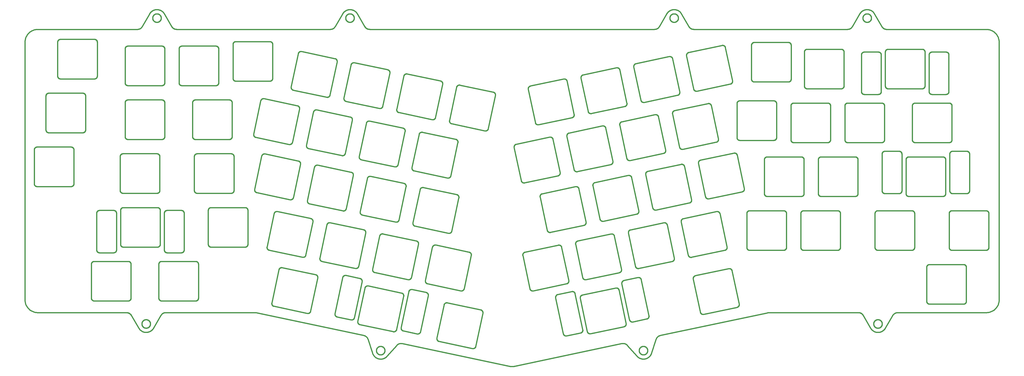
<source format=gbr>
%TF.GenerationSoftware,KiCad,Pcbnew,7.0.8*%
%TF.CreationDate,2023-10-18T12:09:20+09:00*%
%TF.ProjectId,Purinplate,50757269-6e70-46c6-9174-652e6b696361,rev?*%
%TF.SameCoordinates,Original*%
%TF.FileFunction,Profile,NP*%
%FSLAX46Y46*%
G04 Gerber Fmt 4.6, Leading zero omitted, Abs format (unit mm)*
G04 Created by KiCad (PCBNEW 7.0.8) date 2023-10-18 12:09:20*
%MOMM*%
%LPD*%
G01*
G04 APERTURE LIST*
%TA.AperFunction,Profile*%
%ADD10C,0.406299*%
%TD*%
G04 APERTURE END LIST*
D10*
X292106897Y-114933319D02*
X292178052Y-114821089D01*
X292029116Y-115039829D02*
X292106897Y-114933319D01*
X291945070Y-115140410D02*
X292029116Y-115039829D01*
X291855120Y-115234853D02*
X291945070Y-115140410D01*
X291759628Y-115322946D02*
X291855120Y-115234853D01*
X291658954Y-115404481D02*
X291759628Y-115322946D01*
X291553459Y-115479247D02*
X291658954Y-115404481D01*
X291443505Y-115547034D02*
X291553459Y-115479247D01*
X291329453Y-115607633D02*
X291443505Y-115547034D01*
X291211663Y-115660833D02*
X291329453Y-115607633D01*
X291090499Y-115706424D02*
X291211663Y-115660833D01*
X290966319Y-115744197D02*
X291090499Y-115706424D01*
X290839486Y-115773941D02*
X290966319Y-115744197D01*
X290710360Y-115795447D02*
X290839486Y-115773941D01*
X290579304Y-115808505D02*
X290710360Y-115795447D01*
X290446677Y-115812904D02*
X290579304Y-115808505D01*
X236082664Y-115806071D02*
X236149167Y-115807175D01*
X236016478Y-115802775D02*
X236082664Y-115806071D01*
X235950657Y-115797312D02*
X236016478Y-115802775D01*
X235885249Y-115789708D02*
X235950657Y-115797312D01*
X235820304Y-115779987D02*
X235885249Y-115789708D01*
X235755868Y-115768175D02*
X235820304Y-115779987D01*
X235691991Y-115754297D02*
X235755868Y-115768175D01*
X235628721Y-115738379D02*
X235691991Y-115754297D01*
X235566106Y-115720445D02*
X235628721Y-115738379D01*
X235504194Y-115700521D02*
X235566106Y-115720445D01*
X235443034Y-115678631D02*
X235504194Y-115700521D01*
X235382674Y-115654802D02*
X235443034Y-115678631D01*
X235323161Y-115629058D02*
X235382674Y-115654802D01*
X235264546Y-115601424D02*
X235323161Y-115629058D01*
X235206875Y-115571926D02*
X235264546Y-115601424D01*
X235150197Y-115540589D02*
X235206875Y-115571926D01*
X235094560Y-115507438D02*
X235150197Y-115540589D01*
X235040013Y-115472498D02*
X235094560Y-115507438D01*
X234986604Y-115435794D02*
X235040013Y-115472498D01*
X234934381Y-115397352D02*
X234986604Y-115435794D01*
X234883393Y-115357197D02*
X234934381Y-115397352D01*
X234833687Y-115315354D02*
X234883393Y-115357197D01*
X234785313Y-115271848D02*
X234833687Y-115315354D01*
X234738318Y-115226704D02*
X234785313Y-115271848D01*
X234692750Y-115179948D02*
X234738318Y-115226704D01*
X234648659Y-115131605D02*
X234692750Y-115179948D01*
X234606091Y-115081700D02*
X234648659Y-115131605D01*
X234565097Y-115030258D02*
X234606091Y-115081700D01*
X234525723Y-114977304D02*
X234565097Y-115030258D01*
X234488018Y-114922864D02*
X234525723Y-114977304D01*
X234452031Y-114866962D02*
X234488018Y-114922864D01*
X234417809Y-114809625D02*
X234452031Y-114866962D01*
X290446677Y-115812904D02*
X236154920Y-115812904D01*
X304265591Y-115829009D02*
X304332095Y-115830113D01*
X304199405Y-115825712D02*
X304265591Y-115829009D01*
X304133583Y-115820249D02*
X304199405Y-115825712D01*
X304068175Y-115812645D02*
X304133583Y-115820249D01*
X304003229Y-115802924D02*
X304068175Y-115812645D01*
X303938793Y-115791113D02*
X304003229Y-115802924D01*
X303874915Y-115777235D02*
X303938793Y-115791113D01*
X303811644Y-115761316D02*
X303874915Y-115777235D01*
X303749028Y-115743382D02*
X303811644Y-115761316D01*
X303687114Y-115723458D02*
X303749028Y-115743382D01*
X303625953Y-115701569D02*
X303687114Y-115723458D01*
X303565591Y-115677739D02*
X303625953Y-115701569D01*
X303506078Y-115651995D02*
X303565591Y-115677739D01*
X303447461Y-115624362D02*
X303506078Y-115651995D01*
X303389789Y-115594864D02*
X303447461Y-115624362D01*
X303333110Y-115563526D02*
X303389789Y-115594864D01*
X303277472Y-115530375D02*
X303333110Y-115563526D01*
X303222924Y-115495435D02*
X303277472Y-115530375D01*
X303169514Y-115458732D02*
X303222924Y-115495435D01*
X303117290Y-115420290D02*
X303169514Y-115458732D01*
X303066301Y-115380135D02*
X303117290Y-115420290D01*
X303016595Y-115338291D02*
X303066301Y-115380135D01*
X302968220Y-115294785D02*
X303016595Y-115338291D01*
X302921224Y-115249642D02*
X302968220Y-115294785D01*
X302875657Y-115202886D02*
X302921224Y-115249642D01*
X302831565Y-115154543D02*
X302875657Y-115202886D01*
X302788998Y-115104637D02*
X302831565Y-115154543D01*
X302748004Y-115053195D02*
X302788998Y-115104637D01*
X302708630Y-115000241D02*
X302748004Y-115053195D01*
X302670926Y-114945801D02*
X302708630Y-115000241D01*
X302634940Y-114889900D02*
X302670926Y-114945801D01*
X302600720Y-114832562D02*
X302634940Y-114889900D01*
X339481292Y-115830105D02*
X304332095Y-115830105D01*
X210769065Y-227039380D02*
X172925336Y-235065628D01*
X306484298Y-216957429D02*
X306413143Y-217069658D01*
X306562080Y-216850918D02*
X306484298Y-216957429D01*
X306646128Y-216750337D02*
X306562080Y-216850918D01*
X306736080Y-216655894D02*
X306646128Y-216750337D01*
X306831575Y-216567800D02*
X306736080Y-216655894D01*
X306932252Y-216486264D02*
X306831575Y-216567800D01*
X307037750Y-216411497D02*
X306932252Y-216486264D01*
X307147707Y-216343709D02*
X307037750Y-216411497D01*
X307261762Y-216283110D02*
X307147707Y-216343709D01*
X307379554Y-216229909D02*
X307261762Y-216283110D01*
X307500722Y-216184317D02*
X307379554Y-216229909D01*
X307624904Y-216146544D02*
X307500722Y-216184317D01*
X307751739Y-216116799D02*
X307624904Y-216146544D01*
X307880866Y-216095293D02*
X307751739Y-216116799D01*
X308011924Y-216082235D02*
X307880866Y-216095293D01*
X308144551Y-216077836D02*
X308011924Y-216082235D01*
X308144551Y-216077836D02*
X339481292Y-216072116D01*
X294259167Y-216060643D02*
X262916690Y-216072116D01*
X262278899Y-216128635D02*
X262188594Y-216146656D01*
X262369272Y-216113236D02*
X262278899Y-216128635D01*
X262459780Y-216100390D02*
X262369272Y-216113236D01*
X262550491Y-216090032D02*
X262459780Y-216100390D01*
X262641470Y-216082092D02*
X262550491Y-216090032D01*
X262732785Y-216076505D02*
X262641470Y-216082092D01*
X262824503Y-216073202D02*
X262732785Y-216076505D01*
X262916690Y-216072116D02*
X262824503Y-216073202D01*
X222917315Y-225372427D02*
X222871480Y-225497208D01*
X222970784Y-225251946D02*
X222917315Y-225372427D01*
X223031594Y-225136033D02*
X222970784Y-225251946D01*
X223099451Y-225024957D02*
X223031594Y-225136033D01*
X223174060Y-224918986D02*
X223099451Y-225024957D01*
X223255127Y-224818390D02*
X223174060Y-224918986D01*
X223342359Y-224723438D02*
X223255127Y-224818390D01*
X223435462Y-224634397D02*
X223342359Y-224723438D01*
X223534141Y-224551537D02*
X223435462Y-224634397D01*
X223638102Y-224475126D02*
X223534141Y-224551537D01*
X223747052Y-224405434D02*
X223638102Y-224475126D01*
X223860696Y-224342728D02*
X223747052Y-224405434D01*
X223978741Y-224287279D02*
X223860696Y-224342728D01*
X224100892Y-224239353D02*
X223978741Y-224287279D01*
X224226855Y-224199221D02*
X224100892Y-224239353D01*
X224356337Y-224167151D02*
X224226855Y-224199221D01*
X262194314Y-216146623D02*
X224356337Y-224167151D01*
X131402334Y-227562094D02*
X131309281Y-227658550D01*
X131500644Y-227472752D02*
X131402334Y-227562094D01*
X131603825Y-227390648D02*
X131500644Y-227472752D01*
X131711490Y-227315910D02*
X131603825Y-227390648D01*
X131823254Y-227248662D02*
X131711490Y-227315910D01*
X131938729Y-227189032D02*
X131823254Y-227248662D01*
X132057530Y-227137144D02*
X131938729Y-227189032D01*
X132179270Y-227093126D02*
X132057530Y-227137144D01*
X132303563Y-227057102D02*
X132179270Y-227093126D01*
X132430023Y-227029200D02*
X132303563Y-227057102D01*
X132558263Y-227009544D02*
X132430023Y-227029200D01*
X132687897Y-226998261D02*
X132558263Y-227009544D01*
X132818539Y-226995477D02*
X132687897Y-226998261D01*
X132949803Y-227001319D02*
X132818539Y-226995477D01*
X133081301Y-227015911D02*
X132949803Y-227001319D01*
X133212649Y-227039380D02*
X133081301Y-227015911D01*
X133212649Y-227039380D02*
X171056370Y-235065628D01*
X35837159Y-216077836D02*
X4500427Y-216072116D01*
X48061331Y-216944947D02*
X47991185Y-217058185D01*
X48138238Y-216837553D02*
X48061331Y-216944947D01*
X48221544Y-216736206D02*
X48138238Y-216837553D01*
X48310889Y-216641107D02*
X48221544Y-216736206D01*
X48405910Y-216552458D02*
X48310889Y-216641107D01*
X48506248Y-216470461D02*
X48405910Y-216552458D01*
X48611540Y-216395316D02*
X48506248Y-216470461D01*
X48721426Y-216327225D02*
X48611540Y-216395316D01*
X48835545Y-216266391D02*
X48721426Y-216327225D01*
X48953535Y-216213014D02*
X48835545Y-216266391D01*
X49075036Y-216167296D02*
X48953535Y-216213014D01*
X49199686Y-216129438D02*
X49075036Y-216167296D01*
X49327124Y-216099643D02*
X49199686Y-216129438D01*
X49456989Y-216078110D02*
X49327124Y-216099643D01*
X49588920Y-216065043D02*
X49456989Y-216078110D01*
X49722556Y-216060643D02*
X49588920Y-216065043D01*
X49722556Y-216060643D02*
X81219809Y-216072116D01*
X109488030Y-114927648D02*
X109558177Y-114815353D01*
X109411122Y-115034341D02*
X109488030Y-114927648D01*
X109327814Y-115135206D02*
X109411122Y-115034341D01*
X109238469Y-115230016D02*
X109327814Y-115135206D01*
X109143447Y-115318544D02*
X109238469Y-115230016D01*
X109043109Y-115400563D02*
X109143447Y-115318544D01*
X108937816Y-115475847D02*
X109043109Y-115400563D01*
X108827929Y-115544169D02*
X108937816Y-115475847D01*
X108713810Y-115605302D02*
X108827929Y-115544169D01*
X108595820Y-115659020D02*
X108713810Y-115605302D01*
X108474319Y-115705095D02*
X108595820Y-115659020D01*
X108349670Y-115743302D02*
X108474319Y-115705095D01*
X108222232Y-115773412D02*
X108349670Y-115743302D01*
X108092368Y-115795201D02*
X108222232Y-115773412D01*
X107960437Y-115808440D02*
X108092368Y-115795201D01*
X107826802Y-115812904D02*
X107960437Y-115808440D01*
X53468008Y-115806071D02*
X53535016Y-115807175D01*
X53401381Y-115802776D02*
X53468008Y-115806071D01*
X53335180Y-115797317D02*
X53401381Y-115802776D01*
X53269450Y-115789719D02*
X53335180Y-115797317D01*
X53204237Y-115780009D02*
X53269450Y-115789719D01*
X53139585Y-115768214D02*
X53204237Y-115780009D01*
X53075540Y-115754358D02*
X53139585Y-115768214D01*
X53012147Y-115738470D02*
X53075540Y-115754358D01*
X52949451Y-115720574D02*
X53012147Y-115738470D01*
X52887498Y-115700697D02*
X52949451Y-115720574D01*
X52826331Y-115678866D02*
X52887498Y-115700697D01*
X52765997Y-115655107D02*
X52826331Y-115678866D01*
X52706541Y-115629445D02*
X52765997Y-115655107D01*
X52648007Y-115601907D02*
X52706541Y-115629445D01*
X52590441Y-115572520D02*
X52648007Y-115601907D01*
X52533889Y-115541309D02*
X52590441Y-115572520D01*
X52478394Y-115508301D02*
X52533889Y-115541309D01*
X52424003Y-115473522D02*
X52478394Y-115508301D01*
X52370760Y-115436998D02*
X52424003Y-115473522D01*
X52318710Y-115398756D02*
X52370760Y-115436998D01*
X52267899Y-115358822D02*
X52318710Y-115398756D01*
X52218373Y-115317222D02*
X52267899Y-115358822D01*
X52170175Y-115273982D02*
X52218373Y-115317222D01*
X52123351Y-115229128D02*
X52170175Y-115273982D01*
X52077946Y-115182687D02*
X52123351Y-115229128D01*
X52034006Y-115134685D02*
X52077946Y-115182687D01*
X51991576Y-115085148D02*
X52034006Y-115134685D01*
X51950700Y-115034103D02*
X51991576Y-115085148D01*
X51911424Y-114981575D02*
X51950700Y-115034103D01*
X51873793Y-114927592D02*
X51911424Y-114981575D01*
X51837851Y-114872178D02*
X51873793Y-114927592D01*
X51803646Y-114815361D02*
X51837851Y-114872178D01*
X53535016Y-115812904D02*
X107826802Y-115812904D01*
X41310852Y-114944848D02*
X41380999Y-114832554D01*
X41233946Y-115051540D02*
X41310852Y-114944848D01*
X41150639Y-115152404D02*
X41233946Y-115051540D01*
X41061295Y-115247213D02*
X41150639Y-115152404D01*
X40966273Y-115335741D02*
X41061295Y-115247213D01*
X40865936Y-115417761D02*
X40966273Y-115335741D01*
X40760643Y-115493045D02*
X40865936Y-115417761D01*
X40650757Y-115561367D02*
X40760643Y-115493045D01*
X40536638Y-115622500D02*
X40650757Y-115561367D01*
X40418648Y-115676219D02*
X40536638Y-115622500D01*
X40297147Y-115722294D02*
X40418648Y-115676219D01*
X40172498Y-115760501D02*
X40297147Y-115722294D01*
X40045059Y-115790613D02*
X40172498Y-115760501D01*
X39915194Y-115812402D02*
X40045059Y-115790613D01*
X39783264Y-115825641D02*
X39915194Y-115812402D01*
X39649628Y-115830105D02*
X39783264Y-115825641D01*
X4500427Y-115830105D02*
X39649628Y-115830105D01*
X119753912Y-224203996D02*
X119625377Y-224172871D01*
X119879172Y-224243426D02*
X119753912Y-224203996D01*
X120000838Y-224290869D02*
X119879172Y-224243426D01*
X120118591Y-224346029D02*
X120000838Y-224290869D01*
X120232112Y-224408612D02*
X120118591Y-224346029D01*
X120341081Y-224478326D02*
X120232112Y-224408612D01*
X120445179Y-224554876D02*
X120341081Y-224478326D01*
X120544088Y-224637968D02*
X120445179Y-224554876D01*
X120637488Y-224727308D02*
X120544088Y-224637968D01*
X120725059Y-224822602D02*
X120637488Y-224727308D01*
X120806484Y-224923556D02*
X120725059Y-224822602D01*
X120881442Y-225029877D02*
X120806484Y-224923556D01*
X120949614Y-225141270D02*
X120881442Y-225029877D01*
X121010682Y-225257442D02*
X120949614Y-225141270D01*
X121064325Y-225378098D02*
X121010682Y-225257442D01*
X121110226Y-225502944D02*
X121064325Y-225378098D01*
X122744139Y-230462008D02*
X121110226Y-225502944D01*
X127823602Y-231528354D02*
X131309281Y-227658566D01*
X127756964Y-231605957D02*
X127823602Y-231534074D01*
X127688226Y-231675396D02*
X127756964Y-231605957D01*
X127617439Y-231742365D02*
X127688226Y-231675396D01*
X127544654Y-231806841D02*
X127617439Y-231742365D01*
X127469921Y-231868798D02*
X127544654Y-231806841D01*
X127393289Y-231928210D02*
X127469921Y-231868798D01*
X127314810Y-231985052D02*
X127393289Y-231928210D01*
X127234534Y-232039299D02*
X127314810Y-231985052D01*
X127152512Y-232090926D02*
X127234534Y-232039299D01*
X127068793Y-232139907D02*
X127152512Y-232090926D01*
X126983427Y-232186218D02*
X127068793Y-232139907D01*
X126896467Y-232229834D02*
X126983427Y-232186218D01*
X126807961Y-232270728D02*
X126896467Y-232229834D01*
X126717960Y-232308876D02*
X126807961Y-232270728D01*
X126626515Y-232344252D02*
X126717960Y-232308876D01*
X126533675Y-232376832D02*
X126626515Y-232344252D01*
X126385558Y-232421210D02*
X126533675Y-232376832D01*
X126236973Y-232457677D02*
X126385558Y-232421210D01*
X126088159Y-232486353D02*
X126236973Y-232457677D01*
X125939355Y-232507357D02*
X126088159Y-232486353D01*
X125790798Y-232520807D02*
X125939355Y-232507357D01*
X125642728Y-232526821D02*
X125790798Y-232520807D01*
X125495382Y-232525519D02*
X125642728Y-232526821D01*
X125348998Y-232517019D02*
X125495382Y-232525519D01*
X125203815Y-232501439D02*
X125348998Y-232517019D01*
X125060072Y-232478899D02*
X125203815Y-232501439D01*
X124918006Y-232449516D02*
X125060072Y-232478899D01*
X124777856Y-232413410D02*
X124918006Y-232449516D01*
X124639860Y-232370699D02*
X124777856Y-232413410D01*
X124504256Y-232321501D02*
X124639860Y-232370699D01*
X124371283Y-232265936D02*
X124504256Y-232321501D01*
X124241179Y-232204122D02*
X124371283Y-232265936D01*
X124114182Y-232136177D02*
X124241179Y-232204122D01*
X123990530Y-232062220D02*
X124114182Y-232136177D01*
X123870463Y-231982370D02*
X123990530Y-232062220D01*
X123754217Y-231896746D02*
X123870463Y-231982370D01*
X123642033Y-231805465D02*
X123754217Y-231896746D01*
X123534146Y-231708647D02*
X123642033Y-231805465D01*
X123430797Y-231606411D02*
X123534146Y-231708647D01*
X123332223Y-231498874D02*
X123430797Y-231606411D01*
X123238663Y-231386155D02*
X123332223Y-231498874D01*
X123150355Y-231268374D02*
X123238663Y-231386155D01*
X123067537Y-231145648D02*
X123150355Y-231268374D01*
X122990447Y-231018097D02*
X123067537Y-231145648D01*
X122919324Y-230885839D02*
X122990447Y-231018097D01*
X122854406Y-230748992D02*
X122919324Y-230885839D01*
X122795932Y-230607675D02*
X122854406Y-230748992D01*
X122744139Y-230462008D02*
X122795932Y-230607675D01*
X127093551Y-229444501D02*
X127095506Y-229521796D01*
X127087751Y-229368219D02*
X127093551Y-229444501D01*
X127078199Y-229293047D02*
X127087751Y-229368219D01*
X127064990Y-229219079D02*
X127078199Y-229293047D01*
X127048218Y-229146408D02*
X127064990Y-229219079D01*
X127027977Y-229075130D02*
X127048218Y-229146408D01*
X127004362Y-229005338D02*
X127027977Y-229075130D01*
X126977468Y-228937128D02*
X127004362Y-229005338D01*
X126947388Y-228870593D02*
X126977468Y-228937128D01*
X126914218Y-228805827D02*
X126947388Y-228870593D01*
X126878050Y-228742926D02*
X126914218Y-228805827D01*
X126838981Y-228681983D02*
X126878050Y-228742926D01*
X126797104Y-228623093D02*
X126838981Y-228681983D01*
X126752513Y-228566350D02*
X126797104Y-228623093D01*
X126705303Y-228511849D02*
X126752513Y-228566350D01*
X126655568Y-228459684D02*
X126705303Y-228511849D01*
X126603403Y-228409949D02*
X126655568Y-228459684D01*
X126548902Y-228362739D02*
X126603403Y-228409949D01*
X126492159Y-228318148D02*
X126548902Y-228362739D01*
X126433269Y-228276271D02*
X126492159Y-228318148D01*
X126372326Y-228237202D02*
X126433269Y-228276271D01*
X126309425Y-228201034D02*
X126372326Y-228237202D01*
X126244659Y-228167864D02*
X126309425Y-228201034D01*
X126178124Y-228137784D02*
X126244659Y-228167864D01*
X126109913Y-228110889D02*
X126178124Y-228137784D01*
X126040122Y-228087275D02*
X126109913Y-228110889D01*
X125968844Y-228067034D02*
X126040122Y-228087275D01*
X125896173Y-228050262D02*
X125968844Y-228067034D01*
X125822205Y-228037053D02*
X125896173Y-228050262D01*
X125747033Y-228027501D02*
X125822205Y-228037053D01*
X125670751Y-228021701D02*
X125747033Y-228027501D01*
X125593456Y-228019746D02*
X125670751Y-228021701D01*
X125516160Y-228021701D02*
X125593456Y-228019746D01*
X125439879Y-228027501D02*
X125516160Y-228021701D01*
X125364707Y-228037053D02*
X125439879Y-228027501D01*
X125290738Y-228050262D02*
X125364707Y-228037053D01*
X125218068Y-228067034D02*
X125290738Y-228050262D01*
X125146789Y-228087275D02*
X125218068Y-228067034D01*
X125076998Y-228110889D02*
X125146789Y-228087275D01*
X125008787Y-228137784D02*
X125076998Y-228110889D01*
X124942252Y-228167864D02*
X125008787Y-228137784D01*
X124877486Y-228201034D02*
X124942252Y-228167864D01*
X124814585Y-228237202D02*
X124877486Y-228201034D01*
X124753642Y-228276271D02*
X124814585Y-228237202D01*
X124694752Y-228318148D02*
X124753642Y-228276271D01*
X124638009Y-228362739D02*
X124694752Y-228318148D01*
X124583508Y-228409949D02*
X124638009Y-228362739D01*
X124531343Y-228459684D02*
X124583508Y-228409949D01*
X124481608Y-228511849D02*
X124531343Y-228459684D01*
X124434398Y-228566350D02*
X124481608Y-228511849D01*
X124389808Y-228623093D02*
X124434398Y-228566350D01*
X124347930Y-228681983D02*
X124389808Y-228623093D01*
X124308861Y-228742926D02*
X124347930Y-228681983D01*
X124272693Y-228805827D02*
X124308861Y-228742926D01*
X124239523Y-228870593D02*
X124272693Y-228805827D01*
X124209443Y-228937128D02*
X124239523Y-228870593D01*
X124182549Y-229005338D02*
X124209443Y-228937128D01*
X124158934Y-229075130D02*
X124182549Y-229005338D01*
X124138693Y-229146408D02*
X124158934Y-229075130D01*
X124121921Y-229219079D02*
X124138693Y-229146408D01*
X124108712Y-229293047D02*
X124121921Y-229219079D01*
X124099160Y-229368219D02*
X124108712Y-229293047D01*
X124093360Y-229444501D02*
X124099160Y-229368219D01*
X124091405Y-229521796D02*
X124093360Y-229444501D01*
X124093360Y-229599092D02*
X124091405Y-229521796D01*
X124099160Y-229675373D02*
X124093360Y-229599092D01*
X124108712Y-229750545D02*
X124099160Y-229675373D01*
X124121921Y-229824514D02*
X124108712Y-229750545D01*
X124138693Y-229897184D02*
X124121921Y-229824514D01*
X124158934Y-229968463D02*
X124138693Y-229897184D01*
X124182549Y-230038254D02*
X124158934Y-229968463D01*
X124209443Y-230106465D02*
X124182549Y-230038254D01*
X124239523Y-230173000D02*
X124209443Y-230106465D01*
X124272693Y-230237766D02*
X124239523Y-230173000D01*
X124308861Y-230300667D02*
X124272693Y-230237766D01*
X124347930Y-230361610D02*
X124308861Y-230300667D01*
X124389808Y-230420500D02*
X124347930Y-230361610D01*
X124434398Y-230477243D02*
X124389808Y-230420500D01*
X124481608Y-230531744D02*
X124434398Y-230477243D01*
X124531343Y-230583909D02*
X124481608Y-230531744D01*
X124583508Y-230633644D02*
X124531343Y-230583909D01*
X124638009Y-230680854D02*
X124583508Y-230633644D01*
X124694752Y-230725444D02*
X124638009Y-230680854D01*
X124753642Y-230767322D02*
X124694752Y-230725444D01*
X124814585Y-230806391D02*
X124753642Y-230767322D01*
X124877486Y-230842559D02*
X124814585Y-230806391D01*
X124942252Y-230875729D02*
X124877486Y-230842559D01*
X125008787Y-230905809D02*
X124942252Y-230875729D01*
X125076998Y-230932703D02*
X125008787Y-230905809D01*
X125146789Y-230956318D02*
X125076998Y-230932703D01*
X125218068Y-230976558D02*
X125146789Y-230956318D01*
X125290738Y-230993331D02*
X125218068Y-230976558D01*
X125364707Y-231006540D02*
X125290738Y-230993331D01*
X125439879Y-231016092D02*
X125364707Y-231006540D01*
X125516160Y-231021892D02*
X125439879Y-231016092D01*
X125593456Y-231023847D02*
X125516160Y-231021892D01*
X125670751Y-231021892D02*
X125593456Y-231023847D01*
X125747033Y-231016092D02*
X125670751Y-231021892D01*
X125822205Y-231006540D02*
X125747033Y-231016092D01*
X125896173Y-230993331D02*
X125822205Y-231006540D01*
X125968844Y-230976558D02*
X125896173Y-230993331D01*
X126040122Y-230956318D02*
X125968844Y-230976558D01*
X126109913Y-230932703D02*
X126040122Y-230956318D01*
X126178124Y-230905809D02*
X126109913Y-230932703D01*
X126244659Y-230875729D02*
X126178124Y-230905809D01*
X126309425Y-230842559D02*
X126244659Y-230875729D01*
X126372326Y-230806391D02*
X126309425Y-230842559D01*
X126433269Y-230767322D02*
X126372326Y-230806391D01*
X126492159Y-230725444D02*
X126433269Y-230767322D01*
X126548902Y-230680854D02*
X126492159Y-230725444D01*
X126603403Y-230633644D02*
X126548902Y-230680854D01*
X126655568Y-230583909D02*
X126603403Y-230633644D01*
X126705303Y-230531744D02*
X126655568Y-230583909D01*
X126752513Y-230477243D02*
X126705303Y-230531744D01*
X126797104Y-230420500D02*
X126752513Y-230477243D01*
X126838981Y-230361610D02*
X126797104Y-230420500D01*
X126878050Y-230300667D02*
X126838981Y-230361610D01*
X126914218Y-230237766D02*
X126878050Y-230300667D01*
X126947388Y-230173000D02*
X126914218Y-230237766D01*
X126977468Y-230106465D02*
X126947388Y-230173000D01*
X127004362Y-230038254D02*
X126977468Y-230106465D01*
X127027977Y-229968463D02*
X127004362Y-230038254D01*
X127048218Y-229897184D02*
X127027977Y-229968463D01*
X127064990Y-229824514D02*
X127048218Y-229897184D01*
X127078199Y-229750545D02*
X127064990Y-229824514D01*
X127087751Y-229675373D02*
X127078199Y-229750545D01*
X127093551Y-229599092D02*
X127087751Y-229675373D01*
X127095506Y-229521796D02*
X127093551Y-229599092D01*
X35898435Y-216084676D02*
X35831427Y-216083572D01*
X35965062Y-216087971D02*
X35898435Y-216084676D01*
X36031263Y-216093431D02*
X35965062Y-216087971D01*
X36096993Y-216101029D02*
X36031263Y-216093431D01*
X36162206Y-216110739D02*
X36096993Y-216101029D01*
X36226858Y-216122535D02*
X36162206Y-216110739D01*
X36290903Y-216136391D02*
X36226858Y-216122535D01*
X36354296Y-216152280D02*
X36290903Y-216136391D01*
X36416992Y-216170177D02*
X36354296Y-216152280D01*
X36478945Y-216190054D02*
X36416992Y-216170177D01*
X36540112Y-216211886D02*
X36478945Y-216190054D01*
X36600446Y-216235646D02*
X36540112Y-216211886D01*
X36659902Y-216261308D02*
X36600446Y-216235646D01*
X36718436Y-216288847D02*
X36659902Y-216261308D01*
X36776002Y-216318234D02*
X36718436Y-216288847D01*
X36832555Y-216349446D02*
X36776002Y-216318234D01*
X36888050Y-216382454D02*
X36832555Y-216349446D01*
X36942441Y-216417234D02*
X36888050Y-216382454D01*
X36995684Y-216453758D02*
X36942441Y-216417234D01*
X37047734Y-216492001D02*
X36995684Y-216453758D01*
X37098545Y-216531935D02*
X37047734Y-216492001D01*
X37148072Y-216573536D02*
X37098545Y-216531935D01*
X37196270Y-216616776D02*
X37148072Y-216573536D01*
X37243094Y-216661630D02*
X37196270Y-216616776D01*
X37288499Y-216708071D02*
X37243094Y-216661630D01*
X37332439Y-216756073D02*
X37288499Y-216708071D01*
X37374870Y-216805610D02*
X37332439Y-216756073D01*
X37415746Y-216856655D02*
X37374870Y-216805610D01*
X37455022Y-216909182D02*
X37415746Y-216856655D01*
X37492654Y-216963165D02*
X37455022Y-216909182D01*
X37528595Y-217018578D02*
X37492654Y-216963165D01*
X37562802Y-217075395D02*
X37528595Y-217018578D01*
X40188529Y-221581545D02*
X37562802Y-217075395D01*
X45382654Y-221575809D02*
X47985444Y-217058185D01*
X45331933Y-221654127D02*
X45382650Y-221570089D01*
X45278705Y-221736360D02*
X45331933Y-221654127D01*
X45223008Y-221816728D02*
X45278705Y-221736360D01*
X45164885Y-221895173D02*
X45223008Y-221816728D01*
X45104376Y-221971636D02*
X45164885Y-221895173D01*
X45041524Y-222046059D02*
X45104376Y-221971636D01*
X44976370Y-222118382D02*
X45041524Y-222046059D01*
X44908958Y-222188546D02*
X44976370Y-222118382D01*
X44839329Y-222256493D02*
X44908958Y-222188546D01*
X44767525Y-222322165D02*
X44839329Y-222256493D01*
X44693587Y-222385501D02*
X44767525Y-222322165D01*
X44617559Y-222446444D02*
X44693587Y-222385501D01*
X44539481Y-222504934D02*
X44617559Y-222446444D01*
X44459397Y-222560913D02*
X44539481Y-222504934D01*
X44377347Y-222614321D02*
X44459397Y-222560913D01*
X44293374Y-222665101D02*
X44377347Y-222614321D01*
X44157857Y-222739197D02*
X44293374Y-222665101D01*
X44020214Y-222805667D02*
X44157857Y-222739197D01*
X43880704Y-222864577D02*
X44020214Y-222805667D01*
X43739588Y-222915993D02*
X43880704Y-222864577D01*
X43597123Y-222959981D02*
X43739588Y-222915993D01*
X43453570Y-222996608D02*
X43597123Y-222959981D01*
X43309188Y-223025938D02*
X43453570Y-222996608D01*
X43164236Y-223048040D02*
X43309188Y-223025938D01*
X43018973Y-223062977D02*
X43164236Y-223048040D01*
X42873658Y-223070818D02*
X43018973Y-223062977D01*
X42728552Y-223071627D02*
X42873658Y-223070818D01*
X42583912Y-223065472D02*
X42728552Y-223071627D01*
X42439999Y-223052418D02*
X42583912Y-223065472D01*
X42297072Y-223032530D02*
X42439999Y-223052418D01*
X42155390Y-223005877D02*
X42297072Y-223032530D01*
X42015212Y-222972522D02*
X42155390Y-223005877D01*
X41876797Y-222932534D02*
X42015212Y-222972522D01*
X41740406Y-222885977D02*
X41876797Y-222932534D01*
X41606297Y-222832918D02*
X41740406Y-222885977D01*
X41474729Y-222773423D02*
X41606297Y-222832918D01*
X41345962Y-222707558D02*
X41474729Y-222773423D01*
X41220255Y-222635390D02*
X41345962Y-222707558D01*
X41097867Y-222556983D02*
X41220255Y-222635390D01*
X40979058Y-222472406D02*
X41097867Y-222556983D01*
X40864087Y-222381723D02*
X40979058Y-222472406D01*
X40753213Y-222285000D02*
X40864087Y-222381723D01*
X40646695Y-222182305D02*
X40753213Y-222285000D01*
X40544793Y-222073702D02*
X40646695Y-222182305D01*
X40447766Y-221959259D02*
X40544793Y-222073702D01*
X40355874Y-221839041D02*
X40447766Y-221959259D01*
X40269375Y-221713114D02*
X40355874Y-221839041D01*
X40188529Y-221581545D02*
X40269375Y-221713114D01*
X44279959Y-219996463D02*
X44281914Y-220073759D01*
X44274159Y-219920182D02*
X44279959Y-219996463D01*
X44264607Y-219845010D02*
X44274159Y-219920182D01*
X44251397Y-219771041D02*
X44264607Y-219845010D01*
X44234625Y-219698371D02*
X44251397Y-219771041D01*
X44214384Y-219627092D02*
X44234625Y-219698371D01*
X44190769Y-219557301D02*
X44214384Y-219627092D01*
X44163874Y-219489090D02*
X44190769Y-219557301D01*
X44133794Y-219422555D02*
X44163874Y-219489090D01*
X44100623Y-219357789D02*
X44133794Y-219422555D01*
X44064455Y-219294888D02*
X44100623Y-219357789D01*
X44025385Y-219233945D02*
X44064455Y-219294888D01*
X43983508Y-219175055D02*
X44025385Y-219233945D01*
X43938916Y-219118312D02*
X43983508Y-219175055D01*
X43891706Y-219063811D02*
X43938916Y-219118312D01*
X43841971Y-219011646D02*
X43891706Y-219063811D01*
X43789805Y-218961912D02*
X43841971Y-219011646D01*
X43735304Y-218914702D02*
X43789805Y-218961912D01*
X43678561Y-218870111D02*
X43735304Y-218914702D01*
X43619671Y-218828233D02*
X43678561Y-218870111D01*
X43558727Y-218789164D02*
X43619671Y-218828233D01*
X43495826Y-218752996D02*
X43558727Y-218789164D01*
X43431060Y-218719826D02*
X43495826Y-218752996D01*
X43364525Y-218689746D02*
X43431060Y-218719826D01*
X43296314Y-218662852D02*
X43364525Y-218689746D01*
X43226523Y-218639237D02*
X43296314Y-218662852D01*
X43155245Y-218618997D02*
X43226523Y-218639237D01*
X43082575Y-218602225D02*
X43155245Y-218618997D01*
X43008607Y-218589015D02*
X43082575Y-218602225D01*
X42933435Y-218579463D02*
X43008607Y-218589015D01*
X42857155Y-218573663D02*
X42933435Y-218579463D01*
X42779859Y-218571708D02*
X42857155Y-218573663D01*
X42702564Y-218573663D02*
X42779859Y-218571708D01*
X42626284Y-218579463D02*
X42702564Y-218573663D01*
X42551112Y-218589015D02*
X42626284Y-218579463D01*
X42477144Y-218602225D02*
X42551112Y-218589015D01*
X42404474Y-218618997D02*
X42477144Y-218602225D01*
X42333196Y-218639237D02*
X42404474Y-218618997D01*
X42263404Y-218662852D02*
X42333196Y-218639237D01*
X42195194Y-218689746D02*
X42263404Y-218662852D01*
X42128658Y-218719826D02*
X42195194Y-218689746D01*
X42063893Y-218752996D02*
X42128658Y-218719826D01*
X42000991Y-218789164D02*
X42063893Y-218752996D01*
X41940048Y-218828233D02*
X42000991Y-218789164D01*
X41881158Y-218870111D02*
X41940048Y-218828233D01*
X41824415Y-218914702D02*
X41881158Y-218870111D01*
X41769913Y-218961912D02*
X41824415Y-218914702D01*
X41717748Y-219011646D02*
X41769913Y-218961912D01*
X41668013Y-219063811D02*
X41717748Y-219011646D01*
X41620802Y-219118312D02*
X41668013Y-219063811D01*
X41576211Y-219175055D02*
X41620802Y-219118312D01*
X41534333Y-219233945D02*
X41576211Y-219175055D01*
X41495263Y-219294888D02*
X41534333Y-219233945D01*
X41459096Y-219357789D02*
X41495263Y-219294888D01*
X41425925Y-219422555D02*
X41459096Y-219357789D01*
X41395844Y-219489090D02*
X41425925Y-219422555D01*
X41368950Y-219557301D02*
X41395844Y-219489090D01*
X41345335Y-219627092D02*
X41368950Y-219557301D01*
X41325094Y-219698371D02*
X41345335Y-219627092D01*
X41308322Y-219771041D02*
X41325094Y-219698371D01*
X41295112Y-219845010D02*
X41308322Y-219771041D01*
X41285560Y-219920182D02*
X41295112Y-219845010D01*
X41279760Y-219996463D02*
X41285560Y-219920182D01*
X41277805Y-220073759D02*
X41279760Y-219996463D01*
X41279760Y-220151055D02*
X41277805Y-220073759D01*
X41285560Y-220227336D02*
X41279760Y-220151055D01*
X41295112Y-220302508D02*
X41285560Y-220227336D01*
X41308322Y-220376476D02*
X41295112Y-220302508D01*
X41325094Y-220449147D02*
X41308322Y-220376476D01*
X41345335Y-220520425D02*
X41325094Y-220449147D01*
X41368950Y-220590217D02*
X41345335Y-220520425D01*
X41395844Y-220658427D02*
X41368950Y-220590217D01*
X41425925Y-220724962D02*
X41395844Y-220658427D01*
X41459096Y-220789728D02*
X41425925Y-220724962D01*
X41495263Y-220852629D02*
X41459096Y-220789728D01*
X41534333Y-220913572D02*
X41495263Y-220852629D01*
X41576211Y-220972462D02*
X41534333Y-220913572D01*
X41620802Y-221029205D02*
X41576211Y-220972462D01*
X41668013Y-221083706D02*
X41620802Y-221029205D01*
X41717748Y-221135871D02*
X41668013Y-221083706D01*
X41769913Y-221185606D02*
X41717748Y-221135871D01*
X41824415Y-221232816D02*
X41769913Y-221185606D01*
X41881158Y-221277407D02*
X41824415Y-221232816D01*
X41940048Y-221319284D02*
X41881158Y-221277407D01*
X42000991Y-221358354D02*
X41940048Y-221319284D01*
X42063893Y-221394521D02*
X42000991Y-221358354D01*
X42128658Y-221427692D02*
X42063893Y-221394521D01*
X42195194Y-221457771D02*
X42128658Y-221427692D01*
X42263404Y-221484666D02*
X42195194Y-221457771D01*
X42333196Y-221508280D02*
X42263404Y-221484666D01*
X42404474Y-221528521D02*
X42333196Y-221508280D01*
X42477144Y-221545293D02*
X42404474Y-221528521D01*
X42551112Y-221558502D02*
X42477144Y-221545293D01*
X42626284Y-221568054D02*
X42551112Y-221558502D01*
X42702564Y-221573854D02*
X42626284Y-221568054D01*
X42779859Y-221575809D02*
X42702564Y-221573854D01*
X42857155Y-221573854D02*
X42779859Y-221575809D01*
X42933435Y-221568054D02*
X42857155Y-221573854D01*
X43008607Y-221558502D02*
X42933435Y-221568054D01*
X43082575Y-221545293D02*
X43008607Y-221558502D01*
X43155245Y-221528521D02*
X43082575Y-221545293D01*
X43226523Y-221508280D02*
X43155245Y-221528521D01*
X43296314Y-221484666D02*
X43226523Y-221508280D01*
X43364525Y-221457771D02*
X43296314Y-221484666D01*
X43431060Y-221427692D02*
X43364525Y-221457771D01*
X43495826Y-221394521D02*
X43431060Y-221427692D01*
X43558727Y-221358354D02*
X43495826Y-221394521D01*
X43619671Y-221319284D02*
X43558727Y-221358354D01*
X43678561Y-221277407D02*
X43619671Y-221319284D01*
X43735304Y-221232816D02*
X43678561Y-221277407D01*
X43789805Y-221185606D02*
X43735304Y-221232816D01*
X43841971Y-221135871D02*
X43789805Y-221185606D01*
X43891706Y-221083706D02*
X43841971Y-221135871D01*
X43938916Y-221029205D02*
X43891706Y-221083706D01*
X43983508Y-220972462D02*
X43938916Y-221029205D01*
X44025385Y-220913572D02*
X43983508Y-220972462D01*
X44064455Y-220852629D02*
X44025385Y-220913572D01*
X44100623Y-220789728D02*
X44064455Y-220852629D01*
X44133794Y-220724962D02*
X44100623Y-220789728D01*
X44163874Y-220658427D02*
X44133794Y-220724962D01*
X44190769Y-220590217D02*
X44163874Y-220658427D01*
X44214384Y-220520425D02*
X44190769Y-220590217D01*
X44234625Y-220449147D02*
X44214384Y-220520425D01*
X44251397Y-220376476D02*
X44234625Y-220449147D01*
X44264607Y-220302508D02*
X44251397Y-220376476D01*
X44274159Y-220227336D02*
X44264607Y-220302508D01*
X44279959Y-220151055D02*
X44274159Y-220227336D01*
X44281914Y-220073759D02*
X44279959Y-220151055D01*
X221237558Y-230462008D02*
X222871480Y-225502944D01*
X210900459Y-227015927D02*
X210769049Y-227039396D01*
X211032130Y-227001335D02*
X210900459Y-227015927D01*
X211163650Y-226995494D02*
X211032130Y-227001335D01*
X211294607Y-226998278D02*
X211163650Y-226995494D01*
X211424590Y-227009560D02*
X211294607Y-226998278D01*
X211553187Y-227029216D02*
X211424590Y-227009560D01*
X211679987Y-227057119D02*
X211553187Y-227029216D01*
X211804579Y-227093142D02*
X211679987Y-227057119D01*
X211926550Y-227137161D02*
X211804579Y-227093142D01*
X212045489Y-227189048D02*
X211926550Y-227137161D01*
X212160986Y-227248679D02*
X212045489Y-227189048D01*
X212272627Y-227315927D02*
X212160986Y-227248679D01*
X212380003Y-227390665D02*
X212272627Y-227315927D01*
X212482701Y-227472769D02*
X212380003Y-227390665D01*
X212580309Y-227562111D02*
X212482701Y-227472769D01*
X212672417Y-227658566D02*
X212580309Y-227562111D01*
X216158113Y-231528354D02*
X212672417Y-227658566D01*
X221204995Y-230553918D02*
X221237575Y-230462024D01*
X221169618Y-230644663D02*
X221204995Y-230553918D01*
X221131470Y-230734181D02*
X221169618Y-230644663D01*
X221090576Y-230822398D02*
X221131470Y-230734181D01*
X221046961Y-230909238D02*
X221090576Y-230822398D01*
X221000650Y-230994626D02*
X221046961Y-230909238D01*
X220951668Y-231078485D02*
X221000650Y-230994626D01*
X220900041Y-231160740D02*
X220951668Y-231078485D01*
X220845794Y-231241315D02*
X220900041Y-231160740D01*
X220788952Y-231320135D02*
X220845794Y-231241315D01*
X220729540Y-231397124D02*
X220788952Y-231320135D01*
X220667584Y-231472207D02*
X220729540Y-231397124D01*
X220603108Y-231545308D02*
X220667584Y-231472207D01*
X220536138Y-231616350D02*
X220603108Y-231545308D01*
X220466699Y-231685259D02*
X220536138Y-231616350D01*
X220394817Y-231751959D02*
X220466699Y-231685259D01*
X220277356Y-231852165D02*
X220394817Y-231751959D01*
X220156266Y-231945330D02*
X220277356Y-231852165D01*
X220031812Y-232031466D02*
X220156266Y-231945330D01*
X219904261Y-232110584D02*
X220031812Y-232031466D01*
X219773880Y-232182700D02*
X219904261Y-232110584D01*
X219640936Y-232247823D02*
X219773880Y-232182700D01*
X219505695Y-232305968D02*
X219640936Y-232247823D01*
X219368424Y-232357147D02*
X219505695Y-232305968D01*
X219229389Y-232401372D02*
X219368424Y-232357147D01*
X219088858Y-232438657D02*
X219229389Y-232401372D01*
X218947096Y-232469013D02*
X219088858Y-232438657D01*
X218804370Y-232492453D02*
X218947096Y-232469013D01*
X218660947Y-232508990D02*
X218804370Y-232492453D01*
X218517094Y-232518637D02*
X218660947Y-232508990D01*
X218373078Y-232521405D02*
X218517094Y-232518637D01*
X218229164Y-232517309D02*
X218373078Y-232521405D01*
X218085620Y-232506359D02*
X218229164Y-232517309D01*
X217942711Y-232488570D02*
X218085620Y-232506359D01*
X217800706Y-232463952D02*
X217942711Y-232488570D01*
X217659870Y-232432520D02*
X217800706Y-232463952D01*
X217520470Y-232394286D02*
X217659870Y-232432520D01*
X217382773Y-232349262D02*
X217520470Y-232394286D01*
X217247046Y-232297460D02*
X217382773Y-232349262D01*
X217113554Y-232238894D02*
X217247046Y-232297460D01*
X216982565Y-232173576D02*
X217113554Y-232238894D01*
X216854345Y-232101519D02*
X216982565Y-232173576D01*
X216729161Y-232022735D02*
X216854345Y-232101519D01*
X216607280Y-231937237D02*
X216729161Y-232022735D01*
X216488968Y-231845037D02*
X216607280Y-231937237D01*
X216374491Y-231746148D02*
X216488968Y-231845037D01*
X216264117Y-231640583D02*
X216374491Y-231746148D01*
X216158113Y-231528354D02*
X216264117Y-231640583D01*
X219888338Y-229444501D02*
X219890292Y-229521796D01*
X219882537Y-229368219D02*
X219888338Y-229444501D01*
X219872985Y-229293047D02*
X219882537Y-229368219D01*
X219859776Y-229219079D02*
X219872985Y-229293047D01*
X219843004Y-229146408D02*
X219859776Y-229219079D01*
X219822764Y-229075130D02*
X219843004Y-229146408D01*
X219799149Y-229005338D02*
X219822764Y-229075130D01*
X219772255Y-228937128D02*
X219799149Y-229005338D01*
X219742175Y-228870593D02*
X219772255Y-228937128D01*
X219709004Y-228805827D02*
X219742175Y-228870593D01*
X219672837Y-228742926D02*
X219709004Y-228805827D01*
X219633768Y-228681983D02*
X219672837Y-228742926D01*
X219591890Y-228623093D02*
X219633768Y-228681983D01*
X219547299Y-228566350D02*
X219591890Y-228623093D01*
X219500089Y-228511849D02*
X219547299Y-228566350D01*
X219450355Y-228459684D02*
X219500089Y-228511849D01*
X219398189Y-228409949D02*
X219450355Y-228459684D01*
X219343688Y-228362739D02*
X219398189Y-228409949D01*
X219286946Y-228318148D02*
X219343688Y-228362739D01*
X219228056Y-228276271D02*
X219286946Y-228318148D01*
X219167113Y-228237202D02*
X219228056Y-228276271D01*
X219104211Y-228201034D02*
X219167113Y-228237202D01*
X219039446Y-228167864D02*
X219104211Y-228201034D01*
X218972911Y-228137784D02*
X219039446Y-228167864D01*
X218904700Y-228110889D02*
X218972911Y-228137784D01*
X218834908Y-228087275D02*
X218904700Y-228110889D01*
X218763630Y-228067034D02*
X218834908Y-228087275D01*
X218690960Y-228050262D02*
X218763630Y-228067034D01*
X218616991Y-228037053D02*
X218690960Y-228050262D01*
X218541819Y-228027501D02*
X218616991Y-228037053D01*
X218465538Y-228021701D02*
X218541819Y-228027501D01*
X218388242Y-228019746D02*
X218465538Y-228021701D01*
X218310946Y-228021701D02*
X218388242Y-228019746D01*
X218234665Y-228027501D02*
X218310946Y-228021701D01*
X218159493Y-228037053D02*
X218234665Y-228027501D01*
X218085525Y-228050262D02*
X218159493Y-228037053D01*
X218012854Y-228067034D02*
X218085525Y-228050262D01*
X217941576Y-228087275D02*
X218012854Y-228067034D01*
X217871784Y-228110889D02*
X217941576Y-228087275D01*
X217803574Y-228137784D02*
X217871784Y-228110889D01*
X217737038Y-228167864D02*
X217803574Y-228137784D01*
X217672273Y-228201034D02*
X217737038Y-228167864D01*
X217609371Y-228237202D02*
X217672273Y-228201034D01*
X217548429Y-228276271D02*
X217609371Y-228237202D01*
X217489539Y-228318148D02*
X217548429Y-228276271D01*
X217432796Y-228362739D02*
X217489539Y-228318148D01*
X217378295Y-228409949D02*
X217432796Y-228362739D01*
X217326130Y-228459684D02*
X217378295Y-228409949D01*
X217276395Y-228511849D02*
X217326130Y-228459684D01*
X217229185Y-228566350D02*
X217276395Y-228511849D01*
X217184594Y-228623093D02*
X217229185Y-228566350D01*
X217142717Y-228681983D02*
X217184594Y-228623093D01*
X217103647Y-228742926D02*
X217142717Y-228681983D01*
X217067480Y-228805827D02*
X217103647Y-228742926D01*
X217034309Y-228870593D02*
X217067480Y-228805827D01*
X217004230Y-228937128D02*
X217034309Y-228870593D01*
X216977335Y-229005338D02*
X217004230Y-228937128D01*
X216953721Y-229075130D02*
X216977335Y-229005338D01*
X216933480Y-229146408D02*
X216953721Y-229075130D01*
X216916708Y-229219079D02*
X216933480Y-229146408D01*
X216903499Y-229293047D02*
X216916708Y-229219079D01*
X216893947Y-229368219D02*
X216903499Y-229293047D01*
X216888146Y-229444501D02*
X216893947Y-229368219D01*
X216886192Y-229521796D02*
X216888146Y-229444501D01*
X216888146Y-229599092D02*
X216886192Y-229521796D01*
X216893947Y-229675373D02*
X216888146Y-229599092D01*
X216903499Y-229750545D02*
X216893947Y-229675373D01*
X216916708Y-229824514D02*
X216903499Y-229750545D01*
X216933480Y-229897184D02*
X216916708Y-229824514D01*
X216953721Y-229968463D02*
X216933480Y-229897184D01*
X216977335Y-230038254D02*
X216953721Y-229968463D01*
X217004230Y-230106465D02*
X216977335Y-230038254D01*
X217034309Y-230173000D02*
X217004230Y-230106465D01*
X217067480Y-230237766D02*
X217034309Y-230173000D01*
X217103647Y-230300667D02*
X217067480Y-230237766D01*
X217142717Y-230361610D02*
X217103647Y-230300667D01*
X217184594Y-230420500D02*
X217142717Y-230361610D01*
X217229185Y-230477243D02*
X217184594Y-230420500D01*
X217276395Y-230531744D02*
X217229185Y-230477243D01*
X217326130Y-230583909D02*
X217276395Y-230531744D01*
X217378295Y-230633644D02*
X217326130Y-230583909D01*
X217432796Y-230680854D02*
X217378295Y-230633644D01*
X217489539Y-230725444D02*
X217432796Y-230680854D01*
X217548429Y-230767322D02*
X217489539Y-230725444D01*
X217609371Y-230806391D02*
X217548429Y-230767322D01*
X217672273Y-230842559D02*
X217609371Y-230806391D01*
X217737038Y-230875729D02*
X217672273Y-230842559D01*
X217803574Y-230905809D02*
X217737038Y-230875729D01*
X217871784Y-230932703D02*
X217803574Y-230905809D01*
X217941576Y-230956318D02*
X217871784Y-230932703D01*
X218012854Y-230976558D02*
X217941576Y-230956318D01*
X218085525Y-230993331D02*
X218012854Y-230976558D01*
X218159493Y-231006540D02*
X218085525Y-230993331D01*
X218234665Y-231016092D02*
X218159493Y-231006540D01*
X218310946Y-231021892D02*
X218234665Y-231016092D01*
X218388242Y-231023847D02*
X218310946Y-231021892D01*
X218465538Y-231021892D02*
X218388242Y-231023847D01*
X218541819Y-231016092D02*
X218465538Y-231021892D01*
X218616991Y-231006540D02*
X218541819Y-231016092D01*
X218690960Y-230993331D02*
X218616991Y-231006540D01*
X218763630Y-230976558D02*
X218690960Y-230993331D01*
X218834908Y-230956318D02*
X218763630Y-230976558D01*
X218904700Y-230932703D02*
X218834908Y-230956318D01*
X218972911Y-230905809D02*
X218904700Y-230932703D01*
X219039446Y-230875729D02*
X218972911Y-230905809D01*
X219104211Y-230842559D02*
X219039446Y-230875729D01*
X219167113Y-230806391D02*
X219104211Y-230842559D01*
X219228056Y-230767322D02*
X219167113Y-230806391D01*
X219286946Y-230725444D02*
X219228056Y-230767322D01*
X219343688Y-230680854D02*
X219286946Y-230725444D01*
X219398189Y-230633644D02*
X219343688Y-230680854D01*
X219450355Y-230583909D02*
X219398189Y-230633644D01*
X219500089Y-230531744D02*
X219450355Y-230583909D01*
X219547299Y-230477243D02*
X219500089Y-230531744D01*
X219591890Y-230420500D02*
X219547299Y-230477243D01*
X219633768Y-230361610D02*
X219591890Y-230420500D01*
X219672837Y-230300667D02*
X219633768Y-230361610D01*
X219709004Y-230237766D02*
X219672837Y-230300667D01*
X219742175Y-230173000D02*
X219709004Y-230237766D01*
X219772255Y-230106465D02*
X219742175Y-230173000D01*
X219799149Y-230038254D02*
X219772255Y-230106465D01*
X219822764Y-229968463D02*
X219799149Y-230038254D01*
X219843004Y-229897184D02*
X219822764Y-229968463D01*
X219859776Y-229824514D02*
X219843004Y-229897184D01*
X219872985Y-229750545D02*
X219859776Y-229824514D01*
X219882537Y-229675373D02*
X219872985Y-229750545D01*
X219888338Y-229599092D02*
X219882537Y-229675373D01*
X219890292Y-229521796D02*
X219888338Y-229599092D01*
X303793201Y-221581545D02*
X306418896Y-217075395D01*
X294331357Y-216061243D02*
X294264854Y-216060643D01*
X294397544Y-216064098D02*
X294331357Y-216061243D01*
X294463365Y-216069181D02*
X294397544Y-216064098D01*
X294528773Y-216076463D02*
X294463365Y-216069181D01*
X294593719Y-216085917D02*
X294528773Y-216076463D01*
X294658156Y-216097512D02*
X294593719Y-216085917D01*
X294722034Y-216111222D02*
X294658156Y-216097512D01*
X294785305Y-216127018D02*
X294722034Y-216111222D01*
X294847921Y-216144871D02*
X294785305Y-216127018D01*
X294909835Y-216164754D02*
X294847921Y-216144871D01*
X294970997Y-216186637D02*
X294909835Y-216164754D01*
X295031359Y-216210493D02*
X294970997Y-216186637D01*
X295090873Y-216236293D02*
X295031359Y-216210493D01*
X295149490Y-216264009D02*
X295090873Y-216236293D01*
X295207163Y-216293612D02*
X295149490Y-216264009D01*
X295263843Y-216325074D02*
X295207163Y-216293612D01*
X295319481Y-216358367D02*
X295263843Y-216325074D01*
X295374030Y-216393463D02*
X295319481Y-216358367D01*
X295427441Y-216430333D02*
X295374030Y-216393463D01*
X295479666Y-216468948D02*
X295427441Y-216430333D01*
X295530657Y-216509281D02*
X295479666Y-216468948D01*
X295580364Y-216551303D02*
X295530657Y-216509281D01*
X295628741Y-216594985D02*
X295580364Y-216551303D01*
X295675738Y-216640300D02*
X295628741Y-216594985D01*
X295721307Y-216687219D02*
X295675738Y-216640300D01*
X295765401Y-216735714D02*
X295721307Y-216687219D01*
X295807970Y-216785756D02*
X295765401Y-216735714D01*
X295848967Y-216837318D02*
X295807970Y-216785756D01*
X295888343Y-216890369D02*
X295848967Y-216837318D01*
X295926049Y-216944884D02*
X295888343Y-216890369D01*
X295962038Y-217000832D02*
X295926049Y-216944884D01*
X295996262Y-217058185D02*
X295962038Y-217000832D01*
X298599077Y-221575809D02*
X295996262Y-217058185D01*
X303742421Y-221671255D02*
X303793201Y-221587282D01*
X303689012Y-221753306D02*
X303742421Y-221671255D01*
X303633033Y-221833391D02*
X303689012Y-221753306D01*
X303574542Y-221911469D02*
X303633033Y-221833391D01*
X303513598Y-221987498D02*
X303574542Y-221911469D01*
X303450261Y-222061436D02*
X303513598Y-221987498D01*
X303384588Y-222133241D02*
X303450261Y-222061436D01*
X303316640Y-222202871D02*
X303384588Y-222133241D01*
X303246475Y-222270283D02*
X303316640Y-222202871D01*
X303174152Y-222335436D02*
X303246475Y-222270283D01*
X303099729Y-222398288D02*
X303174152Y-222335436D01*
X303023266Y-222458796D02*
X303099729Y-222398288D01*
X302944822Y-222516919D02*
X303023266Y-222458796D01*
X302864455Y-222572615D02*
X302944822Y-222516919D01*
X302782225Y-222625842D02*
X302864455Y-222572615D01*
X302698189Y-222676557D02*
X302782225Y-222625842D01*
X302562690Y-222750101D02*
X302698189Y-222676557D01*
X302425096Y-222815988D02*
X302562690Y-222750101D01*
X302285665Y-222874287D02*
X302425096Y-222815988D01*
X302144654Y-222925069D02*
X302285665Y-222874287D01*
X302002320Y-222968401D02*
X302144654Y-222925069D01*
X301858921Y-223004353D02*
X302002320Y-222968401D01*
X301714713Y-223032995D02*
X301858921Y-223004353D01*
X301569954Y-223054396D02*
X301714713Y-223032995D01*
X301424901Y-223068626D02*
X301569954Y-223054396D01*
X301279812Y-223075752D02*
X301424901Y-223068626D01*
X301134943Y-223075845D02*
X301279812Y-223075752D01*
X300990551Y-223068975D02*
X301134943Y-223075845D01*
X300846894Y-223055209D02*
X300990551Y-223068975D01*
X300704229Y-223034618D02*
X300846894Y-223055209D01*
X300562813Y-223007271D02*
X300704229Y-223034618D01*
X300422904Y-222973237D02*
X300562813Y-223007271D01*
X300284758Y-222932586D02*
X300422904Y-222973237D01*
X300148633Y-222885386D02*
X300284758Y-222932586D01*
X300014785Y-222831707D02*
X300148633Y-222885386D01*
X299883473Y-222771618D02*
X300014785Y-222831707D01*
X299754953Y-222705189D02*
X299883473Y-222771618D01*
X299629483Y-222632489D02*
X299754953Y-222705189D01*
X299507319Y-222553586D02*
X299629483Y-222632489D01*
X299388718Y-222468551D02*
X299507319Y-222553586D01*
X299273939Y-222377453D02*
X299388718Y-222468551D01*
X299163238Y-222280360D02*
X299273939Y-222377453D01*
X299056873Y-222177343D02*
X299163238Y-222280360D01*
X298955100Y-222068470D02*
X299056873Y-222177343D01*
X298858176Y-221953811D02*
X298955100Y-222068470D01*
X298766360Y-221833435D02*
X298858176Y-221953811D01*
X298679908Y-221707411D02*
X298766360Y-221833435D01*
X298599077Y-221575809D02*
X298679908Y-221707411D01*
X302701955Y-219996463D02*
X302703909Y-220073759D01*
X302696154Y-219920182D02*
X302701955Y-219996463D01*
X302686602Y-219845010D02*
X302696154Y-219920182D01*
X302673392Y-219771041D02*
X302686602Y-219845010D01*
X302656620Y-219698371D02*
X302673392Y-219771041D01*
X302636379Y-219627092D02*
X302656620Y-219698371D01*
X302612764Y-219557301D02*
X302636379Y-219627092D01*
X302585869Y-219489090D02*
X302612764Y-219557301D01*
X302555789Y-219422555D02*
X302585869Y-219489090D01*
X302522618Y-219357789D02*
X302555789Y-219422555D01*
X302486450Y-219294888D02*
X302522618Y-219357789D01*
X302447380Y-219233945D02*
X302486450Y-219294888D01*
X302405502Y-219175055D02*
X302447380Y-219233945D01*
X302360911Y-219118312D02*
X302405502Y-219175055D01*
X302313700Y-219063811D02*
X302360911Y-219118312D01*
X302263965Y-219011646D02*
X302313700Y-219063811D01*
X302211800Y-218961912D02*
X302263965Y-219011646D01*
X302157298Y-218914702D02*
X302211800Y-218961912D01*
X302100555Y-218870111D02*
X302157298Y-218914702D01*
X302041665Y-218828233D02*
X302100555Y-218870111D01*
X301980722Y-218789164D02*
X302041665Y-218828233D01*
X301917821Y-218752996D02*
X301980722Y-218789164D01*
X301853056Y-218719826D02*
X301917821Y-218752996D01*
X301786521Y-218689746D02*
X301853056Y-218719826D01*
X301718310Y-218662852D02*
X301786521Y-218689746D01*
X301648519Y-218639237D02*
X301718310Y-218662852D01*
X301577241Y-218618997D02*
X301648519Y-218639237D01*
X301504572Y-218602225D02*
X301577241Y-218618997D01*
X301430604Y-218589015D02*
X301504572Y-218602225D01*
X301355433Y-218579463D02*
X301430604Y-218589015D01*
X301279153Y-218573663D02*
X301355433Y-218579463D01*
X301201859Y-218571708D02*
X301279153Y-218573663D01*
X301124565Y-218573663D02*
X301201859Y-218571708D01*
X301048285Y-218579463D02*
X301124565Y-218573663D01*
X300973114Y-218589015D02*
X301048285Y-218579463D01*
X300899146Y-218602225D02*
X300973114Y-218589015D01*
X300826477Y-218618997D02*
X300899146Y-218602225D01*
X300755199Y-218639237D02*
X300826477Y-218618997D01*
X300685408Y-218662852D02*
X300755199Y-218639237D01*
X300617197Y-218689746D02*
X300685408Y-218662852D01*
X300550662Y-218719826D02*
X300617197Y-218689746D01*
X300485897Y-218752996D02*
X300550662Y-218719826D01*
X300422996Y-218789164D02*
X300485897Y-218752996D01*
X300362053Y-218828233D02*
X300422996Y-218789164D01*
X300303163Y-218870111D02*
X300362053Y-218828233D01*
X300246420Y-218914702D02*
X300303163Y-218870111D01*
X300191918Y-218961912D02*
X300246420Y-218914702D01*
X300139753Y-219011646D02*
X300191918Y-218961912D01*
X300090018Y-219063811D02*
X300139753Y-219011646D01*
X300042807Y-219118312D02*
X300090018Y-219063811D01*
X299998216Y-219175055D02*
X300042807Y-219118312D01*
X299956338Y-219233945D02*
X299998216Y-219175055D01*
X299917268Y-219294888D02*
X299956338Y-219233945D01*
X299881100Y-219357789D02*
X299917268Y-219294888D01*
X299847929Y-219422555D02*
X299881100Y-219357789D01*
X299817849Y-219489090D02*
X299847929Y-219422555D01*
X299790954Y-219557301D02*
X299817849Y-219489090D01*
X299767339Y-219627092D02*
X299790954Y-219557301D01*
X299747098Y-219698371D02*
X299767339Y-219627092D01*
X299730326Y-219771041D02*
X299747098Y-219698371D01*
X299717116Y-219845010D02*
X299730326Y-219771041D01*
X299707564Y-219920182D02*
X299717116Y-219845010D01*
X299701763Y-219996463D02*
X299707564Y-219920182D01*
X299699809Y-220073759D02*
X299701763Y-219996463D01*
X299701763Y-220151055D02*
X299699809Y-220073759D01*
X299707564Y-220227336D02*
X299701763Y-220151055D01*
X299717116Y-220302508D02*
X299707564Y-220227336D01*
X299730326Y-220376476D02*
X299717116Y-220302508D01*
X299747098Y-220449147D02*
X299730326Y-220376476D01*
X299767339Y-220520425D02*
X299747098Y-220449147D01*
X299790954Y-220590217D02*
X299767339Y-220520425D01*
X299817849Y-220658427D02*
X299790954Y-220590217D01*
X299847929Y-220724962D02*
X299817849Y-220658427D01*
X299881100Y-220789728D02*
X299847929Y-220724962D01*
X299917268Y-220852629D02*
X299881100Y-220789728D01*
X299956338Y-220913572D02*
X299917268Y-220852629D01*
X299998216Y-220972462D02*
X299956338Y-220913572D01*
X300042807Y-221029205D02*
X299998216Y-220972462D01*
X300090018Y-221083706D02*
X300042807Y-221029205D01*
X300139753Y-221135871D02*
X300090018Y-221083706D01*
X300191918Y-221185606D02*
X300139753Y-221135871D01*
X300246420Y-221232816D02*
X300191918Y-221185606D01*
X300303163Y-221277407D02*
X300246420Y-221232816D01*
X300362053Y-221319284D02*
X300303163Y-221277407D01*
X300422996Y-221358354D02*
X300362053Y-221319284D01*
X300485897Y-221394521D02*
X300422996Y-221358354D01*
X300550662Y-221427692D02*
X300485897Y-221394521D01*
X300617197Y-221457771D02*
X300550662Y-221427692D01*
X300685408Y-221484666D02*
X300617197Y-221457771D01*
X300755199Y-221508280D02*
X300685408Y-221484666D01*
X300826477Y-221528521D02*
X300755199Y-221508280D01*
X300899146Y-221545293D02*
X300826477Y-221528521D01*
X300973114Y-221558502D02*
X300899146Y-221545293D01*
X301048285Y-221568054D02*
X300973114Y-221558502D01*
X301124565Y-221573854D02*
X301048285Y-221568054D01*
X301201859Y-221575809D02*
X301124565Y-221573854D01*
X301279153Y-221573854D02*
X301201859Y-221575809D01*
X301355433Y-221568054D02*
X301279153Y-221573854D01*
X301430604Y-221558502D02*
X301355433Y-221568054D01*
X301504572Y-221545293D02*
X301430604Y-221558502D01*
X301577241Y-221528521D02*
X301504572Y-221545293D01*
X301648519Y-221508280D02*
X301577241Y-221528521D01*
X301718310Y-221484666D02*
X301648519Y-221508280D01*
X301786521Y-221457771D02*
X301718310Y-221484666D01*
X301853056Y-221427692D02*
X301786521Y-221457771D01*
X301917821Y-221394521D02*
X301853056Y-221427692D01*
X301980722Y-221358354D02*
X301917821Y-221394521D01*
X302041665Y-221319284D02*
X301980722Y-221358354D01*
X302100555Y-221277407D02*
X302041665Y-221319284D01*
X302157298Y-221232816D02*
X302100555Y-221277407D01*
X302211800Y-221185606D02*
X302157298Y-221232816D01*
X302263965Y-221135871D02*
X302211800Y-221185606D01*
X302313700Y-221083706D02*
X302263965Y-221135871D01*
X302360911Y-221029205D02*
X302313700Y-221083706D01*
X302405502Y-220972462D02*
X302360911Y-221029205D01*
X302447380Y-220913572D02*
X302405502Y-220972462D01*
X302486450Y-220852629D02*
X302447380Y-220913572D01*
X302522618Y-220789728D02*
X302486450Y-220852629D01*
X302555789Y-220724962D02*
X302522618Y-220789728D01*
X302585869Y-220658427D02*
X302555789Y-220724962D01*
X302612764Y-220590217D02*
X302585869Y-220658427D01*
X302636379Y-220520425D02*
X302612764Y-220590217D01*
X302656620Y-220449147D02*
X302636379Y-220520425D01*
X302673392Y-220376476D02*
X302656620Y-220449147D01*
X302686602Y-220302508D02*
X302673392Y-220376476D01*
X302696154Y-220227336D02*
X302686602Y-220302508D01*
X302701955Y-220151055D02*
X302696154Y-220227336D01*
X302703909Y-220073759D02*
X302701955Y-220151055D01*
X226632342Y-110309202D02*
X224006631Y-114815361D01*
X231826466Y-110314931D02*
X234417809Y-114809625D01*
X226683122Y-110219494D02*
X226632342Y-110303466D01*
X226736530Y-110137445D02*
X226683122Y-110219494D01*
X226792509Y-110057361D02*
X226736530Y-110137445D01*
X226850999Y-109979284D02*
X226792509Y-110057361D01*
X226911942Y-109903256D02*
X226850999Y-109979284D01*
X226975278Y-109829319D02*
X226911942Y-109903256D01*
X227040950Y-109757515D02*
X226975278Y-109829319D01*
X227108897Y-109687886D02*
X227040950Y-109757515D01*
X227179061Y-109620474D02*
X227108897Y-109687886D01*
X227251384Y-109555321D02*
X227179061Y-109620474D01*
X227325807Y-109492469D02*
X227251384Y-109555321D01*
X227402270Y-109431960D02*
X227325807Y-109492469D01*
X227480715Y-109373835D02*
X227402270Y-109431960D01*
X227561083Y-109318137D02*
X227480715Y-109373835D01*
X227643316Y-109264908D02*
X227561083Y-109318137D01*
X227727354Y-109214190D02*
X227643316Y-109264908D01*
X227862855Y-109140646D02*
X227727354Y-109214190D01*
X228000450Y-109074758D02*
X227862855Y-109140646D01*
X228139883Y-109016458D02*
X228000450Y-109074758D01*
X228280894Y-108965677D02*
X228139883Y-109016458D01*
X228423229Y-108922344D02*
X228280894Y-108965677D01*
X228566629Y-108886391D02*
X228423229Y-108922344D01*
X228710837Y-108857749D02*
X228566629Y-108886391D01*
X228855596Y-108836348D02*
X228710837Y-108857749D01*
X229000649Y-108822118D02*
X228855596Y-108836348D01*
X229145739Y-108814992D02*
X229000649Y-108822118D01*
X229290608Y-108814898D02*
X229145739Y-108814992D01*
X229435000Y-108821769D02*
X229290608Y-108814898D01*
X229578656Y-108835534D02*
X229435000Y-108821769D01*
X229721321Y-108856125D02*
X229578656Y-108835534D01*
X229862736Y-108883472D02*
X229721321Y-108856125D01*
X230002645Y-108917506D02*
X229862736Y-108883472D01*
X230140791Y-108958158D02*
X230002645Y-108917506D01*
X230276916Y-109005357D02*
X230140791Y-108958158D01*
X230410763Y-109059036D02*
X230276916Y-109005357D01*
X230542074Y-109119125D02*
X230410763Y-109059036D01*
X230670594Y-109185554D02*
X230542074Y-109119125D01*
X230796064Y-109258255D02*
X230670594Y-109185554D01*
X230918227Y-109337157D02*
X230796064Y-109258255D01*
X231036827Y-109422192D02*
X230918227Y-109337157D01*
X231151606Y-109513290D02*
X231036827Y-109422192D01*
X231262306Y-109610382D02*
X231151606Y-109513290D01*
X231368672Y-109713399D02*
X231262306Y-109610382D01*
X231470444Y-109822272D02*
X231368672Y-109713399D01*
X231567367Y-109936930D02*
X231470444Y-109822272D01*
X231659183Y-110057306D02*
X231567367Y-109936930D01*
X231745636Y-110183329D02*
X231659183Y-110057306D01*
X231826466Y-110314931D02*
X231745636Y-110183329D01*
X230729500Y-111739685D02*
X230731454Y-111816981D01*
X230723699Y-111663404D02*
X230729500Y-111739685D01*
X230714147Y-111588232D02*
X230723699Y-111663404D01*
X230700938Y-111514263D02*
X230714147Y-111588232D01*
X230684166Y-111441593D02*
X230700938Y-111514263D01*
X230663926Y-111370314D02*
X230684166Y-111441593D01*
X230640311Y-111300523D02*
X230663926Y-111370314D01*
X230613417Y-111232312D02*
X230640311Y-111300523D01*
X230583337Y-111165777D02*
X230613417Y-111232312D01*
X230550166Y-111101011D02*
X230583337Y-111165777D01*
X230513999Y-111038110D02*
X230550166Y-111101011D01*
X230474930Y-110977167D02*
X230513999Y-111038110D01*
X230433052Y-110918277D02*
X230474930Y-110977167D01*
X230388461Y-110861535D02*
X230433052Y-110918277D01*
X230341251Y-110807033D02*
X230388461Y-110861535D01*
X230291517Y-110754868D02*
X230341251Y-110807033D01*
X230239351Y-110705134D02*
X230291517Y-110754868D01*
X230184850Y-110657924D02*
X230239351Y-110705134D01*
X230128108Y-110613333D02*
X230184850Y-110657924D01*
X230069218Y-110571455D02*
X230128108Y-110613333D01*
X230008275Y-110532386D02*
X230069218Y-110571455D01*
X229945373Y-110496219D02*
X230008275Y-110532386D01*
X229880608Y-110463048D02*
X229945373Y-110496219D01*
X229814073Y-110432968D02*
X229880608Y-110463048D01*
X229745862Y-110406074D02*
X229814073Y-110432968D01*
X229676070Y-110382459D02*
X229745862Y-110406074D01*
X229604792Y-110362219D02*
X229676070Y-110382459D01*
X229532122Y-110345447D02*
X229604792Y-110362219D01*
X229458153Y-110332237D02*
X229532122Y-110345447D01*
X229382981Y-110322685D02*
X229458153Y-110332237D01*
X229306700Y-110316885D02*
X229382981Y-110322685D01*
X229229404Y-110314931D02*
X229306700Y-110316885D01*
X229152108Y-110316885D02*
X229229404Y-110314931D01*
X229075827Y-110322685D02*
X229152108Y-110316885D01*
X229000655Y-110332237D02*
X229075827Y-110322685D01*
X228926687Y-110345447D02*
X229000655Y-110332237D01*
X228854016Y-110362219D02*
X228926687Y-110345447D01*
X228782738Y-110382459D02*
X228854016Y-110362219D01*
X228712946Y-110406074D02*
X228782738Y-110382459D01*
X228644736Y-110432968D02*
X228712946Y-110406074D01*
X228578200Y-110463048D02*
X228644736Y-110432968D01*
X228513435Y-110496219D02*
X228578200Y-110463048D01*
X228450533Y-110532386D02*
X228513435Y-110496219D01*
X228389591Y-110571455D02*
X228450533Y-110532386D01*
X228330701Y-110613333D02*
X228389591Y-110571455D01*
X228273958Y-110657924D02*
X228330701Y-110613333D01*
X228219457Y-110705134D02*
X228273958Y-110657924D01*
X228167292Y-110754868D02*
X228219457Y-110705134D01*
X228117557Y-110807033D02*
X228167292Y-110754868D01*
X228070347Y-110861535D02*
X228117557Y-110807033D01*
X228025756Y-110918277D02*
X228070347Y-110861535D01*
X227983879Y-110977167D02*
X228025756Y-110918277D01*
X227944809Y-111038110D02*
X227983879Y-110977167D01*
X227908642Y-111101011D02*
X227944809Y-111038110D01*
X227875471Y-111165777D02*
X227908642Y-111101011D01*
X227845392Y-111232312D02*
X227875471Y-111165777D01*
X227818497Y-111300523D02*
X227845392Y-111232312D01*
X227794883Y-111370314D02*
X227818497Y-111300523D01*
X227774642Y-111441593D02*
X227794883Y-111370314D01*
X227757870Y-111514263D02*
X227774642Y-111441593D01*
X227744661Y-111588232D02*
X227757870Y-111514263D01*
X227735109Y-111663404D02*
X227744661Y-111588232D01*
X227729308Y-111739685D02*
X227735109Y-111663404D01*
X227727354Y-111816981D02*
X227729308Y-111739685D01*
X227729308Y-111894277D02*
X227727354Y-111816981D01*
X227735109Y-111970558D02*
X227729308Y-111894277D01*
X227744661Y-112045730D02*
X227735109Y-111970558D01*
X227757870Y-112119698D02*
X227744661Y-112045730D01*
X227774642Y-112192369D02*
X227757870Y-112119698D01*
X227794883Y-112263647D02*
X227774642Y-112192369D01*
X227818497Y-112333439D02*
X227794883Y-112263647D01*
X227845392Y-112401649D02*
X227818497Y-112333439D01*
X227875471Y-112468185D02*
X227845392Y-112401649D01*
X227908642Y-112532950D02*
X227875471Y-112468185D01*
X227944809Y-112595851D02*
X227908642Y-112532950D01*
X227983879Y-112656794D02*
X227944809Y-112595851D01*
X228025756Y-112715684D02*
X227983879Y-112656794D01*
X228070347Y-112772427D02*
X228025756Y-112715684D01*
X228117557Y-112826928D02*
X228070347Y-112772427D01*
X228167292Y-112879093D02*
X228117557Y-112826928D01*
X228219457Y-112928828D02*
X228167292Y-112879093D01*
X228273958Y-112976038D02*
X228219457Y-112928828D01*
X228330701Y-113020629D02*
X228273958Y-112976038D01*
X228389591Y-113062506D02*
X228330701Y-113020629D01*
X228450533Y-113101576D02*
X228389591Y-113062506D01*
X228513435Y-113137743D02*
X228450533Y-113101576D01*
X228578200Y-113170914D02*
X228513435Y-113137743D01*
X228644736Y-113200993D02*
X228578200Y-113170914D01*
X228712946Y-113227888D02*
X228644736Y-113200993D01*
X228782738Y-113251502D02*
X228712946Y-113227888D01*
X228854016Y-113271743D02*
X228782738Y-113251502D01*
X228926687Y-113288515D02*
X228854016Y-113271743D01*
X229000655Y-113301724D02*
X228926687Y-113288515D01*
X229075827Y-113311276D02*
X229000655Y-113301724D01*
X229152108Y-113317076D02*
X229075827Y-113311276D01*
X229229404Y-113319031D02*
X229152108Y-113317076D01*
X229306700Y-113317076D02*
X229229404Y-113319031D01*
X229382981Y-113311276D02*
X229306700Y-113317076D01*
X229458153Y-113301724D02*
X229382981Y-113311276D01*
X229532122Y-113288515D02*
X229458153Y-113301724D01*
X229604792Y-113271743D02*
X229532122Y-113288515D01*
X229676070Y-113251502D02*
X229604792Y-113271743D01*
X229745862Y-113227888D02*
X229676070Y-113251502D01*
X229814073Y-113200993D02*
X229745862Y-113227888D01*
X229880608Y-113170914D02*
X229814073Y-113200993D01*
X229945373Y-113137743D02*
X229880608Y-113170914D01*
X230008275Y-113101576D02*
X229945373Y-113137743D01*
X230069218Y-113062506D02*
X230008275Y-113101576D01*
X230128108Y-113020629D02*
X230069218Y-113062506D01*
X230184850Y-112976038D02*
X230128108Y-113020629D01*
X230239351Y-112928828D02*
X230184850Y-112976038D01*
X230291517Y-112879093D02*
X230239351Y-112928828D01*
X230341251Y-112826928D02*
X230291517Y-112879093D01*
X230388461Y-112772427D02*
X230341251Y-112826928D01*
X230433052Y-112715684D02*
X230388461Y-112772427D01*
X230474930Y-112656794D02*
X230433052Y-112715684D01*
X230513999Y-112595851D02*
X230474930Y-112656794D01*
X230550166Y-112532950D02*
X230513999Y-112595851D01*
X230583337Y-112468185D02*
X230550166Y-112532950D01*
X230613417Y-112401649D02*
X230583337Y-112468185D01*
X230640311Y-112333439D02*
X230613417Y-112401649D01*
X230663926Y-112263647D02*
X230640311Y-112333439D01*
X230684166Y-112192369D02*
X230663926Y-112263647D01*
X230700938Y-112119698D02*
X230684166Y-112192369D01*
X230714147Y-112045730D02*
X230700938Y-112119698D01*
X230723699Y-111970558D02*
X230714147Y-112045730D01*
X230729500Y-111894277D02*
X230723699Y-111970558D01*
X230731454Y-111816981D02*
X230729500Y-111894277D01*
X294803780Y-110309202D02*
X292178052Y-114815361D01*
X299992185Y-110314931D02*
X302600720Y-114832562D01*
X294848840Y-110219494D02*
X294798060Y-110303466D01*
X294902249Y-110137445D02*
X294848840Y-110219494D01*
X294958229Y-110057361D02*
X294902249Y-110137445D01*
X295016720Y-109979284D02*
X294958229Y-110057361D01*
X295077664Y-109903256D02*
X295016720Y-109979284D01*
X295141001Y-109829319D02*
X295077664Y-109903256D01*
X295206673Y-109757515D02*
X295141001Y-109829319D01*
X295274621Y-109687886D02*
X295206673Y-109757515D01*
X295344786Y-109620474D02*
X295274621Y-109687886D01*
X295417110Y-109555321D02*
X295344786Y-109620474D01*
X295491532Y-109492469D02*
X295417110Y-109555321D01*
X295567995Y-109431960D02*
X295491532Y-109492469D01*
X295646439Y-109373835D02*
X295567995Y-109431960D01*
X295726806Y-109318137D02*
X295646439Y-109373835D01*
X295809037Y-109264908D02*
X295726806Y-109318137D01*
X295893072Y-109214190D02*
X295809037Y-109264908D01*
X296028572Y-109140646D02*
X295893072Y-109214190D01*
X296166166Y-109074758D02*
X296028572Y-109140646D01*
X296305597Y-109016458D02*
X296166166Y-109074758D01*
X296446608Y-108965677D02*
X296305597Y-109016458D01*
X296588942Y-108922344D02*
X296446608Y-108965677D01*
X296732341Y-108886391D02*
X296588942Y-108922344D01*
X296876549Y-108857749D02*
X296732341Y-108886391D01*
X297021307Y-108836348D02*
X296876549Y-108857749D01*
X297166360Y-108822118D02*
X297021307Y-108836348D01*
X297311450Y-108814992D02*
X297166360Y-108822118D01*
X297456319Y-108814898D02*
X297311450Y-108814992D01*
X297600710Y-108821769D02*
X297456319Y-108814898D01*
X297744367Y-108835534D02*
X297600710Y-108821769D01*
X297887032Y-108856125D02*
X297744367Y-108835534D01*
X298028448Y-108883472D02*
X297887032Y-108856125D01*
X298168357Y-108917506D02*
X298028448Y-108883472D01*
X298306503Y-108958158D02*
X298168357Y-108917506D01*
X298442629Y-109005357D02*
X298306503Y-108958158D01*
X298576476Y-109059036D02*
X298442629Y-109005357D01*
X298707788Y-109119125D02*
X298576476Y-109059036D01*
X298836308Y-109185554D02*
X298707788Y-109119125D01*
X298961779Y-109258255D02*
X298836308Y-109185554D01*
X299083943Y-109337157D02*
X298961779Y-109258255D01*
X299202543Y-109422192D02*
X299083943Y-109337157D01*
X299317322Y-109513290D02*
X299202543Y-109422192D01*
X299428023Y-109610382D02*
X299317322Y-109513290D01*
X299534389Y-109713399D02*
X299428023Y-109610382D01*
X299636162Y-109822272D02*
X299534389Y-109713399D01*
X299733085Y-109936930D02*
X299636162Y-109822272D01*
X299824901Y-110057306D02*
X299733085Y-109936930D01*
X299911354Y-110183329D02*
X299824901Y-110057306D01*
X299992185Y-110314931D02*
X299911354Y-110183329D01*
X298895218Y-111739685D02*
X298897172Y-111816981D01*
X298889417Y-111663404D02*
X298895218Y-111739685D01*
X298879865Y-111588232D02*
X298889417Y-111663404D01*
X298866656Y-111514263D02*
X298879865Y-111588232D01*
X298849883Y-111441593D02*
X298866656Y-111514263D01*
X298829642Y-111370314D02*
X298849883Y-111441593D01*
X298806027Y-111300523D02*
X298829642Y-111370314D01*
X298779133Y-111232312D02*
X298806027Y-111300523D01*
X298749052Y-111165777D02*
X298779133Y-111232312D01*
X298715881Y-111101011D02*
X298749052Y-111165777D01*
X298679713Y-111038110D02*
X298715881Y-111101011D01*
X298640643Y-110977167D02*
X298679713Y-111038110D01*
X298598765Y-110918277D02*
X298640643Y-110977167D01*
X298554174Y-110861535D02*
X298598765Y-110918277D01*
X298506964Y-110807033D02*
X298554174Y-110861535D01*
X298457229Y-110754868D02*
X298506964Y-110807033D01*
X298405063Y-110705134D02*
X298457229Y-110754868D01*
X298350562Y-110657924D02*
X298405063Y-110705134D01*
X298293819Y-110613333D02*
X298350562Y-110657924D01*
X298234929Y-110571455D02*
X298293819Y-110613333D01*
X298173986Y-110532386D02*
X298234929Y-110571455D01*
X298111084Y-110496219D02*
X298173986Y-110532386D01*
X298046319Y-110463048D02*
X298111084Y-110496219D01*
X297979784Y-110432968D02*
X298046319Y-110463048D01*
X297911574Y-110406074D02*
X297979784Y-110432968D01*
X297841782Y-110382459D02*
X297911574Y-110406074D01*
X297770505Y-110362219D02*
X297841782Y-110382459D01*
X297697835Y-110345447D02*
X297770505Y-110362219D01*
X297623867Y-110332237D02*
X297697835Y-110345447D01*
X297548697Y-110322685D02*
X297623867Y-110332237D01*
X297472417Y-110316885D02*
X297548697Y-110322685D01*
X297395122Y-110314931D02*
X297472417Y-110316885D01*
X297317828Y-110316885D02*
X297395122Y-110314931D01*
X297241548Y-110322685D02*
X297317828Y-110316885D01*
X297166377Y-110332237D02*
X297241548Y-110322685D01*
X297092410Y-110345447D02*
X297166377Y-110332237D01*
X297019740Y-110362219D02*
X297092410Y-110345447D01*
X296948462Y-110382459D02*
X297019740Y-110362219D01*
X296878671Y-110406074D02*
X296948462Y-110382459D01*
X296810461Y-110432968D02*
X296878671Y-110406074D01*
X296743926Y-110463048D02*
X296810461Y-110432968D01*
X296679160Y-110496219D02*
X296743926Y-110463048D01*
X296616259Y-110532386D02*
X296679160Y-110496219D01*
X296555316Y-110571455D02*
X296616259Y-110532386D01*
X296496426Y-110613333D02*
X296555316Y-110571455D01*
X296439683Y-110657924D02*
X296496426Y-110613333D01*
X296385182Y-110705134D02*
X296439683Y-110657924D01*
X296333016Y-110754868D02*
X296385182Y-110705134D01*
X296283281Y-110807033D02*
X296333016Y-110754868D01*
X296236071Y-110861535D02*
X296283281Y-110807033D01*
X296191479Y-110918277D02*
X296236071Y-110861535D01*
X296149601Y-110977167D02*
X296191479Y-110918277D01*
X296110531Y-111038110D02*
X296149601Y-110977167D01*
X296074363Y-111101011D02*
X296110531Y-111038110D01*
X296041192Y-111165777D02*
X296074363Y-111101011D01*
X296011112Y-111232312D02*
X296041192Y-111165777D01*
X295984217Y-111300523D02*
X296011112Y-111232312D01*
X295960602Y-111370314D02*
X295984217Y-111300523D01*
X295940361Y-111441593D02*
X295960602Y-111370314D01*
X295923589Y-111514263D02*
X295940361Y-111441593D01*
X295910379Y-111588232D02*
X295923589Y-111514263D01*
X295900827Y-111663404D02*
X295910379Y-111588232D01*
X295895027Y-111739685D02*
X295900827Y-111663404D01*
X295893072Y-111816981D02*
X295895027Y-111739685D01*
X295895027Y-111894277D02*
X295893072Y-111816981D01*
X295900827Y-111970558D02*
X295895027Y-111894277D01*
X295910379Y-112045730D02*
X295900827Y-111970558D01*
X295923589Y-112119698D02*
X295910379Y-112045730D01*
X295940361Y-112192369D02*
X295923589Y-112119698D01*
X295960602Y-112263647D02*
X295940361Y-112192369D01*
X295984217Y-112333439D02*
X295960602Y-112263647D01*
X296011112Y-112401649D02*
X295984217Y-112333439D01*
X296041192Y-112468185D02*
X296011112Y-112401649D01*
X296074363Y-112532950D02*
X296041192Y-112468185D01*
X296110531Y-112595851D02*
X296074363Y-112532950D01*
X296149601Y-112656794D02*
X296110531Y-112595851D01*
X296191479Y-112715684D02*
X296149601Y-112656794D01*
X296236071Y-112772427D02*
X296191479Y-112715684D01*
X296283281Y-112826928D02*
X296236071Y-112772427D01*
X296333016Y-112879093D02*
X296283281Y-112826928D01*
X296385182Y-112928828D02*
X296333016Y-112879093D01*
X296439683Y-112976038D02*
X296385182Y-112928828D01*
X296496426Y-113020629D02*
X296439683Y-112976038D01*
X296555316Y-113062506D02*
X296496426Y-113020629D01*
X296616259Y-113101576D02*
X296555316Y-113062506D01*
X296679160Y-113137743D02*
X296616259Y-113101576D01*
X296743926Y-113170914D02*
X296679160Y-113137743D01*
X296810461Y-113200993D02*
X296743926Y-113170914D01*
X296878671Y-113227888D02*
X296810461Y-113200993D01*
X296948462Y-113251502D02*
X296878671Y-113227888D01*
X297019740Y-113271743D02*
X296948462Y-113251502D01*
X297092410Y-113288515D02*
X297019740Y-113271743D01*
X297166377Y-113301724D02*
X297092410Y-113288515D01*
X297241548Y-113311276D02*
X297166377Y-113301724D01*
X297317828Y-113317076D02*
X297241548Y-113311276D01*
X297395122Y-113319031D02*
X297317828Y-113317076D01*
X297472417Y-113317076D02*
X297395122Y-113319031D01*
X297548697Y-113311276D02*
X297472417Y-113317076D01*
X297623867Y-113301724D02*
X297548697Y-113311276D01*
X297697835Y-113288515D02*
X297623867Y-113301724D01*
X297770505Y-113271743D02*
X297697835Y-113288515D01*
X297841782Y-113251502D02*
X297770505Y-113271743D01*
X297911574Y-113227888D02*
X297841782Y-113251502D01*
X297979784Y-113200993D02*
X297911574Y-113227888D01*
X298046319Y-113170914D02*
X297979784Y-113200993D01*
X298111084Y-113137743D02*
X298046319Y-113170914D01*
X298173986Y-113101576D02*
X298111084Y-113137743D01*
X298234929Y-113062506D02*
X298173986Y-113101576D01*
X298293819Y-113020629D02*
X298234929Y-113062506D01*
X298350562Y-112976038D02*
X298293819Y-113020629D01*
X298405063Y-112928828D02*
X298350562Y-112976038D01*
X298457229Y-112879093D02*
X298405063Y-112928828D01*
X298506964Y-112826928D02*
X298457229Y-112879093D01*
X298554174Y-112772427D02*
X298506964Y-112826928D01*
X298598765Y-112715684D02*
X298554174Y-112772427D01*
X298640643Y-112656794D02*
X298598765Y-112715684D01*
X298679713Y-112595851D02*
X298640643Y-112656794D01*
X298715881Y-112532950D02*
X298679713Y-112595851D01*
X298749052Y-112468185D02*
X298715881Y-112532950D01*
X298779133Y-112401649D02*
X298749052Y-112468185D01*
X298806027Y-112333439D02*
X298779133Y-112401649D01*
X298829642Y-112263647D02*
X298806027Y-112333439D01*
X298849883Y-112192369D02*
X298829642Y-112263647D01*
X298866656Y-112119698D02*
X298849883Y-112192369D01*
X298879865Y-112045730D02*
X298866656Y-112119698D01*
X298889417Y-111970558D02*
X298879865Y-112045730D01*
X298895218Y-111894277D02*
X298889417Y-111970558D01*
X298897172Y-111816981D02*
X298895218Y-111894277D01*
X117349356Y-110309202D02*
X119975092Y-114815361D01*
X112155240Y-110314931D02*
X109563905Y-114809625D01*
X112205955Y-110236629D02*
X112155240Y-110320667D01*
X112259182Y-110154397D02*
X112205955Y-110236629D01*
X112314877Y-110074030D02*
X112259182Y-110154397D01*
X112373001Y-109995585D02*
X112314877Y-110074030D01*
X112433509Y-109919123D02*
X112373001Y-109995585D01*
X112496361Y-109844702D02*
X112433509Y-109919123D01*
X112561513Y-109772380D02*
X112496361Y-109844702D01*
X112628925Y-109702217D02*
X112561513Y-109772380D01*
X112698554Y-109634271D02*
X112628925Y-109702217D01*
X112770359Y-109568601D02*
X112698554Y-109634271D01*
X112844296Y-109505265D02*
X112770359Y-109568601D01*
X112920324Y-109444323D02*
X112844296Y-109505265D01*
X112998401Y-109385833D02*
X112920324Y-109444323D01*
X113078486Y-109329854D02*
X112998401Y-109385833D01*
X113160535Y-109276444D02*
X113078486Y-109329854D01*
X113244507Y-109225663D02*
X113160535Y-109276444D01*
X113380025Y-109151565D02*
X113244507Y-109225663D01*
X113517668Y-109085093D02*
X113380025Y-109151565D01*
X113657178Y-109026181D02*
X113517668Y-109085093D01*
X113798295Y-108974763D02*
X113657178Y-109026181D01*
X113940759Y-108930774D02*
X113798295Y-108974763D01*
X114084313Y-108894146D02*
X113940759Y-108930774D01*
X114228695Y-108864815D02*
X114084313Y-108894146D01*
X114373648Y-108842713D02*
X114228695Y-108864815D01*
X114518911Y-108827774D02*
X114373648Y-108842713D01*
X114664226Y-108819933D02*
X114518911Y-108827774D01*
X114809332Y-108819123D02*
X114664226Y-108819933D01*
X114953972Y-108825278D02*
X114809332Y-108819123D01*
X115097885Y-108838332D02*
X114953972Y-108825278D01*
X115240812Y-108858219D02*
X115097885Y-108838332D01*
X115382495Y-108884873D02*
X115240812Y-108858219D01*
X115522673Y-108918227D02*
X115382495Y-108884873D01*
X115661087Y-108958216D02*
X115522673Y-108918227D01*
X115797479Y-109004773D02*
X115661087Y-108958216D01*
X115931588Y-109057832D02*
X115797479Y-109004773D01*
X116063156Y-109117327D02*
X115931588Y-109057832D01*
X116191923Y-109183192D02*
X116063156Y-109117327D01*
X116317630Y-109255360D02*
X116191923Y-109183192D01*
X116440018Y-109333767D02*
X116317630Y-109255360D01*
X116558827Y-109418344D02*
X116440018Y-109333767D01*
X116673798Y-109509028D02*
X116558827Y-109418344D01*
X116784673Y-109605750D02*
X116673798Y-109509028D01*
X116891190Y-109708445D02*
X116784673Y-109605750D01*
X116993092Y-109817047D02*
X116891190Y-109708445D01*
X117090119Y-109931490D02*
X116993092Y-109817047D01*
X117182011Y-110051708D02*
X117090119Y-109931490D01*
X117268510Y-110177634D02*
X117182011Y-110051708D01*
X117349356Y-110309202D02*
X117268510Y-110177634D01*
X116252398Y-111739685D02*
X116254352Y-111816981D01*
X116246597Y-111663404D02*
X116252398Y-111739685D01*
X116237045Y-111588232D02*
X116246597Y-111663404D01*
X116223836Y-111514263D02*
X116237045Y-111588232D01*
X116207063Y-111441593D02*
X116223836Y-111514263D01*
X116186823Y-111370314D02*
X116207063Y-111441593D01*
X116163208Y-111300523D02*
X116186823Y-111370314D01*
X116136313Y-111232312D02*
X116163208Y-111300523D01*
X116106233Y-111165777D02*
X116136313Y-111232312D01*
X116073062Y-111101011D02*
X116106233Y-111165777D01*
X116036895Y-111038110D02*
X116073062Y-111101011D01*
X115997825Y-110977167D02*
X116036895Y-111038110D01*
X115955947Y-110918277D02*
X115997825Y-110977167D01*
X115911356Y-110861535D02*
X115955947Y-110918277D01*
X115864146Y-110807033D02*
X115911356Y-110861535D01*
X115814411Y-110754868D02*
X115864146Y-110807033D01*
X115762246Y-110705134D02*
X115814411Y-110754868D01*
X115707745Y-110657924D02*
X115762246Y-110705134D01*
X115651002Y-110613333D02*
X115707745Y-110657924D01*
X115592112Y-110571455D02*
X115651002Y-110613333D01*
X115531169Y-110532386D02*
X115592112Y-110571455D01*
X115468267Y-110496219D02*
X115531169Y-110532386D01*
X115403502Y-110463048D02*
X115468267Y-110496219D01*
X115336967Y-110432968D02*
X115403502Y-110463048D01*
X115268756Y-110406074D02*
X115336967Y-110432968D01*
X115198965Y-110382459D02*
X115268756Y-110406074D01*
X115127687Y-110362219D02*
X115198965Y-110382459D01*
X115055017Y-110345447D02*
X115127687Y-110362219D01*
X114981049Y-110332237D02*
X115055017Y-110345447D01*
X114905877Y-110322685D02*
X114981049Y-110332237D01*
X114829597Y-110316885D02*
X114905877Y-110322685D01*
X114752302Y-110314931D02*
X114829597Y-110316885D01*
X114675006Y-110316885D02*
X114752302Y-110314931D01*
X114598725Y-110322685D02*
X114675006Y-110316885D01*
X114523553Y-110332237D02*
X114598725Y-110322685D01*
X114449584Y-110345447D02*
X114523553Y-110332237D01*
X114376914Y-110362219D02*
X114449584Y-110345447D01*
X114305636Y-110382459D02*
X114376914Y-110362219D01*
X114235844Y-110406074D02*
X114305636Y-110382459D01*
X114167633Y-110432968D02*
X114235844Y-110406074D01*
X114101098Y-110463048D02*
X114167633Y-110432968D01*
X114036333Y-110496219D02*
X114101098Y-110463048D01*
X113973431Y-110532386D02*
X114036333Y-110496219D01*
X113912488Y-110571455D02*
X113973431Y-110532386D01*
X113853598Y-110613333D02*
X113912488Y-110571455D01*
X113796856Y-110657924D02*
X113853598Y-110613333D01*
X113742355Y-110705134D02*
X113796856Y-110657924D01*
X113690189Y-110754868D02*
X113742355Y-110705134D01*
X113640455Y-110807033D02*
X113690189Y-110754868D01*
X113593245Y-110861535D02*
X113640455Y-110807033D01*
X113548654Y-110918277D02*
X113593245Y-110861535D01*
X113506776Y-110977167D02*
X113548654Y-110918277D01*
X113467707Y-111038110D02*
X113506776Y-110977167D01*
X113431540Y-111101011D02*
X113467707Y-111038110D01*
X113398369Y-111165777D02*
X113431540Y-111101011D01*
X113368289Y-111232312D02*
X113398369Y-111165777D01*
X113341395Y-111300523D02*
X113368289Y-111232312D01*
X113317780Y-111370314D02*
X113341395Y-111300523D01*
X113297540Y-111441593D02*
X113317780Y-111370314D01*
X113280768Y-111514263D02*
X113297540Y-111441593D01*
X113267558Y-111588232D02*
X113280768Y-111514263D01*
X113258007Y-111663404D02*
X113267558Y-111588232D01*
X113252206Y-111739685D02*
X113258007Y-111663404D01*
X113250252Y-111816981D02*
X113252206Y-111739685D01*
X113252206Y-111894277D02*
X113250252Y-111816981D01*
X113258007Y-111970558D02*
X113252206Y-111894277D01*
X113267558Y-112045730D02*
X113258007Y-111970558D01*
X113280768Y-112119698D02*
X113267558Y-112045730D01*
X113297540Y-112192369D02*
X113280768Y-112119698D01*
X113317780Y-112263647D02*
X113297540Y-112192369D01*
X113341395Y-112333439D02*
X113317780Y-112263647D01*
X113368289Y-112401649D02*
X113341395Y-112333439D01*
X113398369Y-112468185D02*
X113368289Y-112401649D01*
X113431540Y-112532950D02*
X113398369Y-112468185D01*
X113467707Y-112595851D02*
X113431540Y-112532950D01*
X113506776Y-112656794D02*
X113467707Y-112595851D01*
X113548654Y-112715684D02*
X113506776Y-112656794D01*
X113593245Y-112772427D02*
X113548654Y-112715684D01*
X113640455Y-112826928D02*
X113593245Y-112772427D01*
X113690189Y-112879093D02*
X113640455Y-112826928D01*
X113742355Y-112928828D02*
X113690189Y-112879093D01*
X113796856Y-112976038D02*
X113742355Y-112928828D01*
X113853598Y-113020629D02*
X113796856Y-112976038D01*
X113912488Y-113062506D02*
X113853598Y-113020629D01*
X113973431Y-113101576D02*
X113912488Y-113062506D01*
X114036333Y-113137743D02*
X113973431Y-113101576D01*
X114101098Y-113170914D02*
X114036333Y-113137743D01*
X114167633Y-113200993D02*
X114101098Y-113170914D01*
X114235844Y-113227888D02*
X114167633Y-113200993D01*
X114305636Y-113251502D02*
X114235844Y-113227888D01*
X114376914Y-113271743D02*
X114305636Y-113251502D01*
X114449584Y-113288515D02*
X114376914Y-113271743D01*
X114523553Y-113301724D02*
X114449584Y-113288515D01*
X114598725Y-113311276D02*
X114523553Y-113301724D01*
X114675006Y-113317076D02*
X114598725Y-113311276D01*
X114752302Y-113319031D02*
X114675006Y-113317076D01*
X114829597Y-113317076D02*
X114752302Y-113319031D01*
X114905877Y-113311276D02*
X114829597Y-113317076D01*
X114981049Y-113301724D02*
X114905877Y-113311276D01*
X115055017Y-113288515D02*
X114981049Y-113301724D01*
X115127687Y-113271743D02*
X115055017Y-113288515D01*
X115198965Y-113251502D02*
X115127687Y-113271743D01*
X115268756Y-113227888D02*
X115198965Y-113251502D01*
X115336967Y-113200993D02*
X115268756Y-113227888D01*
X115403502Y-113170914D02*
X115336967Y-113200993D01*
X115468267Y-113137743D02*
X115403502Y-113170914D01*
X115531169Y-113101576D02*
X115468267Y-113137743D01*
X115592112Y-113062506D02*
X115531169Y-113101576D01*
X115651002Y-113020629D02*
X115592112Y-113062506D01*
X115707745Y-112976038D02*
X115651002Y-113020629D01*
X115762246Y-112928828D02*
X115707745Y-112976038D01*
X115814411Y-112879093D02*
X115762246Y-112928828D01*
X115864146Y-112826928D02*
X115814411Y-112879093D01*
X115911356Y-112772427D02*
X115864146Y-112826928D01*
X115955947Y-112715684D02*
X115911356Y-112772427D01*
X115997825Y-112656794D02*
X115955947Y-112715684D01*
X116036895Y-112595851D02*
X115997825Y-112656794D01*
X116073062Y-112532950D02*
X116036895Y-112595851D01*
X116106233Y-112468185D02*
X116073062Y-112532950D01*
X116136313Y-112401649D02*
X116106233Y-112468185D01*
X116163208Y-112333439D02*
X116136313Y-112401649D01*
X116186823Y-112263647D02*
X116163208Y-112333439D01*
X116207063Y-112192369D02*
X116186823Y-112263647D01*
X116223836Y-112119698D02*
X116207063Y-112192369D01*
X116237045Y-112045730D02*
X116223836Y-112119698D01*
X116246597Y-111970558D02*
X116237045Y-112045730D01*
X116252398Y-111894277D02*
X116246597Y-111970558D01*
X116254352Y-111816981D02*
X116252398Y-111894277D01*
X49177918Y-110309202D02*
X51803646Y-114815361D01*
X43989530Y-110314931D02*
X41380999Y-114832562D01*
X44034506Y-110236629D02*
X43983789Y-110320667D01*
X44087734Y-110154397D02*
X44034506Y-110236629D01*
X44143430Y-110074030D02*
X44087734Y-110154397D01*
X44201554Y-109995585D02*
X44143430Y-110074030D01*
X44262063Y-109919123D02*
X44201554Y-109995585D01*
X44324915Y-109844702D02*
X44262063Y-109919123D01*
X44390068Y-109772380D02*
X44324915Y-109844702D01*
X44457481Y-109702217D02*
X44390068Y-109772380D01*
X44527110Y-109634271D02*
X44457481Y-109702217D01*
X44598914Y-109568601D02*
X44527110Y-109634271D01*
X44672851Y-109505265D02*
X44598914Y-109568601D01*
X44748880Y-109444323D02*
X44672851Y-109505265D01*
X44826958Y-109385833D02*
X44748880Y-109444323D01*
X44907042Y-109329854D02*
X44826958Y-109385833D01*
X44989092Y-109276444D02*
X44907042Y-109329854D01*
X45073065Y-109225663D02*
X44989092Y-109276444D01*
X45208582Y-109151565D02*
X45073065Y-109225663D01*
X45346225Y-109085093D02*
X45208582Y-109151565D01*
X45485735Y-109026181D02*
X45346225Y-109085093D01*
X45626851Y-108974763D02*
X45485735Y-109026181D01*
X45769316Y-108930774D02*
X45626851Y-108974763D01*
X45912869Y-108894146D02*
X45769316Y-108930774D01*
X46057251Y-108864815D02*
X45912869Y-108894146D01*
X46202204Y-108842713D02*
X46057251Y-108864815D01*
X46347467Y-108827774D02*
X46202204Y-108842713D01*
X46492782Y-108819933D02*
X46347467Y-108827774D01*
X46637889Y-108819123D02*
X46492782Y-108819933D01*
X46782528Y-108825278D02*
X46637889Y-108819123D01*
X46926441Y-108838332D02*
X46782528Y-108825278D01*
X47069369Y-108858219D02*
X46926441Y-108838332D01*
X47211051Y-108884873D02*
X47069369Y-108858219D01*
X47351230Y-108918227D02*
X47211051Y-108884873D01*
X47489644Y-108958216D02*
X47351230Y-108918227D01*
X47626036Y-109004773D02*
X47489644Y-108958216D01*
X47760146Y-109057832D02*
X47626036Y-109004773D01*
X47891714Y-109117327D02*
X47760146Y-109057832D01*
X48020481Y-109183192D02*
X47891714Y-109117327D01*
X48146189Y-109255360D02*
X48020481Y-109183192D01*
X48268577Y-109333767D02*
X48146189Y-109255360D01*
X48387386Y-109418344D02*
X48268577Y-109333767D01*
X48502358Y-109509028D02*
X48387386Y-109418344D01*
X48613232Y-109605750D02*
X48502358Y-109509028D01*
X48719750Y-109708445D02*
X48613232Y-109605750D01*
X48821652Y-109817047D02*
X48719750Y-109708445D01*
X48918679Y-109931490D02*
X48821652Y-109817047D01*
X49010572Y-110051708D02*
X48918679Y-109931490D01*
X49097071Y-110177634D02*
X49010572Y-110051708D01*
X49177918Y-110309202D02*
X49097071Y-110177634D01*
X48086692Y-111739685D02*
X48088646Y-111816981D01*
X48080891Y-111663404D02*
X48086692Y-111739685D01*
X48071339Y-111588232D02*
X48080891Y-111663404D01*
X48058130Y-111514263D02*
X48071339Y-111588232D01*
X48041357Y-111441593D02*
X48058130Y-111514263D01*
X48021117Y-111370314D02*
X48041357Y-111441593D01*
X47997502Y-111300523D02*
X48021117Y-111370314D01*
X47970607Y-111232312D02*
X47997502Y-111300523D01*
X47940527Y-111165777D02*
X47970607Y-111232312D01*
X47907356Y-111101011D02*
X47940527Y-111165777D01*
X47871188Y-111038110D02*
X47907356Y-111101011D01*
X47832118Y-110977167D02*
X47871188Y-111038110D01*
X47790240Y-110918277D02*
X47832118Y-110977167D01*
X47745649Y-110861535D02*
X47790240Y-110918277D01*
X47698438Y-110807033D02*
X47745649Y-110861535D01*
X47648703Y-110754868D02*
X47698438Y-110807033D01*
X47596538Y-110705134D02*
X47648703Y-110754868D01*
X47542036Y-110657924D02*
X47596538Y-110705134D01*
X47485293Y-110613333D02*
X47542036Y-110657924D01*
X47426403Y-110571455D02*
X47485293Y-110613333D01*
X47365460Y-110532386D02*
X47426403Y-110571455D01*
X47302559Y-110496219D02*
X47365460Y-110532386D01*
X47237793Y-110463048D02*
X47302559Y-110496219D01*
X47171258Y-110432968D02*
X47237793Y-110463048D01*
X47103047Y-110406074D02*
X47171258Y-110432968D01*
X47033256Y-110382459D02*
X47103047Y-110406074D01*
X46961977Y-110362219D02*
X47033256Y-110382459D01*
X46889307Y-110345447D02*
X46961977Y-110362219D01*
X46815339Y-110332237D02*
X46889307Y-110345447D01*
X46740168Y-110322685D02*
X46815339Y-110332237D01*
X46663887Y-110316885D02*
X46740168Y-110322685D01*
X46586592Y-110314931D02*
X46663887Y-110316885D01*
X46509296Y-110316885D02*
X46586592Y-110314931D01*
X46433015Y-110322685D02*
X46509296Y-110316885D01*
X46357844Y-110332237D02*
X46433015Y-110322685D01*
X46283875Y-110345447D02*
X46357844Y-110332237D01*
X46211205Y-110362219D02*
X46283875Y-110345447D01*
X46139926Y-110382459D02*
X46211205Y-110362219D01*
X46070135Y-110406074D02*
X46139926Y-110382459D01*
X46001924Y-110432968D02*
X46070135Y-110406074D01*
X45935388Y-110463048D02*
X46001924Y-110432968D01*
X45870623Y-110496219D02*
X45935388Y-110463048D01*
X45807721Y-110532386D02*
X45870623Y-110496219D01*
X45746778Y-110571455D02*
X45807721Y-110532386D01*
X45687887Y-110613333D02*
X45746778Y-110571455D01*
X45631144Y-110657924D02*
X45687887Y-110613333D01*
X45576643Y-110705134D02*
X45631144Y-110657924D01*
X45524477Y-110754868D02*
X45576643Y-110705134D01*
X45474742Y-110807033D02*
X45524477Y-110754868D01*
X45427531Y-110861535D02*
X45474742Y-110807033D01*
X45382940Y-110918277D02*
X45427531Y-110861535D01*
X45341062Y-110977167D02*
X45382940Y-110918277D01*
X45301992Y-111038110D02*
X45341062Y-110977167D01*
X45265824Y-111101011D02*
X45301992Y-111038110D01*
X45232653Y-111165777D02*
X45265824Y-111101011D01*
X45202573Y-111232312D02*
X45232653Y-111165777D01*
X45175678Y-111300523D02*
X45202573Y-111232312D01*
X45152063Y-111370314D02*
X45175678Y-111300523D01*
X45131822Y-111441593D02*
X45152063Y-111370314D01*
X45115050Y-111514263D02*
X45131822Y-111441593D01*
X45101841Y-111588232D02*
X45115050Y-111514263D01*
X45092288Y-111663404D02*
X45101841Y-111588232D01*
X45086488Y-111739685D02*
X45092288Y-111663404D01*
X45084533Y-111816981D02*
X45086488Y-111739685D01*
X45086488Y-111894277D02*
X45084533Y-111816981D01*
X45092288Y-111970558D02*
X45086488Y-111894277D01*
X45101841Y-112045730D02*
X45092288Y-111970558D01*
X45115050Y-112119698D02*
X45101841Y-112045730D01*
X45131822Y-112192369D02*
X45115050Y-112119698D01*
X45152063Y-112263647D02*
X45131822Y-112192369D01*
X45175678Y-112333439D02*
X45152063Y-112263647D01*
X45202573Y-112401649D02*
X45175678Y-112333439D01*
X45232653Y-112468185D02*
X45202573Y-112401649D01*
X45265824Y-112532950D02*
X45232653Y-112468185D01*
X45301992Y-112595851D02*
X45265824Y-112532950D01*
X45341062Y-112656794D02*
X45301992Y-112595851D01*
X45382940Y-112715684D02*
X45341062Y-112656794D01*
X45427531Y-112772427D02*
X45382940Y-112715684D01*
X45474742Y-112826928D02*
X45427531Y-112772427D01*
X45524477Y-112879093D02*
X45474742Y-112826928D01*
X45576643Y-112928828D02*
X45524477Y-112879093D01*
X45631144Y-112976038D02*
X45576643Y-112928828D01*
X45687887Y-113020629D02*
X45631144Y-112976038D01*
X45746778Y-113062506D02*
X45687887Y-113020629D01*
X45807721Y-113101576D02*
X45746778Y-113062506D01*
X45870623Y-113137743D02*
X45807721Y-113101576D01*
X45935388Y-113170914D02*
X45870623Y-113137743D01*
X46001924Y-113200993D02*
X45935388Y-113170914D01*
X46070135Y-113227888D02*
X46001924Y-113200993D01*
X46139926Y-113251502D02*
X46070135Y-113227888D01*
X46211205Y-113271743D02*
X46139926Y-113251502D01*
X46283875Y-113288515D02*
X46211205Y-113271743D01*
X46357844Y-113301724D02*
X46283875Y-113288515D01*
X46433015Y-113311276D02*
X46357844Y-113301724D01*
X46509296Y-113317076D02*
X46433015Y-113311276D01*
X46586592Y-113319031D02*
X46509296Y-113317076D01*
X46663887Y-113317076D02*
X46586592Y-113319031D01*
X46740168Y-113311276D02*
X46663887Y-113317076D01*
X46815339Y-113301724D02*
X46740168Y-113311276D01*
X46889307Y-113288515D02*
X46815339Y-113301724D01*
X46961977Y-113271743D02*
X46889307Y-113288515D01*
X47033256Y-113251502D02*
X46961977Y-113271743D01*
X47103047Y-113227888D02*
X47033256Y-113251502D01*
X47171258Y-113200993D02*
X47103047Y-113227888D01*
X47237793Y-113170914D02*
X47171258Y-113200993D01*
X47302559Y-113137743D02*
X47237793Y-113170914D01*
X47365460Y-113101576D02*
X47302559Y-113137743D01*
X47426403Y-113062506D02*
X47365460Y-113101576D01*
X47485293Y-113020629D02*
X47426403Y-113062506D01*
X47542036Y-112976038D02*
X47485293Y-113020629D01*
X47596538Y-112928828D02*
X47542036Y-112976038D01*
X47648703Y-112879093D02*
X47596538Y-112928828D01*
X47698438Y-112826928D02*
X47648703Y-112879093D01*
X47745649Y-112772427D02*
X47698438Y-112826928D01*
X47790240Y-112715684D02*
X47745649Y-112772427D01*
X47832118Y-112656794D02*
X47790240Y-112715684D01*
X47871188Y-112595851D02*
X47832118Y-112656794D01*
X47907356Y-112532950D02*
X47871188Y-112595851D01*
X47940527Y-112468185D02*
X47907356Y-112532950D01*
X47970607Y-112401649D02*
X47940527Y-112468185D01*
X47997502Y-112333439D02*
X47970607Y-112401649D01*
X48021117Y-112263647D02*
X47997502Y-112333439D01*
X48041357Y-112192369D02*
X48021117Y-112263647D01*
X48058130Y-112119698D02*
X48041357Y-112192369D01*
X48071339Y-112045730D02*
X48058130Y-112119698D01*
X48080891Y-111970558D02*
X48071339Y-112045730D01*
X48086692Y-111894277D02*
X48080891Y-111970558D01*
X48088646Y-111816981D02*
X48086692Y-111894277D01*
X4269110Y-216066267D02*
X4500427Y-216072116D01*
X4040798Y-216048909D02*
X4269110Y-216066267D01*
X3815776Y-216020323D02*
X4040798Y-216048909D01*
X3594329Y-215980790D02*
X3815776Y-216020323D01*
X3376740Y-215930592D02*
X3594329Y-215980790D01*
X3163295Y-215870010D02*
X3376740Y-215930592D01*
X2954277Y-215799324D02*
X3163295Y-215870010D01*
X2749972Y-215718818D02*
X2954277Y-215799324D01*
X2550664Y-215628771D02*
X2749972Y-215718818D01*
X2356637Y-215529465D02*
X2550664Y-215628771D01*
X2168176Y-215421182D02*
X2356637Y-215529465D01*
X1985565Y-215304203D02*
X2168176Y-215421182D01*
X1809089Y-215178809D02*
X1985565Y-215304203D01*
X1639032Y-215045282D02*
X1809089Y-215178809D01*
X1475678Y-214903902D02*
X1639032Y-215045282D01*
X1319313Y-214754952D02*
X1475678Y-214903902D01*
X1170221Y-214598712D02*
X1319313Y-214754952D01*
X1028685Y-214435464D02*
X1170221Y-214598712D01*
X894992Y-214265489D02*
X1028685Y-214435464D01*
X769424Y-214089069D02*
X894992Y-214265489D01*
X652267Y-213906485D02*
X769424Y-214089069D01*
X543805Y-213718017D02*
X652267Y-213906485D01*
X444322Y-213523949D02*
X543805Y-213718017D01*
X354104Y-213324560D02*
X444322Y-213523949D01*
X273434Y-213120132D02*
X354104Y-213324560D01*
X202597Y-212910947D02*
X273434Y-213120132D01*
X141878Y-212697286D02*
X202597Y-212910947D01*
X91560Y-212479430D02*
X141878Y-212697286D01*
X51930Y-212257661D02*
X91560Y-212479430D01*
X23269Y-212032259D02*
X51930Y-212257661D01*
X5865Y-211803507D02*
X23269Y-212032259D01*
X0Y-211571685D02*
X5865Y-211803507D01*
X0Y-120330535D02*
X0Y-211571685D01*
X5849Y-120099217D02*
X0Y-120330535D01*
X23206Y-119870905D02*
X5849Y-120099217D01*
X51793Y-119645883D02*
X23206Y-119870905D01*
X91325Y-119424435D02*
X51793Y-119645883D01*
X141524Y-119206846D02*
X91325Y-119424435D01*
X202106Y-118993400D02*
X141524Y-119206846D01*
X272791Y-118784382D02*
X202106Y-118993400D01*
X353298Y-118580077D02*
X272791Y-118784382D01*
X443345Y-118380769D02*
X353298Y-118580077D01*
X542650Y-118186741D02*
X443345Y-118380769D01*
X650933Y-117998280D02*
X542650Y-118186741D01*
X767912Y-117815669D02*
X650933Y-117998280D01*
X893306Y-117639193D02*
X767912Y-117815669D01*
X1026833Y-117469135D02*
X893306Y-117639193D01*
X1168213Y-117305782D02*
X1026833Y-117469135D01*
X1317163Y-117149417D02*
X1168213Y-117305782D01*
X1473403Y-117000324D02*
X1317163Y-117149417D01*
X1636651Y-116858789D02*
X1473403Y-117000324D01*
X1806625Y-116725095D02*
X1636651Y-116858789D01*
X1983045Y-116599528D02*
X1806625Y-116725095D01*
X2165630Y-116482371D02*
X1983045Y-116599528D01*
X2354097Y-116373909D02*
X2165630Y-116482371D01*
X2548165Y-116274427D02*
X2354097Y-116373909D01*
X2747554Y-116184208D02*
X2548165Y-116274427D01*
X2951981Y-116103539D02*
X2747554Y-116184208D01*
X3161166Y-116032702D02*
X2951981Y-116103539D01*
X3374827Y-115971982D02*
X3161166Y-116032702D01*
X3592683Y-115921665D02*
X3374827Y-115971982D01*
X3814452Y-115882034D02*
X3592683Y-115921665D01*
X4039853Y-115853374D02*
X3814452Y-115882034D01*
X4268605Y-115835969D02*
X4039853Y-115853374D01*
X4500427Y-115830105D02*
X4268605Y-115835969D01*
X121639458Y-115806071D02*
X121706467Y-115807175D01*
X121572830Y-115802776D02*
X121639458Y-115806071D01*
X121506629Y-115797317D02*
X121572830Y-115802776D01*
X121440899Y-115789719D02*
X121506629Y-115797317D01*
X121375685Y-115780009D02*
X121440899Y-115789719D01*
X121311033Y-115768214D02*
X121375685Y-115780009D01*
X121246988Y-115754358D02*
X121311033Y-115768214D01*
X121183595Y-115738470D02*
X121246988Y-115754358D01*
X121120899Y-115720574D02*
X121183595Y-115738470D01*
X121058945Y-115700697D02*
X121120899Y-115720574D01*
X120997778Y-115678866D02*
X121058945Y-115700697D01*
X120937444Y-115655107D02*
X120997778Y-115678866D01*
X120877987Y-115629445D02*
X120937444Y-115655107D01*
X120819453Y-115601907D02*
X120877987Y-115629445D01*
X120761887Y-115572520D02*
X120819453Y-115601907D01*
X120705334Y-115541309D02*
X120761887Y-115572520D01*
X120649839Y-115508301D02*
X120705334Y-115541309D01*
X120595448Y-115473522D02*
X120649839Y-115508301D01*
X120542204Y-115436998D02*
X120595448Y-115473522D01*
X120490155Y-115398756D02*
X120542204Y-115436998D01*
X120439344Y-115358822D02*
X120490155Y-115398756D01*
X120389817Y-115317222D02*
X120439344Y-115358822D01*
X120341619Y-115273982D02*
X120389817Y-115317222D01*
X120294796Y-115229128D02*
X120341619Y-115273982D01*
X120249391Y-115182687D02*
X120294796Y-115229128D01*
X120205451Y-115134685D02*
X120249391Y-115182687D01*
X120163021Y-115085148D02*
X120205451Y-115134685D01*
X120122145Y-115034103D02*
X120163021Y-115085148D01*
X120082869Y-114981575D02*
X120122145Y-115034103D01*
X120045238Y-114927592D02*
X120082869Y-114981575D01*
X120009297Y-114872178D02*
X120045238Y-114927592D01*
X119975092Y-114815361D02*
X120009297Y-114872178D01*
X223941198Y-114933319D02*
X224012350Y-114821089D01*
X223863420Y-115039829D02*
X223941198Y-114933319D01*
X223779375Y-115140410D02*
X223863420Y-115039829D01*
X223689426Y-115234853D02*
X223779375Y-115140410D01*
X223593933Y-115322946D02*
X223689426Y-115234853D01*
X223493259Y-115404481D02*
X223593933Y-115322946D01*
X223387764Y-115479247D02*
X223493259Y-115404481D01*
X223277809Y-115547034D02*
X223387764Y-115479247D01*
X223163756Y-115607633D02*
X223277809Y-115547034D01*
X223045966Y-115660833D02*
X223163756Y-115607633D01*
X222924800Y-115706424D02*
X223045966Y-115660833D01*
X222800620Y-115744197D02*
X222924800Y-115706424D01*
X222673786Y-115773941D02*
X222800620Y-115744197D01*
X222544659Y-115795447D02*
X222673786Y-115773941D01*
X222413602Y-115808505D02*
X222544659Y-115795447D01*
X222280976Y-115812904D02*
X222413602Y-115808505D01*
X222280976Y-115812904D02*
X121700730Y-115812904D01*
X339712606Y-115835953D02*
X339481292Y-115830105D01*
X339940915Y-115853311D02*
X339712606Y-115835953D01*
X340165934Y-115881897D02*
X339940915Y-115853311D01*
X340387379Y-115921430D02*
X340165934Y-115881897D01*
X340604965Y-115971628D02*
X340387379Y-115921430D01*
X340818409Y-116032211D02*
X340604965Y-115971628D01*
X341027424Y-116102896D02*
X340818409Y-116032211D01*
X341231728Y-116183403D02*
X341027424Y-116102896D01*
X341431034Y-116273450D02*
X341231728Y-116183403D01*
X341625060Y-116372755D02*
X341431034Y-116273450D01*
X341813520Y-116481038D02*
X341625060Y-116372755D01*
X341996130Y-116598017D02*
X341813520Y-116481038D01*
X342172605Y-116723411D02*
X341996130Y-116598017D01*
X342342661Y-116856939D02*
X342172605Y-116723411D01*
X342506014Y-116998318D02*
X342342661Y-116856939D01*
X342662378Y-117147269D02*
X342506014Y-116998318D01*
X342811470Y-117303509D02*
X342662378Y-117147269D01*
X342953005Y-117466757D02*
X342811470Y-117303509D01*
X343086698Y-117636731D02*
X342953005Y-117466757D01*
X343212266Y-117813152D02*
X343086698Y-117636731D01*
X343329423Y-117995736D02*
X343212266Y-117813152D01*
X343437885Y-118184203D02*
X343329423Y-117995736D01*
X343537367Y-118378272D02*
X343437885Y-118184203D01*
X343627585Y-118577660D02*
X343537367Y-118378272D01*
X343708255Y-118782088D02*
X343627585Y-118577660D01*
X343779092Y-118991273D02*
X343708255Y-118782088D01*
X343839811Y-119204934D02*
X343779092Y-118991273D01*
X343890129Y-119422790D02*
X343839811Y-119204934D01*
X343929760Y-119644560D02*
X343890129Y-119422790D01*
X343958420Y-119869961D02*
X343929760Y-119644560D01*
X343975825Y-120098713D02*
X343958420Y-119869961D01*
X343981689Y-120330535D02*
X343975825Y-120098713D01*
X343981689Y-211571685D02*
X343981689Y-120330535D01*
X343975841Y-211803004D02*
X343981689Y-211571685D01*
X343958484Y-212031317D02*
X343975841Y-211803004D01*
X343929898Y-212256340D02*
X343958484Y-212031317D01*
X343890366Y-212477788D02*
X343929898Y-212256340D01*
X343840169Y-212695378D02*
X343890366Y-212477788D01*
X343779588Y-212908823D02*
X343840169Y-212695378D01*
X343708904Y-213117841D02*
X343779588Y-212908823D01*
X343628399Y-213322147D02*
X343708904Y-213117841D01*
X343538354Y-213521456D02*
X343628399Y-213322147D01*
X343439050Y-213715483D02*
X343538354Y-213521456D01*
X343330769Y-213903944D02*
X343439050Y-213715483D01*
X343213791Y-214086555D02*
X343330769Y-213903944D01*
X343088399Y-214263031D02*
X343213791Y-214086555D01*
X342954874Y-214433088D02*
X343088399Y-214263031D01*
X342813496Y-214596442D02*
X342954874Y-214433088D01*
X342664548Y-214752807D02*
X342813496Y-214596442D01*
X342508310Y-214901899D02*
X342664548Y-214752807D01*
X342345064Y-215043434D02*
X342508310Y-214901899D01*
X342175091Y-215177128D02*
X342345064Y-215043434D01*
X341998672Y-215302695D02*
X342175091Y-215177128D01*
X341816090Y-215419852D02*
X341998672Y-215302695D01*
X341627624Y-215528313D02*
X341816090Y-215419852D01*
X341433556Y-215627795D02*
X341627624Y-215528313D01*
X341234168Y-215718013D02*
X341433556Y-215627795D01*
X341029742Y-215798683D02*
X341234168Y-215718013D01*
X340820557Y-215869519D02*
X341029742Y-215798683D01*
X340606896Y-215930239D02*
X340820557Y-215869519D01*
X340389040Y-215980556D02*
X340606896Y-215930239D01*
X340167271Y-216020187D02*
X340389040Y-215980556D01*
X339941868Y-216048847D02*
X340167271Y-216020187D01*
X339713115Y-216066251D02*
X339941868Y-216048847D01*
X339481292Y-216072116D02*
X339713115Y-216066251D01*
X172809050Y-235088805D02*
X172925336Y-235065628D01*
X172692420Y-235108893D02*
X172809050Y-235088805D01*
X172575504Y-235125890D02*
X172692420Y-235108893D01*
X172458362Y-235139796D02*
X172575504Y-235125890D01*
X172341052Y-235150613D02*
X172458362Y-235139796D01*
X172223633Y-235158338D02*
X172341052Y-235150613D01*
X172106163Y-235162974D02*
X172223633Y-235158338D01*
X171988702Y-235164519D02*
X172106163Y-235162974D01*
X171871308Y-235162974D02*
X171988702Y-235164519D01*
X171754040Y-235158338D02*
X171871308Y-235162974D01*
X171636957Y-235150613D02*
X171754040Y-235158338D01*
X171520117Y-235139796D02*
X171636957Y-235150613D01*
X171403580Y-235125890D02*
X171520117Y-235139796D01*
X171287404Y-235108893D02*
X171403580Y-235125890D01*
X171171648Y-235088805D02*
X171287404Y-235108893D01*
X171056370Y-235065628D02*
X171171648Y-235088805D01*
X81271408Y-216072911D02*
X81219809Y-216072116D01*
X81323006Y-216075250D02*
X81271408Y-216072911D01*
X81374603Y-216079067D02*
X81323006Y-216075250D01*
X81426200Y-216084295D02*
X81374603Y-216079067D01*
X81477797Y-216090867D02*
X81426200Y-216084295D01*
X81529394Y-216098715D02*
X81477797Y-216090867D01*
X81580992Y-216107774D02*
X81529394Y-216098715D01*
X81632592Y-216117974D02*
X81580992Y-216107774D01*
X81632592Y-216117974D02*
X119625377Y-224167151D01*
X188119516Y-209668822D02*
X188169459Y-209656861D01*
X188070762Y-209683160D02*
X188119516Y-209668822D01*
X188023248Y-209699800D02*
X188070762Y-209683160D01*
X187977020Y-209718665D02*
X188023248Y-209699800D01*
X187932128Y-209739680D02*
X187977020Y-209718665D01*
X187888619Y-209762769D02*
X187932128Y-209739680D01*
X187846543Y-209787858D02*
X187888619Y-209762769D01*
X187805946Y-209814869D02*
X187846543Y-209787858D01*
X187766878Y-209843728D02*
X187805946Y-209814869D01*
X187729386Y-209874359D02*
X187766878Y-209843728D01*
X187693520Y-209906687D02*
X187729386Y-209874359D01*
X187659327Y-209940635D02*
X187693520Y-209906687D01*
X187626856Y-209976129D02*
X187659327Y-209940635D01*
X187596154Y-210013092D02*
X187626856Y-209976129D01*
X187567271Y-210051450D02*
X187596154Y-210013092D01*
X187540255Y-210091126D02*
X187567271Y-210051450D01*
X187515153Y-210132045D02*
X187540255Y-210091126D01*
X187492014Y-210174131D02*
X187515153Y-210132045D01*
X187470887Y-210217310D02*
X187492014Y-210174131D01*
X187451819Y-210261504D02*
X187470887Y-210217310D01*
X187434859Y-210306639D02*
X187451819Y-210261504D01*
X187420056Y-210352639D02*
X187434859Y-210306639D01*
X187407457Y-210399429D02*
X187420056Y-210352639D01*
X187397111Y-210446932D02*
X187407457Y-210399429D01*
X187389066Y-210495074D02*
X187397111Y-210446932D01*
X187383371Y-210543779D02*
X187389066Y-210495074D01*
X187380073Y-210592970D02*
X187383371Y-210543779D01*
X187379222Y-210642573D02*
X187380073Y-210592970D01*
X187380864Y-210692512D02*
X187379222Y-210642573D01*
X187385050Y-210742712D02*
X187380864Y-210692512D01*
X187391826Y-210793096D02*
X187385050Y-210742712D01*
X187401241Y-210843589D02*
X187391826Y-210793096D01*
X190107230Y-223565190D02*
X187401241Y-210843589D01*
X190119193Y-223615134D02*
X190107230Y-223565190D01*
X190133532Y-223663887D02*
X190119193Y-223615134D01*
X190150173Y-223711402D02*
X190133532Y-223663887D01*
X190169039Y-223757629D02*
X190150173Y-223711402D01*
X190190056Y-223802522D02*
X190169039Y-223757629D01*
X190213146Y-223846030D02*
X190190056Y-223802522D01*
X190238235Y-223888107D02*
X190213146Y-223846030D01*
X190265247Y-223928704D02*
X190238235Y-223888107D01*
X190294107Y-223967772D02*
X190265247Y-223928704D01*
X190324739Y-224005263D02*
X190294107Y-223967772D01*
X190357067Y-224041130D02*
X190324739Y-224005263D01*
X190391017Y-224075323D02*
X190357067Y-224041130D01*
X190426511Y-224107794D02*
X190391017Y-224075323D01*
X190463475Y-224138495D02*
X190426511Y-224107794D01*
X190501833Y-224167378D02*
X190463475Y-224138495D01*
X190541509Y-224194395D02*
X190501833Y-224167378D01*
X190582429Y-224219497D02*
X190541509Y-224194395D01*
X190624516Y-224242636D02*
X190582429Y-224219497D01*
X190667694Y-224263763D02*
X190624516Y-224242636D01*
X190711889Y-224282831D02*
X190667694Y-224263763D01*
X190757024Y-224299790D02*
X190711889Y-224282831D01*
X190803024Y-224314594D02*
X190757024Y-224299790D01*
X190849814Y-224327193D02*
X190803024Y-224314594D01*
X190897318Y-224337539D02*
X190849814Y-224327193D01*
X190945460Y-224345583D02*
X190897318Y-224337539D01*
X190994164Y-224351279D02*
X190945460Y-224345583D01*
X191043356Y-224354576D02*
X190994164Y-224351279D01*
X191092959Y-224355428D02*
X191043356Y-224354576D01*
X191142898Y-224353785D02*
X191092959Y-224355428D01*
X191193097Y-224349600D02*
X191142898Y-224353785D01*
X191243481Y-224342824D02*
X191193097Y-224349600D01*
X191293975Y-224333408D02*
X191243481Y-224342824D01*
X196184234Y-223295727D02*
X191293975Y-224333408D01*
X196234178Y-223283764D02*
X196184234Y-223295727D01*
X196282931Y-223269425D02*
X196234178Y-223283764D01*
X196330446Y-223252784D02*
X196282931Y-223269425D01*
X196376673Y-223233918D02*
X196330446Y-223252784D01*
X196421566Y-223212902D02*
X196376673Y-223233918D01*
X196465074Y-223189812D02*
X196421566Y-223212902D01*
X196507151Y-223164724D02*
X196465074Y-223189812D01*
X196547748Y-223137712D02*
X196507151Y-223164724D01*
X196586816Y-223108853D02*
X196547748Y-223137712D01*
X196624308Y-223078222D02*
X196586816Y-223108853D01*
X196660174Y-223045894D02*
X196624308Y-223078222D01*
X196694367Y-223011946D02*
X196660174Y-223045894D01*
X196726839Y-222976452D02*
X196694367Y-223011946D01*
X196757540Y-222939489D02*
X196726839Y-222976452D01*
X196786424Y-222901132D02*
X196757540Y-222939489D01*
X196813441Y-222861456D02*
X196786424Y-222901132D01*
X196838543Y-222820537D02*
X196813441Y-222861456D01*
X196861682Y-222778451D02*
X196838543Y-222820537D01*
X196882810Y-222735273D02*
X196861682Y-222778451D01*
X196901878Y-222691079D02*
X196882810Y-222735273D01*
X196918839Y-222645945D02*
X196901878Y-222691079D01*
X196933643Y-222599945D02*
X196918839Y-222645945D01*
X196946243Y-222553156D02*
X196933643Y-222599945D01*
X196956589Y-222505653D02*
X196946243Y-222553156D01*
X196964635Y-222457512D02*
X196956589Y-222505653D01*
X196970331Y-222408808D02*
X196964635Y-222457512D01*
X196973630Y-222359617D02*
X196970331Y-222408808D01*
X196974483Y-222310014D02*
X196973630Y-222359617D01*
X196972841Y-222260075D02*
X196974483Y-222310014D01*
X196968657Y-222209876D02*
X196972841Y-222260075D01*
X196961883Y-222159492D02*
X196968657Y-222209876D01*
X196952469Y-222108999D02*
X196961883Y-222159492D01*
X194246480Y-209387397D02*
X196952469Y-222108999D01*
X194234516Y-209337455D02*
X194246480Y-209387397D01*
X194220175Y-209288703D02*
X194234516Y-209337455D01*
X194203533Y-209241190D02*
X194220175Y-209288703D01*
X194184666Y-209194964D02*
X194203533Y-209241190D01*
X194163649Y-209150073D02*
X194184666Y-209194964D01*
X194140558Y-209106565D02*
X194163649Y-209150073D01*
X194115468Y-209064489D02*
X194140558Y-209106565D01*
X194088455Y-209023893D02*
X194115468Y-209064489D01*
X194059595Y-208984826D02*
X194088455Y-209023893D01*
X194028963Y-208947335D02*
X194059595Y-208984826D01*
X193996635Y-208911470D02*
X194028963Y-208947335D01*
X193962686Y-208877277D02*
X193996635Y-208911470D01*
X193927192Y-208844806D02*
X193962686Y-208877277D01*
X193890228Y-208814105D02*
X193927192Y-208844806D01*
X193851871Y-208785222D02*
X193890228Y-208814105D01*
X193812194Y-208758205D02*
X193851871Y-208785222D01*
X193771275Y-208733103D02*
X193812194Y-208758205D01*
X193729189Y-208709964D02*
X193771275Y-208733103D01*
X193686011Y-208688837D02*
X193729189Y-208709964D01*
X193641817Y-208669769D02*
X193686011Y-208688837D01*
X193596682Y-208652809D02*
X193641817Y-208669769D01*
X193550682Y-208638005D02*
X193596682Y-208652809D01*
X193503893Y-208625405D02*
X193550682Y-208638005D01*
X193456390Y-208615059D02*
X193503893Y-208625405D01*
X193408249Y-208607013D02*
X193456390Y-208615059D01*
X193359544Y-208601317D02*
X193408249Y-208607013D01*
X193310353Y-208598018D02*
X193359544Y-208601317D01*
X193260750Y-208597165D02*
X193310353Y-208598018D01*
X193210812Y-208598807D02*
X193260750Y-208597165D01*
X193160613Y-208602991D02*
X193210812Y-208598807D01*
X193110228Y-208609766D02*
X193160613Y-208602991D01*
X193059735Y-208619180D02*
X193110228Y-208609766D01*
X188169459Y-209656861D02*
X193059735Y-208619180D01*
X216478053Y-203644964D02*
X216427559Y-203654380D01*
X216528437Y-203638188D02*
X216478053Y-203644964D01*
X216578636Y-203634003D02*
X216528437Y-203638188D01*
X216628575Y-203632360D02*
X216578636Y-203634003D01*
X216678178Y-203633212D02*
X216628575Y-203632360D01*
X216727370Y-203636509D02*
X216678178Y-203633212D01*
X216776074Y-203642205D02*
X216727370Y-203636509D01*
X216824216Y-203650249D02*
X216776074Y-203642205D01*
X216871720Y-203660595D02*
X216824216Y-203650249D01*
X216918509Y-203673194D02*
X216871720Y-203660595D01*
X216964510Y-203687998D02*
X216918509Y-203673194D01*
X217009645Y-203704957D02*
X216964510Y-203687998D01*
X217053840Y-203724025D02*
X217009645Y-203704957D01*
X217097018Y-203745152D02*
X217053840Y-203724025D01*
X217139105Y-203768291D02*
X217097018Y-203745152D01*
X217180025Y-203793393D02*
X217139105Y-203768291D01*
X217219701Y-203820410D02*
X217180025Y-203793393D01*
X217258059Y-203849293D02*
X217219701Y-203820410D01*
X217295023Y-203879994D02*
X217258059Y-203849293D01*
X217330517Y-203912465D02*
X217295023Y-203879994D01*
X217364466Y-203946658D02*
X217330517Y-203912465D01*
X217396795Y-203982525D02*
X217364466Y-203946658D01*
X217427427Y-204020016D02*
X217396795Y-203982525D01*
X217456286Y-204059084D02*
X217427427Y-204020016D01*
X217483299Y-204099681D02*
X217456286Y-204059084D01*
X217508388Y-204141758D02*
X217483299Y-204099681D01*
X217531478Y-204185266D02*
X217508388Y-204141758D01*
X217552495Y-204230159D02*
X217531478Y-204185266D01*
X217571361Y-204276386D02*
X217552495Y-204230159D01*
X217588002Y-204323901D02*
X217571361Y-204276386D01*
X217602341Y-204372654D02*
X217588002Y-204323901D01*
X217614304Y-204422598D02*
X217602341Y-204372654D01*
X220320293Y-217144182D02*
X217614304Y-204422598D01*
X220329707Y-217194676D02*
X220320293Y-217144182D01*
X220336481Y-217245060D02*
X220329707Y-217194676D01*
X220340665Y-217295259D02*
X220336481Y-217245060D01*
X220342307Y-217345198D02*
X220340665Y-217295259D01*
X220341454Y-217394801D02*
X220342307Y-217345198D01*
X220338156Y-217443993D02*
X220341454Y-217394801D01*
X220332459Y-217492697D02*
X220338156Y-217443993D01*
X220324414Y-217540839D02*
X220332459Y-217492697D01*
X220314067Y-217588343D02*
X220324414Y-217540839D01*
X220301467Y-217635133D02*
X220314067Y-217588343D01*
X220286663Y-217681133D02*
X220301467Y-217635133D01*
X220269703Y-217726268D02*
X220286663Y-217681133D01*
X220250635Y-217770463D02*
X220269703Y-217726268D01*
X220229508Y-217813641D02*
X220250635Y-217770463D01*
X220206369Y-217855728D02*
X220229508Y-217813641D01*
X220181267Y-217896648D02*
X220206369Y-217855728D01*
X220154250Y-217936324D02*
X220181267Y-217896648D01*
X220125367Y-217974682D02*
X220154250Y-217936324D01*
X220094666Y-218011646D02*
X220125367Y-217974682D01*
X220062195Y-218047140D02*
X220094666Y-218011646D01*
X220028003Y-218081090D02*
X220062195Y-218047140D01*
X219992137Y-218113418D02*
X220028003Y-218081090D01*
X219954646Y-218144050D02*
X219992137Y-218113418D01*
X219915579Y-218172910D02*
X219954646Y-218144050D01*
X219874983Y-218199922D02*
X219915579Y-218172910D01*
X219832907Y-218225011D02*
X219874983Y-218199922D01*
X219789399Y-218248101D02*
X219832907Y-218225011D01*
X219744508Y-218269118D02*
X219789399Y-218248101D01*
X219698282Y-218287984D02*
X219744508Y-218269118D01*
X219650769Y-218304625D02*
X219698282Y-218287984D01*
X219602017Y-218318964D02*
X219650769Y-218304625D01*
X219552075Y-218330927D02*
X219602017Y-218318964D01*
X214661799Y-219368608D02*
X219552075Y-218330927D01*
X214611305Y-219378022D02*
X214661799Y-219368608D01*
X214560921Y-219384797D02*
X214611305Y-219378022D01*
X214510722Y-219388981D02*
X214560921Y-219384797D01*
X214460783Y-219390623D02*
X214510722Y-219388981D01*
X214411180Y-219389770D02*
X214460783Y-219390623D01*
X214361988Y-219386471D02*
X214411180Y-219389770D01*
X214313284Y-219380775D02*
X214361988Y-219386471D01*
X214265142Y-219372729D02*
X214313284Y-219380775D01*
X214217638Y-219362383D02*
X214265142Y-219372729D01*
X214170848Y-219349783D02*
X214217638Y-219362383D01*
X214124848Y-219334979D02*
X214170848Y-219349783D01*
X214079713Y-219318019D02*
X214124848Y-219334979D01*
X214035518Y-219298951D02*
X214079713Y-219318019D01*
X213992340Y-219277824D02*
X214035518Y-219298951D01*
X213950253Y-219254685D02*
X213992340Y-219277824D01*
X213909333Y-219229583D02*
X213950253Y-219254685D01*
X213869657Y-219202566D02*
X213909333Y-219229583D01*
X213831299Y-219173683D02*
X213869657Y-219202566D01*
X213794335Y-219142982D02*
X213831299Y-219173683D01*
X213758841Y-219110511D02*
X213794335Y-219142982D01*
X213724891Y-219076318D02*
X213758841Y-219110511D01*
X213692563Y-219040453D02*
X213724891Y-219076318D01*
X213661931Y-219002962D02*
X213692563Y-219040453D01*
X213633071Y-218963895D02*
X213661931Y-219002962D01*
X213606059Y-218923299D02*
X213633071Y-218963895D01*
X213580970Y-218881223D02*
X213606059Y-218923299D01*
X213557880Y-218837715D02*
X213580970Y-218881223D01*
X213536863Y-218792824D02*
X213557880Y-218837715D01*
X213517997Y-218746598D02*
X213536863Y-218792824D01*
X213501356Y-218699085D02*
X213517997Y-218746598D01*
X213487017Y-218650333D02*
X213501356Y-218699085D01*
X213475054Y-218600391D02*
X213487017Y-218650333D01*
X210769065Y-205878789D02*
X213475054Y-218600391D01*
X210759651Y-205828296D02*
X210769065Y-205878789D01*
X210752877Y-205777912D02*
X210759651Y-205828296D01*
X210748693Y-205727713D02*
X210752877Y-205777912D01*
X210747051Y-205677774D02*
X210748693Y-205727713D01*
X210747904Y-205628171D02*
X210747051Y-205677774D01*
X210751202Y-205578980D02*
X210747904Y-205628171D01*
X210756899Y-205530276D02*
X210751202Y-205578980D01*
X210764944Y-205482135D02*
X210756899Y-205530276D01*
X210775291Y-205434632D02*
X210764944Y-205482135D01*
X210787891Y-205387842D02*
X210775291Y-205434632D01*
X210802694Y-205341843D02*
X210787891Y-205387842D01*
X210819655Y-205296708D02*
X210802694Y-205341843D01*
X210838723Y-205252514D02*
X210819655Y-205296708D01*
X210859850Y-205209336D02*
X210838723Y-205252514D01*
X210882989Y-205167249D02*
X210859850Y-205209336D01*
X210908091Y-205126330D02*
X210882989Y-205167249D01*
X210935108Y-205086654D02*
X210908091Y-205126330D01*
X210963991Y-205048296D02*
X210935108Y-205086654D01*
X210994692Y-205011333D02*
X210963991Y-205048296D01*
X211027163Y-204975838D02*
X210994692Y-205011333D01*
X211061355Y-204941889D02*
X211027163Y-204975838D01*
X211097221Y-204909561D02*
X211061355Y-204941889D01*
X211134712Y-204878929D02*
X211097221Y-204909561D01*
X211173779Y-204850069D02*
X211134712Y-204878929D01*
X211214375Y-204823056D02*
X211173779Y-204850069D01*
X211256451Y-204797967D02*
X211214375Y-204823056D01*
X211299958Y-204774876D02*
X211256451Y-204797967D01*
X211344850Y-204753859D02*
X211299958Y-204774876D01*
X211391076Y-204734992D02*
X211344850Y-204753859D01*
X211438589Y-204718350D02*
X211391076Y-204734992D01*
X211487341Y-204704009D02*
X211438589Y-204718350D01*
X211537283Y-204692044D02*
X211487341Y-204704009D01*
X216427559Y-203654380D02*
X211537283Y-204692044D01*
X208635254Y-207354233D02*
X208584761Y-207363647D01*
X208685639Y-207347458D02*
X208635254Y-207354233D01*
X208735838Y-207343274D02*
X208685639Y-207347458D01*
X208785778Y-207341632D02*
X208735838Y-207343274D01*
X208835381Y-207342484D02*
X208785778Y-207341632D01*
X208884573Y-207345782D02*
X208835381Y-207342484D01*
X208933278Y-207351478D02*
X208884573Y-207345782D01*
X208981420Y-207359524D02*
X208933278Y-207351478D01*
X209028925Y-207369870D02*
X208981420Y-207359524D01*
X209075715Y-207382469D02*
X209028925Y-207369870D01*
X209121716Y-207397272D02*
X209075715Y-207382469D01*
X209166851Y-207414232D02*
X209121716Y-207397272D01*
X209211047Y-207433299D02*
X209166851Y-207414232D01*
X209254226Y-207454426D02*
X209211047Y-207433299D01*
X209296313Y-207477565D02*
X209254226Y-207454426D01*
X209337233Y-207502666D02*
X209296313Y-207477565D01*
X209376910Y-207529682D02*
X209337233Y-207502666D01*
X209415268Y-207558565D02*
X209376910Y-207529682D01*
X209452232Y-207589266D02*
X209415268Y-207558565D01*
X209487727Y-207621737D02*
X209452232Y-207589266D01*
X209521676Y-207655929D02*
X209487727Y-207621737D01*
X209554004Y-207691795D02*
X209521676Y-207655929D01*
X209584636Y-207729286D02*
X209554004Y-207691795D01*
X209613495Y-207768354D02*
X209584636Y-207729286D01*
X209640507Y-207808950D02*
X209613495Y-207768354D01*
X209665596Y-207851026D02*
X209640507Y-207808950D01*
X209688686Y-207894534D02*
X209665596Y-207851026D01*
X209709701Y-207939426D02*
X209688686Y-207894534D01*
X209728567Y-207985654D02*
X209709701Y-207939426D01*
X209745206Y-208033168D02*
X209728567Y-207985654D01*
X209759545Y-208081921D02*
X209745206Y-208033168D01*
X209771506Y-208131865D02*
X209759545Y-208081921D01*
X212265379Y-219873116D02*
X209771506Y-208131865D01*
X212274793Y-219923609D02*
X212265379Y-219873116D01*
X212281568Y-219973993D02*
X212274793Y-219923609D01*
X212285752Y-220024193D02*
X212281568Y-219973993D01*
X212287393Y-220074131D02*
X212285752Y-220024193D01*
X212286541Y-220123734D02*
X212287393Y-220074131D01*
X212283242Y-220172925D02*
X212286541Y-220123734D01*
X212277546Y-220221630D02*
X212283242Y-220172925D01*
X212269500Y-220269771D02*
X212277546Y-220221630D01*
X212259153Y-220317274D02*
X212269500Y-220269771D01*
X212246554Y-220364063D02*
X212259153Y-220317274D01*
X212231750Y-220410063D02*
X212246554Y-220364063D01*
X212214790Y-220455198D02*
X212231750Y-220410063D01*
X212195722Y-220499392D02*
X212214790Y-220455198D01*
X212174594Y-220542570D02*
X212195722Y-220499392D01*
X212151455Y-220584656D02*
X212174594Y-220542570D01*
X212126354Y-220625575D02*
X212151455Y-220584656D01*
X212099337Y-220665251D02*
X212126354Y-220625575D01*
X212070454Y-220703609D02*
X212099337Y-220665251D01*
X212039753Y-220740573D02*
X212070454Y-220703609D01*
X212007282Y-220776067D02*
X212039753Y-220740573D01*
X211973089Y-220810016D02*
X212007282Y-220776067D01*
X211937223Y-220842344D02*
X211973089Y-220810016D01*
X211899733Y-220872976D02*
X211937223Y-220842344D01*
X211860665Y-220901836D02*
X211899733Y-220872976D01*
X211820069Y-220928849D02*
X211860665Y-220901836D01*
X211777994Y-220953939D02*
X211820069Y-220928849D01*
X211734486Y-220977030D02*
X211777994Y-220953939D01*
X211689595Y-220998047D02*
X211734486Y-220977030D01*
X211643369Y-221016914D02*
X211689595Y-220998047D01*
X211595855Y-221033556D02*
X211643369Y-221016914D01*
X211547103Y-221047897D02*
X211595855Y-221033556D01*
X211497161Y-221059861D02*
X211547103Y-221047897D01*
X199755910Y-223553734D02*
X211497161Y-221059861D01*
X199705416Y-223563148D02*
X199755910Y-223553734D01*
X199655032Y-223569923D02*
X199705416Y-223563148D01*
X199604833Y-223574107D02*
X199655032Y-223569923D01*
X199554894Y-223575748D02*
X199604833Y-223574107D01*
X199505291Y-223574896D02*
X199554894Y-223575748D01*
X199456099Y-223571597D02*
X199505291Y-223574896D01*
X199407395Y-223565901D02*
X199456099Y-223571597D01*
X199359253Y-223557855D02*
X199407395Y-223565901D01*
X199311749Y-223547508D02*
X199359253Y-223557855D01*
X199264959Y-223534908D02*
X199311749Y-223547508D01*
X199218959Y-223520104D02*
X199264959Y-223534908D01*
X199173824Y-223503144D02*
X199218959Y-223520104D01*
X199129629Y-223484076D02*
X199173824Y-223503144D01*
X199086451Y-223462948D02*
X199129629Y-223484076D01*
X199044364Y-223439809D02*
X199086451Y-223462948D01*
X199003444Y-223414706D02*
X199044364Y-223439809D01*
X198963768Y-223387689D02*
X199003444Y-223414706D01*
X198925410Y-223358806D02*
X198963768Y-223387689D01*
X198888446Y-223328104D02*
X198925410Y-223358806D01*
X198852952Y-223295633D02*
X198888446Y-223328104D01*
X198819003Y-223261440D02*
X198852952Y-223295633D01*
X198786674Y-223225573D02*
X198819003Y-223261440D01*
X198756042Y-223188082D02*
X198786674Y-223225573D01*
X198727183Y-223149013D02*
X198756042Y-223188082D01*
X198700170Y-223108417D02*
X198727183Y-223149013D01*
X198675081Y-223066340D02*
X198700170Y-223108417D01*
X198651991Y-223022831D02*
X198675081Y-223066340D01*
X198630974Y-222977939D02*
X198651991Y-223022831D01*
X198612108Y-222931711D02*
X198630974Y-222977939D01*
X198595467Y-222884197D02*
X198612108Y-222931711D01*
X198581128Y-222835443D02*
X198595467Y-222884197D01*
X198569165Y-222785500D02*
X198581128Y-222835443D01*
X196075292Y-211044248D02*
X198569165Y-222785500D01*
X196065878Y-210993756D02*
X196075292Y-211044248D01*
X196059103Y-210943374D02*
X196065878Y-210993756D01*
X196054919Y-210893176D02*
X196059103Y-210943374D01*
X196053277Y-210843238D02*
X196054919Y-210893176D01*
X196054130Y-210793636D02*
X196053277Y-210843238D01*
X196057429Y-210744445D02*
X196054130Y-210793636D01*
X196063125Y-210695742D02*
X196057429Y-210744445D01*
X196071171Y-210647601D02*
X196063125Y-210695742D01*
X196081518Y-210600098D02*
X196071171Y-210647601D01*
X196094117Y-210553309D02*
X196081518Y-210600098D01*
X196108921Y-210507310D02*
X196094117Y-210553309D01*
X196125881Y-210462175D02*
X196108921Y-210507310D01*
X196144949Y-210417981D02*
X196125881Y-210462175D01*
X196166077Y-210374803D02*
X196144949Y-210417981D01*
X196189216Y-210332716D02*
X196166077Y-210374803D01*
X196214317Y-210291797D02*
X196189216Y-210332716D01*
X196241334Y-210252121D02*
X196214317Y-210291797D01*
X196270217Y-210213764D02*
X196241334Y-210252121D01*
X196300918Y-210176800D02*
X196270217Y-210213764D01*
X196333389Y-210141306D02*
X196300918Y-210176800D01*
X196367582Y-210107357D02*
X196333389Y-210141306D01*
X196403448Y-210075029D02*
X196367582Y-210107357D01*
X196440938Y-210044397D02*
X196403448Y-210075029D01*
X196480006Y-210015537D02*
X196440938Y-210044397D01*
X196520601Y-209988525D02*
X196480006Y-210015537D01*
X196562677Y-209963436D02*
X196520601Y-209988525D01*
X196606185Y-209940346D02*
X196562677Y-209963436D01*
X196651076Y-209919329D02*
X196606185Y-209940346D01*
X196697302Y-209900463D02*
X196651076Y-209919329D01*
X196744816Y-209883822D02*
X196697302Y-209900463D01*
X196793567Y-209869483D02*
X196744816Y-209883822D01*
X196843510Y-209857520D02*
X196793567Y-209869483D01*
X208584761Y-207363647D02*
X196843510Y-209857520D01*
X113302948Y-202911133D02*
X113353441Y-202920547D01*
X113252564Y-202904359D02*
X113302948Y-202911133D01*
X113202364Y-202900175D02*
X113252564Y-202904359D01*
X113152425Y-202898533D02*
X113202364Y-202900175D01*
X113102823Y-202899386D02*
X113152425Y-202898533D01*
X113053631Y-202902684D02*
X113102823Y-202899386D01*
X113004927Y-202908381D02*
X113053631Y-202902684D01*
X112956785Y-202916426D02*
X113004927Y-202908381D01*
X112909282Y-202926773D02*
X112956785Y-202916426D01*
X112862492Y-202939373D02*
X112909282Y-202926773D01*
X112816492Y-202954177D02*
X112862492Y-202939373D01*
X112771357Y-202971137D02*
X112816492Y-202954177D01*
X112727163Y-202990205D02*
X112771357Y-202971137D01*
X112683985Y-203011332D02*
X112727163Y-202990205D01*
X112641898Y-203034471D02*
X112683985Y-203011332D01*
X112600979Y-203059573D02*
X112641898Y-203034471D01*
X112561303Y-203086590D02*
X112600979Y-203059573D01*
X112522945Y-203115473D02*
X112561303Y-203086590D01*
X112485981Y-203146174D02*
X112522945Y-203115473D01*
X112450487Y-203178645D02*
X112485981Y-203146174D01*
X112416537Y-203212837D02*
X112450487Y-203178645D01*
X112384209Y-203248703D02*
X112416537Y-203212837D01*
X112353577Y-203286194D02*
X112384209Y-203248703D01*
X112324717Y-203325261D02*
X112353577Y-203286194D01*
X112297705Y-203365857D02*
X112324717Y-203325261D01*
X112272615Y-203407933D02*
X112297705Y-203365857D01*
X112249525Y-203451440D02*
X112272615Y-203407933D01*
X112228508Y-203496332D02*
X112249525Y-203451440D01*
X112209641Y-203542558D02*
X112228508Y-203496332D01*
X112193000Y-203590071D02*
X112209641Y-203542558D01*
X112178660Y-203638823D02*
X112193000Y-203590071D01*
X112166696Y-203688765D02*
X112178660Y-203638823D01*
X109460708Y-216410366D02*
X112166696Y-203688765D01*
X109451294Y-216460860D02*
X109460708Y-216410366D01*
X109444519Y-216511244D02*
X109451294Y-216460860D01*
X109440335Y-216561443D02*
X109444519Y-216511244D01*
X109438693Y-216611382D02*
X109440335Y-216561443D01*
X109439546Y-216660985D02*
X109438693Y-216611382D01*
X109442844Y-216710176D02*
X109439546Y-216660985D01*
X109448540Y-216758880D02*
X109442844Y-216710176D01*
X109456586Y-216807021D02*
X109448540Y-216758880D01*
X109466932Y-216854524D02*
X109456586Y-216807021D01*
X109479531Y-216901313D02*
X109466932Y-216854524D01*
X109494335Y-216947313D02*
X109479531Y-216901313D01*
X109511295Y-216992448D02*
X109494335Y-216947313D01*
X109530363Y-217036642D02*
X109511295Y-216992448D01*
X109551491Y-217079820D02*
X109530363Y-217036642D01*
X109574629Y-217121907D02*
X109551491Y-217079820D01*
X109599731Y-217162826D02*
X109574629Y-217121907D01*
X109626748Y-217202502D02*
X109599731Y-217162826D01*
X109655631Y-217240860D02*
X109626748Y-217202502D01*
X109686332Y-217277823D02*
X109655631Y-217240860D01*
X109718803Y-217313317D02*
X109686332Y-217277823D01*
X109752996Y-217347266D02*
X109718803Y-217313317D01*
X109788862Y-217379595D02*
X109752996Y-217347266D01*
X109826354Y-217410227D02*
X109788862Y-217379595D01*
X109865422Y-217439087D02*
X109826354Y-217410227D01*
X109906018Y-217466099D02*
X109865422Y-217439087D01*
X109948095Y-217491189D02*
X109906018Y-217466099D01*
X109991603Y-217514280D02*
X109948095Y-217491189D01*
X110036495Y-217535297D02*
X109991603Y-217514280D01*
X110082723Y-217554164D02*
X110036495Y-217535297D01*
X110130237Y-217570806D02*
X110082723Y-217554164D01*
X110178990Y-217585147D02*
X110130237Y-217570806D01*
X110228934Y-217597112D02*
X110178990Y-217585147D01*
X115119201Y-218634776D02*
X110228934Y-217597112D01*
X115169695Y-218644192D02*
X115119201Y-218634776D01*
X115220079Y-218650968D02*
X115169695Y-218644192D01*
X115270278Y-218655153D02*
X115220079Y-218650968D01*
X115320218Y-218656796D02*
X115270278Y-218655153D01*
X115369821Y-218655944D02*
X115320218Y-218656796D01*
X115419012Y-218652647D02*
X115369821Y-218655944D01*
X115467717Y-218646951D02*
X115419012Y-218652647D01*
X115515859Y-218638906D02*
X115467717Y-218646951D01*
X115563362Y-218628560D02*
X115515859Y-218638906D01*
X115610152Y-218615962D02*
X115563362Y-218628560D01*
X115656152Y-218601158D02*
X115610152Y-218615962D01*
X115701287Y-218584198D02*
X115656152Y-218601158D01*
X115745482Y-218565131D02*
X115701287Y-218584198D01*
X115788661Y-218544003D02*
X115745482Y-218565131D01*
X115830747Y-218520865D02*
X115788661Y-218544003D01*
X115871667Y-218495763D02*
X115830747Y-218520865D01*
X115911343Y-218468746D02*
X115871667Y-218495763D01*
X115949701Y-218439863D02*
X115911343Y-218468746D01*
X115986665Y-218409162D02*
X115949701Y-218439863D01*
X116022160Y-218376690D02*
X115986665Y-218409162D01*
X116056109Y-218342497D02*
X116022160Y-218376690D01*
X116088437Y-218306631D02*
X116056109Y-218342497D01*
X116119069Y-218269140D02*
X116088437Y-218306631D01*
X116147929Y-218230072D02*
X116119069Y-218269140D01*
X116174941Y-218189475D02*
X116147929Y-218230072D01*
X116200030Y-218147398D02*
X116174941Y-218189475D01*
X116223121Y-218103890D02*
X116200030Y-218147398D01*
X116244137Y-218058997D02*
X116223121Y-218103890D01*
X116263003Y-218012770D02*
X116244137Y-218058997D01*
X116279644Y-217965255D02*
X116263003Y-218012770D01*
X116293984Y-217916502D02*
X116279644Y-217965255D01*
X116305947Y-217866558D02*
X116293984Y-217916502D01*
X119011935Y-205144957D02*
X116305947Y-217866558D01*
X119021349Y-205094465D02*
X119011935Y-205144957D01*
X119028124Y-205044082D02*
X119021349Y-205094465D01*
X119032308Y-204993884D02*
X119028124Y-205044082D01*
X119033950Y-204943946D02*
X119032308Y-204993884D01*
X119033097Y-204894345D02*
X119033950Y-204943946D01*
X119029799Y-204845154D02*
X119033097Y-204894345D01*
X119024102Y-204796450D02*
X119029799Y-204845154D01*
X119016057Y-204748310D02*
X119024102Y-204796450D01*
X119005710Y-204700807D02*
X119016057Y-204748310D01*
X118993111Y-204654018D02*
X119005710Y-204700807D01*
X118978307Y-204608018D02*
X118993111Y-204654018D01*
X118961347Y-204562884D02*
X118978307Y-204608018D01*
X118942280Y-204518689D02*
X118961347Y-204562884D01*
X118921152Y-204475511D02*
X118942280Y-204518689D01*
X118898013Y-204433425D02*
X118921152Y-204475511D01*
X118872911Y-204392506D02*
X118898013Y-204433425D01*
X118845895Y-204352830D02*
X118872911Y-204392506D01*
X118817012Y-204314472D02*
X118845895Y-204352830D01*
X118786310Y-204277509D02*
X118817012Y-204314472D01*
X118753839Y-204242014D02*
X118786310Y-204277509D01*
X118719646Y-204208066D02*
X118753839Y-204242014D01*
X118683780Y-204175737D02*
X118719646Y-204208066D01*
X118646289Y-204145106D02*
X118683780Y-204175737D01*
X118607221Y-204116246D02*
X118646289Y-204145106D01*
X118566625Y-204089234D02*
X118607221Y-204116246D01*
X118524548Y-204064145D02*
X118566625Y-204089234D01*
X118481040Y-204041054D02*
X118524548Y-204064145D01*
X118436148Y-204020038D02*
X118481040Y-204041054D01*
X118389920Y-204001172D02*
X118436148Y-204020038D01*
X118342406Y-203984531D02*
X118389920Y-204001172D01*
X118293652Y-203970191D02*
X118342406Y-203984531D01*
X118243709Y-203958228D02*
X118293652Y-203970191D01*
X113353441Y-202920547D02*
X118243709Y-203958228D01*
X141661468Y-208934990D02*
X141611525Y-208923028D01*
X141710222Y-208949328D02*
X141661468Y-208934990D01*
X141757736Y-208965968D02*
X141710222Y-208949328D01*
X141803964Y-208984833D02*
X141757736Y-208965968D01*
X141848856Y-209005848D02*
X141803964Y-208984833D01*
X141892365Y-209028937D02*
X141848856Y-209005848D01*
X141934441Y-209054025D02*
X141892365Y-209028937D01*
X141975038Y-209081037D02*
X141934441Y-209054025D01*
X142014106Y-209109896D02*
X141975038Y-209081037D01*
X142051598Y-209140527D02*
X142014106Y-209109896D01*
X142087464Y-209172855D02*
X142051598Y-209140527D01*
X142121658Y-209206804D02*
X142087464Y-209172855D01*
X142154129Y-209242298D02*
X142121658Y-209206804D01*
X142184831Y-209279261D02*
X142154129Y-209242298D01*
X142213714Y-209317619D02*
X142184831Y-209279261D01*
X142240731Y-209357296D02*
X142213714Y-209317619D01*
X142265834Y-209398215D02*
X142240731Y-209357296D01*
X142288973Y-209440302D02*
X142265834Y-209398215D01*
X142310101Y-209483481D02*
X142288973Y-209440302D01*
X142329169Y-209527676D02*
X142310101Y-209483481D01*
X142346129Y-209572812D02*
X142329169Y-209527676D01*
X142360933Y-209618812D02*
X142346129Y-209572812D01*
X142373533Y-209665603D02*
X142360933Y-209618812D01*
X142383880Y-209713107D02*
X142373533Y-209665603D01*
X142391925Y-209761250D02*
X142383880Y-209713107D01*
X142397622Y-209809955D02*
X142391925Y-209761250D01*
X142400920Y-209859148D02*
X142397622Y-209809955D01*
X142401773Y-209908752D02*
X142400920Y-209859148D01*
X142400132Y-209958692D02*
X142401773Y-209908752D01*
X142395948Y-210008893D02*
X142400132Y-209958692D01*
X142389173Y-210059279D02*
X142395948Y-210008893D01*
X142379759Y-210109773D02*
X142389173Y-210059279D01*
X139673771Y-222831358D02*
X142379759Y-210109773D01*
X139661806Y-222881302D02*
X139673771Y-222831358D01*
X139647465Y-222930055D02*
X139661806Y-222881302D01*
X139630823Y-222977570D02*
X139647465Y-222930055D01*
X139611956Y-223023797D02*
X139630823Y-222977570D01*
X139590939Y-223068689D02*
X139611956Y-223023797D01*
X139567848Y-223112198D02*
X139590939Y-223068689D01*
X139542758Y-223154275D02*
X139567848Y-223112198D01*
X139515746Y-223194872D02*
X139542758Y-223154275D01*
X139486886Y-223233940D02*
X139515746Y-223194872D01*
X139456254Y-223271431D02*
X139486886Y-223233940D01*
X139423925Y-223307298D02*
X139456254Y-223271431D01*
X139389976Y-223341491D02*
X139423925Y-223307298D01*
X139354482Y-223373963D02*
X139389976Y-223341491D01*
X139317519Y-223404664D02*
X139354482Y-223373963D01*
X139279161Y-223433548D02*
X139317519Y-223404664D01*
X139239485Y-223460565D02*
X139279161Y-223433548D01*
X139198566Y-223485667D02*
X139239485Y-223460565D01*
X139156479Y-223508806D02*
X139198566Y-223485667D01*
X139113301Y-223529934D02*
X139156479Y-223508806D01*
X139069107Y-223549002D02*
X139113301Y-223529934D01*
X139023972Y-223565963D02*
X139069107Y-223549002D01*
X138977973Y-223580767D02*
X139023972Y-223565963D01*
X138931183Y-223593366D02*
X138977973Y-223580767D01*
X138883680Y-223603713D02*
X138931183Y-223593366D01*
X138835539Y-223611759D02*
X138883680Y-223603713D01*
X138786835Y-223617455D02*
X138835539Y-223611759D01*
X138737644Y-223620754D02*
X138786835Y-223617455D01*
X138688041Y-223621607D02*
X138737644Y-223620754D01*
X138638102Y-223619965D02*
X138688041Y-223621607D01*
X138587903Y-223615781D02*
X138638102Y-223619965D01*
X138537519Y-223609006D02*
X138587903Y-223615781D01*
X138487025Y-223599592D02*
X138537519Y-223609006D01*
X133596750Y-222561912D02*
X138487025Y-223599592D01*
X133546807Y-222549947D02*
X133596750Y-222561912D01*
X133498054Y-222535606D02*
X133546807Y-222549947D01*
X133450540Y-222518964D02*
X133498054Y-222535606D01*
X133404314Y-222500097D02*
X133450540Y-222518964D01*
X133359422Y-222479080D02*
X133404314Y-222500097D01*
X133315914Y-222455989D02*
X133359422Y-222479080D01*
X133273838Y-222430899D02*
X133315914Y-222455989D01*
X133233242Y-222403887D02*
X133273838Y-222430899D01*
X133194175Y-222375027D02*
X133233242Y-222403887D01*
X133156684Y-222344395D02*
X133194175Y-222375027D01*
X133120818Y-222312066D02*
X133156684Y-222344395D01*
X133086625Y-222278117D02*
X133120818Y-222312066D01*
X133054155Y-222242623D02*
X133086625Y-222278117D01*
X133023454Y-222205659D02*
X133054155Y-222242623D01*
X132994571Y-222167302D02*
X133023454Y-222205659D01*
X132967554Y-222127625D02*
X132994571Y-222167302D01*
X132942453Y-222086706D02*
X132967554Y-222127625D01*
X132919314Y-222044620D02*
X132942453Y-222086706D01*
X132898186Y-222001442D02*
X132919314Y-222044620D01*
X132879119Y-221957248D02*
X132898186Y-222001442D01*
X132862159Y-221912113D02*
X132879119Y-221957248D01*
X132847355Y-221866113D02*
X132862159Y-221912113D01*
X132834756Y-221819324D02*
X132847355Y-221866113D01*
X132824410Y-221771821D02*
X132834756Y-221819324D01*
X132816364Y-221723680D02*
X132824410Y-221771821D01*
X132810668Y-221674976D02*
X132816364Y-221723680D01*
X132807370Y-221625784D02*
X132810668Y-221674976D01*
X132806517Y-221576182D02*
X132807370Y-221625784D01*
X132808159Y-221526243D02*
X132806517Y-221576182D01*
X132812343Y-221476044D02*
X132808159Y-221526243D01*
X132819118Y-221425660D02*
X132812343Y-221476044D01*
X132828532Y-221375166D02*
X132819118Y-221425660D01*
X135534520Y-208653582D02*
X132828532Y-221375166D01*
X135546483Y-208603638D02*
X135534520Y-208653582D01*
X135560823Y-208554885D02*
X135546483Y-208603638D01*
X135577463Y-208507370D02*
X135560823Y-208554885D01*
X135596330Y-208461143D02*
X135577463Y-208507370D01*
X135617346Y-208416250D02*
X135596330Y-208461143D01*
X135640436Y-208372742D02*
X135617346Y-208416250D01*
X135665525Y-208330665D02*
X135640436Y-208372742D01*
X135692538Y-208290068D02*
X135665525Y-208330665D01*
X135721398Y-208251000D02*
X135692538Y-208290068D01*
X135752029Y-208213508D02*
X135721398Y-208251000D01*
X135784357Y-208177642D02*
X135752029Y-208213508D01*
X135818306Y-208143449D02*
X135784357Y-208177642D01*
X135853801Y-208110977D02*
X135818306Y-208143449D01*
X135890764Y-208080275D02*
X135853801Y-208110977D01*
X135929122Y-208051392D02*
X135890764Y-208080275D01*
X135968799Y-208024375D02*
X135929122Y-208051392D01*
X136009718Y-207999273D02*
X135968799Y-208024375D01*
X136051805Y-207976133D02*
X136009718Y-207999273D01*
X136094983Y-207955006D02*
X136051805Y-207976133D01*
X136139177Y-207935937D02*
X136094983Y-207955006D01*
X136184312Y-207918977D02*
X136139177Y-207935937D01*
X136230312Y-207904173D02*
X136184312Y-207918977D01*
X136277101Y-207891573D02*
X136230312Y-207904173D01*
X136324605Y-207881227D02*
X136277101Y-207891573D01*
X136372746Y-207873181D02*
X136324605Y-207881227D01*
X136421450Y-207867484D02*
X136372746Y-207873181D01*
X136470641Y-207864186D02*
X136421450Y-207867484D01*
X136520244Y-207863333D02*
X136470641Y-207864186D01*
X136570182Y-207864974D02*
X136520244Y-207863333D01*
X136620381Y-207869158D02*
X136570182Y-207864974D01*
X136670764Y-207875933D02*
X136620381Y-207869158D01*
X136721257Y-207885347D02*
X136670764Y-207875933D01*
X141611525Y-208923028D02*
X136721257Y-207885347D01*
X132987410Y-209141354D02*
X132937466Y-209129407D01*
X133036163Y-209155647D02*
X132987410Y-209141354D01*
X133083677Y-209172214D02*
X133036163Y-209155647D01*
X133129904Y-209190982D02*
X133083677Y-209172214D01*
X133174796Y-209211879D02*
X133129904Y-209190982D01*
X133218304Y-209234832D02*
X133174796Y-209211879D01*
X133260381Y-209259769D02*
X133218304Y-209234832D01*
X133300977Y-209286618D02*
X133260381Y-209259769D01*
X133340045Y-209315307D02*
X133300977Y-209286618D01*
X133377536Y-209345761D02*
X133340045Y-209315307D01*
X133413401Y-209377911D02*
X133377536Y-209345761D01*
X133447594Y-209411682D02*
X133413401Y-209377911D01*
X133480065Y-209447002D02*
X133447594Y-209411682D01*
X133510766Y-209483800D02*
X133480065Y-209447002D01*
X133539649Y-209522002D02*
X133510766Y-209483800D01*
X133566665Y-209561536D02*
X133539649Y-209522002D01*
X133591767Y-209602330D02*
X133566665Y-209561536D01*
X133614906Y-209644311D02*
X133591767Y-209602330D01*
X133636033Y-209687407D02*
X133614906Y-209644311D01*
X133655101Y-209731546D02*
X133636033Y-209687407D01*
X133672061Y-209776654D02*
X133655101Y-209731546D01*
X133686865Y-209822660D02*
X133672061Y-209776654D01*
X133699464Y-209869491D02*
X133686865Y-209822660D01*
X133709810Y-209917075D02*
X133699464Y-209869491D01*
X133717856Y-209965339D02*
X133709810Y-209917075D01*
X133723552Y-210014212D02*
X133717856Y-209965339D01*
X133726851Y-210063619D02*
X133723552Y-210014212D01*
X133727704Y-210113489D02*
X133726851Y-210063619D01*
X133726063Y-210163750D02*
X133727704Y-210113489D01*
X133721879Y-210214330D02*
X133726063Y-210163750D01*
X133715105Y-210265154D02*
X133721879Y-210214330D01*
X133705692Y-210316152D02*
X133715105Y-210265154D01*
X131211819Y-222057404D02*
X133705692Y-210316152D01*
X131199855Y-222107346D02*
X131211819Y-222057404D01*
X131185515Y-222156098D02*
X131199855Y-222107346D01*
X131168874Y-222203611D02*
X131185515Y-222156098D01*
X131150007Y-222249837D02*
X131168874Y-222203611D01*
X131128990Y-222294729D02*
X131150007Y-222249837D01*
X131105900Y-222338236D02*
X131128990Y-222294729D01*
X131080810Y-222380312D02*
X131105900Y-222338236D01*
X131053798Y-222420908D02*
X131080810Y-222380312D01*
X131024938Y-222459975D02*
X131053798Y-222420908D01*
X130994306Y-222497466D02*
X131024938Y-222459975D01*
X130961978Y-222533332D02*
X130994306Y-222497466D01*
X130928029Y-222567524D02*
X130961978Y-222533332D01*
X130892534Y-222599995D02*
X130928029Y-222567524D01*
X130855570Y-222630696D02*
X130892534Y-222599995D01*
X130817213Y-222659579D02*
X130855570Y-222630696D01*
X130777536Y-222686596D02*
X130817213Y-222659579D01*
X130736617Y-222711698D02*
X130777536Y-222686596D01*
X130694530Y-222734837D02*
X130736617Y-222711698D01*
X130651352Y-222755964D02*
X130694530Y-222734837D01*
X130607158Y-222775032D02*
X130651352Y-222755964D01*
X130562023Y-222791993D02*
X130607158Y-222775032D01*
X130516023Y-222806797D02*
X130562023Y-222791993D01*
X130469233Y-222819396D02*
X130516023Y-222806797D01*
X130421730Y-222829743D02*
X130469233Y-222819396D01*
X130373588Y-222837788D02*
X130421730Y-222829743D01*
X130324884Y-222843485D02*
X130373588Y-222837788D01*
X130275693Y-222846783D02*
X130324884Y-222843485D01*
X130226090Y-222847636D02*
X130275693Y-222846783D01*
X130176151Y-222845994D02*
X130226090Y-222847636D01*
X130125951Y-222841810D02*
X130176151Y-222845994D01*
X130075567Y-222835036D02*
X130125951Y-222841810D01*
X130025074Y-222825622D02*
X130075567Y-222835036D01*
X118283839Y-220331749D02*
X130025074Y-222825622D01*
X118233895Y-220319786D02*
X118283839Y-220331749D01*
X118185142Y-220305446D02*
X118233895Y-220319786D01*
X118137628Y-220288805D02*
X118185142Y-220305446D01*
X118091401Y-220269939D02*
X118137628Y-220288805D01*
X118046509Y-220248923D02*
X118091401Y-220269939D01*
X118003000Y-220225832D02*
X118046509Y-220248923D01*
X117960924Y-220200743D02*
X118003000Y-220225832D01*
X117920328Y-220173731D02*
X117960924Y-220200743D01*
X117881260Y-220144871D02*
X117920328Y-220173731D01*
X117843769Y-220114239D02*
X117881260Y-220144871D01*
X117807903Y-220081911D02*
X117843769Y-220114239D01*
X117773711Y-220047962D02*
X117807903Y-220081911D01*
X117741240Y-220012468D02*
X117773711Y-220047962D01*
X117710539Y-219975504D02*
X117741240Y-220012468D01*
X117681656Y-219937146D02*
X117710539Y-219975504D01*
X117654640Y-219897469D02*
X117681656Y-219937146D01*
X117629538Y-219856550D02*
X117654640Y-219897469D01*
X117606399Y-219814463D02*
X117629538Y-219856550D01*
X117585272Y-219771284D02*
X117606399Y-219814463D01*
X117566204Y-219727090D02*
X117585272Y-219771284D01*
X117549244Y-219681954D02*
X117566204Y-219727090D01*
X117534440Y-219635954D02*
X117549244Y-219681954D01*
X117521841Y-219589164D02*
X117534440Y-219635954D01*
X117511494Y-219541661D02*
X117521841Y-219589164D01*
X117503449Y-219493519D02*
X117511494Y-219541661D01*
X117497752Y-219444814D02*
X117503449Y-219493519D01*
X117494454Y-219395623D02*
X117497752Y-219444814D01*
X117493601Y-219346020D02*
X117494454Y-219395623D01*
X117495242Y-219296081D02*
X117493601Y-219346020D01*
X117499425Y-219245881D02*
X117495242Y-219296081D01*
X117506200Y-219195497D02*
X117499425Y-219245881D01*
X117515613Y-219145004D02*
X117506200Y-219195497D01*
X120009486Y-207403769D02*
X117515613Y-219145004D01*
X120021450Y-207353825D02*
X120009486Y-207403769D01*
X120035790Y-207305072D02*
X120021450Y-207353825D01*
X120052431Y-207257557D02*
X120035790Y-207305072D01*
X120071298Y-207211330D02*
X120052431Y-207257557D01*
X120092314Y-207166437D02*
X120071298Y-207211330D01*
X120115405Y-207122929D02*
X120092314Y-207166437D01*
X120140495Y-207080852D02*
X120115405Y-207122929D01*
X120167507Y-207040255D02*
X120140495Y-207080852D01*
X120196367Y-207001187D02*
X120167507Y-207040255D01*
X120226999Y-206963695D02*
X120196367Y-207001187D01*
X120259327Y-206927829D02*
X120226999Y-206963695D01*
X120293276Y-206893636D02*
X120259327Y-206927829D01*
X120328770Y-206861164D02*
X120293276Y-206893636D01*
X120365734Y-206830463D02*
X120328770Y-206861164D01*
X120404091Y-206801579D02*
X120365734Y-206830463D01*
X120443768Y-206774562D02*
X120404091Y-206801579D01*
X120484687Y-206749460D02*
X120443768Y-206774562D01*
X120526773Y-206726321D02*
X120484687Y-206749460D01*
X120569951Y-206705193D02*
X120526773Y-206726321D01*
X120614145Y-206686124D02*
X120569951Y-206705193D01*
X120659280Y-206669164D02*
X120614145Y-206686124D01*
X120705280Y-206654360D02*
X120659280Y-206669164D01*
X120752069Y-206641760D02*
X120705280Y-206654360D01*
X120799572Y-206631414D02*
X120752069Y-206641760D01*
X120847713Y-206623368D02*
X120799572Y-206631414D01*
X120896416Y-206617672D02*
X120847713Y-206623368D01*
X120945607Y-206614373D02*
X120896416Y-206617672D01*
X120995210Y-206613520D02*
X120945607Y-206614373D01*
X121045148Y-206615162D02*
X120995210Y-206613520D01*
X121095347Y-206619346D02*
X121045148Y-206615162D01*
X121145730Y-206626120D02*
X121095347Y-206619346D01*
X121196223Y-206635534D02*
X121145730Y-206626120D01*
X132937466Y-209129407D02*
X121196223Y-206635534D01*
X303615749Y-158949518D02*
X303667033Y-158948219D01*
X303565133Y-158953375D02*
X303615749Y-158949518D01*
X303515247Y-158959726D02*
X303565133Y-158953375D01*
X303466155Y-158968508D02*
X303515247Y-158959726D01*
X303417919Y-158979659D02*
X303466155Y-158968508D01*
X303370603Y-158993114D02*
X303417919Y-158979659D01*
X303324269Y-159008812D02*
X303370603Y-158993114D01*
X303278981Y-159026690D02*
X303324269Y-159008812D01*
X303234802Y-159046683D02*
X303278981Y-159026690D01*
X303191794Y-159068730D02*
X303234802Y-159046683D01*
X303150020Y-159092767D02*
X303191794Y-159068730D01*
X303109544Y-159118731D02*
X303150020Y-159092767D01*
X303070429Y-159146560D02*
X303109544Y-159118731D01*
X303032737Y-159176190D02*
X303070429Y-159146560D01*
X302996531Y-159207559D02*
X303032737Y-159176190D01*
X302961875Y-159240603D02*
X302996531Y-159207559D01*
X302928831Y-159275259D02*
X302961875Y-159240603D01*
X302897462Y-159311465D02*
X302928831Y-159275259D01*
X302867832Y-159349157D02*
X302897462Y-159311465D01*
X302840003Y-159388272D02*
X302867832Y-159349157D01*
X302814039Y-159428749D02*
X302840003Y-159388272D01*
X302790002Y-159470522D02*
X302814039Y-159428749D01*
X302767955Y-159513530D02*
X302790002Y-159470522D01*
X302747961Y-159557710D02*
X302767955Y-159513530D01*
X302730084Y-159602998D02*
X302747961Y-159557710D01*
X302714386Y-159649331D02*
X302730084Y-159602998D01*
X302700931Y-159696647D02*
X302714386Y-159649331D01*
X302689780Y-159744883D02*
X302700931Y-159696647D01*
X302680998Y-159793975D02*
X302689780Y-159744883D01*
X302674647Y-159843861D02*
X302680998Y-159793975D01*
X302670790Y-159894477D02*
X302674647Y-159843861D01*
X302669491Y-159945761D02*
X302670790Y-159894477D01*
X302669491Y-172948265D02*
X302669491Y-159945761D01*
X302670790Y-172999549D02*
X302669491Y-172948265D01*
X302674647Y-173050166D02*
X302670790Y-172999549D01*
X302680998Y-173100051D02*
X302674647Y-173050166D01*
X302689780Y-173149143D02*
X302680998Y-173100051D01*
X302700931Y-173197378D02*
X302689780Y-173149143D01*
X302714386Y-173244694D02*
X302700931Y-173197378D01*
X302730084Y-173291027D02*
X302714386Y-173244694D01*
X302747961Y-173336314D02*
X302730084Y-173291027D01*
X302767955Y-173380493D02*
X302747961Y-173336314D01*
X302790002Y-173423501D02*
X302767955Y-173380493D01*
X302814039Y-173465273D02*
X302790002Y-173423501D01*
X302840003Y-173505749D02*
X302814039Y-173465273D01*
X302867832Y-173544864D02*
X302840003Y-173505749D01*
X302897462Y-173582555D02*
X302867832Y-173544864D01*
X302928831Y-173618760D02*
X302897462Y-173582555D01*
X302961875Y-173653416D02*
X302928831Y-173618760D01*
X302996531Y-173686459D02*
X302961875Y-173653416D01*
X303032737Y-173717826D02*
X302996531Y-173686459D01*
X303070429Y-173747456D02*
X303032737Y-173717826D01*
X303109544Y-173775284D02*
X303070429Y-173747456D01*
X303150020Y-173801248D02*
X303109544Y-173775284D01*
X303191794Y-173825284D02*
X303150020Y-173801248D01*
X303234802Y-173847330D02*
X303191794Y-173825284D01*
X303278981Y-173867323D02*
X303234802Y-173847330D01*
X303324269Y-173885200D02*
X303278981Y-173867323D01*
X303370603Y-173900897D02*
X303324269Y-173885200D01*
X303417919Y-173914352D02*
X303370603Y-173900897D01*
X303466155Y-173925502D02*
X303417919Y-173914352D01*
X303515247Y-173934284D02*
X303466155Y-173925502D01*
X303565133Y-173940635D02*
X303515247Y-173934284D01*
X303615749Y-173944492D02*
X303565133Y-173940635D01*
X303667033Y-173945791D02*
X303615749Y-173944492D01*
X308666218Y-173945791D02*
X303667033Y-173945791D01*
X308717502Y-173944492D02*
X308666218Y-173945791D01*
X308768119Y-173940635D02*
X308717502Y-173944492D01*
X308818005Y-173934284D02*
X308768119Y-173940635D01*
X308867097Y-173925502D02*
X308818005Y-173934284D01*
X308915333Y-173914352D02*
X308867097Y-173925502D01*
X308962649Y-173900897D02*
X308915333Y-173914352D01*
X309008982Y-173885200D02*
X308962649Y-173900897D01*
X309054270Y-173867323D02*
X309008982Y-173885200D01*
X309098450Y-173847330D02*
X309054270Y-173867323D01*
X309141458Y-173825284D02*
X309098450Y-173847330D01*
X309183231Y-173801248D02*
X309141458Y-173825284D01*
X309223707Y-173775284D02*
X309183231Y-173801248D01*
X309262823Y-173747456D02*
X309223707Y-173775284D01*
X309300515Y-173717826D02*
X309262823Y-173747456D01*
X309336721Y-173686459D02*
X309300515Y-173717826D01*
X309371377Y-173653416D02*
X309336721Y-173686459D01*
X309404421Y-173618760D02*
X309371377Y-173653416D01*
X309435789Y-173582555D02*
X309404421Y-173618760D01*
X309465420Y-173544864D02*
X309435789Y-173582555D01*
X309493248Y-173505749D02*
X309465420Y-173544864D01*
X309519213Y-173465273D02*
X309493248Y-173505749D01*
X309543250Y-173423501D02*
X309519213Y-173465273D01*
X309565297Y-173380493D02*
X309543250Y-173423501D01*
X309585290Y-173336314D02*
X309565297Y-173380493D01*
X309603167Y-173291027D02*
X309585290Y-173336314D01*
X309618865Y-173244694D02*
X309603167Y-173291027D01*
X309632321Y-173197378D02*
X309618865Y-173244694D01*
X309643471Y-173149143D02*
X309632321Y-173197378D01*
X309652254Y-173100051D02*
X309643471Y-173149143D01*
X309658605Y-173050166D02*
X309652254Y-173100051D01*
X309662461Y-172999549D02*
X309658605Y-173050166D01*
X309663761Y-172948265D02*
X309662461Y-172999549D01*
X309663761Y-159945761D02*
X309663761Y-172948265D01*
X309662461Y-159894477D02*
X309663761Y-159945761D01*
X309658605Y-159843861D02*
X309662461Y-159894477D01*
X309652254Y-159793975D02*
X309658605Y-159843861D01*
X309643473Y-159744883D02*
X309652254Y-159793975D01*
X309632323Y-159696647D02*
X309643473Y-159744883D01*
X309618868Y-159649331D02*
X309632323Y-159696647D01*
X309603171Y-159602998D02*
X309618868Y-159649331D01*
X309585295Y-159557710D02*
X309603171Y-159602998D01*
X309565302Y-159513530D02*
X309585295Y-159557710D01*
X309543257Y-159470522D02*
X309565302Y-159513530D01*
X309519220Y-159428749D02*
X309543257Y-159470522D01*
X309493257Y-159388272D02*
X309519220Y-159428749D01*
X309465429Y-159349157D02*
X309493257Y-159388272D01*
X309435800Y-159311465D02*
X309465429Y-159349157D01*
X309404432Y-159275259D02*
X309435800Y-159311465D01*
X309371389Y-159240603D02*
X309404432Y-159275259D01*
X309336734Y-159207559D02*
X309371389Y-159240603D01*
X309300529Y-159176190D02*
X309336734Y-159207559D01*
X309262837Y-159146560D02*
X309300529Y-159176190D01*
X309223722Y-159118731D02*
X309262837Y-159146560D01*
X309183246Y-159092767D02*
X309223722Y-159118731D01*
X309141472Y-159068730D02*
X309183246Y-159092767D01*
X309098464Y-159046683D02*
X309141472Y-159068730D01*
X309054284Y-159026690D02*
X309098464Y-159046683D01*
X309008995Y-159008812D02*
X309054284Y-159026690D01*
X308962661Y-158993114D02*
X309008995Y-159008812D01*
X308915344Y-158979659D02*
X308962661Y-158993114D01*
X308867106Y-158968508D02*
X308915344Y-158979659D01*
X308818012Y-158959726D02*
X308867106Y-158968508D01*
X308768124Y-158953375D02*
X308818012Y-158959726D01*
X308717505Y-158949518D02*
X308768124Y-158953375D01*
X308666218Y-158948219D02*
X308717505Y-158949518D01*
X303667033Y-158948219D02*
X308666218Y-158948219D01*
X332607093Y-158949518D02*
X332555792Y-158948219D01*
X332657756Y-158953375D02*
X332607093Y-158949518D01*
X332707715Y-158959726D02*
X332657756Y-158953375D01*
X332756905Y-158968508D02*
X332707715Y-158959726D01*
X332805260Y-158979659D02*
X332756905Y-158968508D01*
X332852713Y-158993114D02*
X332805260Y-158979659D01*
X332899198Y-159008812D02*
X332852713Y-158993114D01*
X332944649Y-159026690D02*
X332899198Y-159008812D01*
X332988999Y-159046683D02*
X332944649Y-159026690D01*
X333032184Y-159068730D02*
X332988999Y-159046683D01*
X333074136Y-159092767D02*
X333032184Y-159068730D01*
X333114789Y-159118731D02*
X333074136Y-159092767D01*
X333154078Y-159146560D02*
X333114789Y-159118731D01*
X333191936Y-159176190D02*
X333154078Y-159146560D01*
X333228298Y-159207559D02*
X333191936Y-159176190D01*
X333263096Y-159240603D02*
X333228298Y-159207559D01*
X333296265Y-159275259D02*
X333263096Y-159240603D01*
X333327739Y-159311465D02*
X333296265Y-159275259D01*
X333357451Y-159349157D02*
X333327739Y-159311465D01*
X333385336Y-159388272D02*
X333357451Y-159349157D01*
X333411327Y-159428749D02*
X333385336Y-159388272D01*
X333435358Y-159470522D02*
X333411327Y-159428749D01*
X333457364Y-159513530D02*
X333435358Y-159470522D01*
X333477277Y-159557710D02*
X333457364Y-159513530D01*
X333495032Y-159602998D02*
X333477277Y-159557710D01*
X333510563Y-159649331D02*
X333495032Y-159602998D01*
X333523804Y-159696647D02*
X333510563Y-159649331D01*
X333534688Y-159744883D02*
X333523804Y-159696647D01*
X333543149Y-159793975D02*
X333534688Y-159744883D01*
X333549121Y-159843861D02*
X333543149Y-159793975D01*
X333552539Y-159894477D02*
X333549121Y-159843861D01*
X333553335Y-159945761D02*
X333552539Y-159894477D01*
X333553335Y-172948265D02*
X333553335Y-159945761D01*
X333552035Y-172999549D02*
X333553335Y-172948265D01*
X333548179Y-173050166D02*
X333552035Y-172999549D01*
X333541828Y-173100051D02*
X333548179Y-173050166D01*
X333533045Y-173149143D02*
X333541828Y-173100051D01*
X333521895Y-173197378D02*
X333533045Y-173149143D01*
X333508439Y-173244694D02*
X333521895Y-173197378D01*
X333492741Y-173291027D02*
X333508439Y-173244694D01*
X333474864Y-173336314D02*
X333492741Y-173291027D01*
X333454871Y-173380493D02*
X333474864Y-173336314D01*
X333432824Y-173423501D02*
X333454871Y-173380493D01*
X333408787Y-173465273D02*
X333432824Y-173423501D01*
X333382822Y-173505749D02*
X333408787Y-173465273D01*
X333354994Y-173544864D02*
X333382822Y-173505749D01*
X333325363Y-173582555D02*
X333354994Y-173544864D01*
X333293995Y-173618760D02*
X333325363Y-173582555D01*
X333260951Y-173653416D02*
X333293995Y-173618760D01*
X333226295Y-173686459D02*
X333260951Y-173653416D01*
X333190089Y-173717826D02*
X333226295Y-173686459D01*
X333152397Y-173747456D02*
X333190089Y-173717826D01*
X333113281Y-173775284D02*
X333152397Y-173747456D01*
X333072805Y-173801248D02*
X333113281Y-173775284D01*
X333031032Y-173825284D02*
X333072805Y-173801248D01*
X332988024Y-173847330D02*
X333031032Y-173825284D01*
X332943844Y-173867323D02*
X332988024Y-173847330D01*
X332898556Y-173885200D02*
X332943844Y-173867323D01*
X332852223Y-173900897D02*
X332898556Y-173885200D01*
X332804907Y-173914352D02*
X332852223Y-173900897D01*
X332756671Y-173925502D02*
X332804907Y-173914352D01*
X332707579Y-173934284D02*
X332756671Y-173925502D01*
X332657693Y-173940635D02*
X332707579Y-173934284D01*
X332607076Y-173944492D02*
X332657693Y-173940635D01*
X332555792Y-173945791D02*
X332607076Y-173944492D01*
X327556607Y-173945791D02*
X332555792Y-173945791D01*
X327505323Y-173944492D02*
X327556607Y-173945791D01*
X327454707Y-173940635D02*
X327505323Y-173944492D01*
X327404821Y-173934284D02*
X327454707Y-173940635D01*
X327355729Y-173925502D02*
X327404821Y-173934284D01*
X327307493Y-173914352D02*
X327355729Y-173925502D01*
X327260177Y-173900897D02*
X327307493Y-173914352D01*
X327213843Y-173885200D02*
X327260177Y-173900897D01*
X327168555Y-173867323D02*
X327213843Y-173885200D01*
X327124376Y-173847330D02*
X327168555Y-173867323D01*
X327081368Y-173825284D02*
X327124376Y-173847330D01*
X327039594Y-173801248D02*
X327081368Y-173825284D01*
X326999118Y-173775284D02*
X327039594Y-173801248D01*
X326960003Y-173747456D02*
X326999118Y-173775284D01*
X326922311Y-173717826D02*
X326960003Y-173747456D01*
X326886105Y-173686459D02*
X326922311Y-173717826D01*
X326851449Y-173653416D02*
X326886105Y-173686459D01*
X326818405Y-173618760D02*
X326851449Y-173653416D01*
X326787036Y-173582555D02*
X326818405Y-173618760D01*
X326757406Y-173544864D02*
X326787036Y-173582555D01*
X326729577Y-173505749D02*
X326757406Y-173544864D01*
X326703613Y-173465273D02*
X326729577Y-173505749D01*
X326679576Y-173423501D02*
X326703613Y-173465273D01*
X326657529Y-173380493D02*
X326679576Y-173423501D01*
X326637535Y-173336314D02*
X326657529Y-173380493D01*
X326619658Y-173291027D02*
X326637535Y-173336314D01*
X326603960Y-173244694D02*
X326619658Y-173291027D01*
X326590505Y-173197378D02*
X326603960Y-173244694D01*
X326579354Y-173149143D02*
X326590505Y-173197378D01*
X326570572Y-173100051D02*
X326579354Y-173149143D01*
X326564221Y-173050166D02*
X326570572Y-173100051D01*
X326560364Y-172999549D02*
X326564221Y-173050166D01*
X326559065Y-172948265D02*
X326560364Y-172999549D01*
X326559065Y-159945761D02*
X326559065Y-172948265D01*
X326560364Y-159894477D02*
X326559065Y-159945761D01*
X326564221Y-159843861D02*
X326560364Y-159894477D01*
X326570571Y-159793975D02*
X326564221Y-159843861D01*
X326579353Y-159744883D02*
X326570571Y-159793975D01*
X326590503Y-159696647D02*
X326579353Y-159744883D01*
X326603957Y-159649331D02*
X326590503Y-159696647D01*
X326619655Y-159602998D02*
X326603957Y-159649331D01*
X326637531Y-159557710D02*
X326619655Y-159602998D01*
X326657523Y-159513530D02*
X326637531Y-159557710D01*
X326679569Y-159470522D02*
X326657523Y-159513530D01*
X326703605Y-159428749D02*
X326679569Y-159470522D01*
X326729569Y-159388272D02*
X326703605Y-159428749D01*
X326757396Y-159349157D02*
X326729569Y-159388272D01*
X326787026Y-159311465D02*
X326757396Y-159349157D01*
X326818393Y-159275259D02*
X326787026Y-159311465D01*
X326851436Y-159240603D02*
X326818393Y-159275259D01*
X326886092Y-159207559D02*
X326851436Y-159240603D01*
X326922297Y-159176190D02*
X326886092Y-159207559D01*
X326959989Y-159146560D02*
X326922297Y-159176190D01*
X326999104Y-159118731D02*
X326959989Y-159146560D01*
X327039580Y-159092767D02*
X326999104Y-159118731D01*
X327081353Y-159068730D02*
X327039580Y-159092767D01*
X327124362Y-159046683D02*
X327081353Y-159068730D01*
X327168542Y-159026690D02*
X327124362Y-159046683D01*
X327213830Y-159008812D02*
X327168542Y-159026690D01*
X327260165Y-158993114D02*
X327213830Y-159008812D01*
X327307482Y-158979659D02*
X327260165Y-158993114D01*
X327355719Y-158968508D02*
X327307482Y-158979659D01*
X327404813Y-158959726D02*
X327355719Y-158968508D01*
X327454701Y-158953375D02*
X327404813Y-158959726D01*
X327505320Y-158949518D02*
X327454701Y-158953375D01*
X327556607Y-158948219D02*
X327505320Y-158949518D01*
X332555792Y-158948219D02*
X327556607Y-158948219D01*
X324168024Y-160950340D02*
X324116737Y-160949040D01*
X324218643Y-160954197D02*
X324168024Y-160950340D01*
X324268532Y-160960548D02*
X324218643Y-160954197D01*
X324317626Y-160969330D02*
X324268532Y-160960548D01*
X324365864Y-160980480D02*
X324317626Y-160969330D01*
X324413182Y-160993936D02*
X324365864Y-160980480D01*
X324459518Y-161009634D02*
X324413182Y-160993936D01*
X324504807Y-161027511D02*
X324459518Y-161009634D01*
X324548988Y-161047504D02*
X324504807Y-161027511D01*
X324591998Y-161069551D02*
X324548988Y-161047504D01*
X324633772Y-161093588D02*
X324591998Y-161069551D01*
X324674249Y-161119553D02*
X324633772Y-161093588D01*
X324713365Y-161147382D02*
X324674249Y-161119553D01*
X324751058Y-161177012D02*
X324713365Y-161147382D01*
X324787264Y-161208380D02*
X324751058Y-161177012D01*
X324821920Y-161241424D02*
X324787264Y-161208380D01*
X324854964Y-161276080D02*
X324821920Y-161241424D01*
X324886332Y-161312286D02*
X324854964Y-161276080D01*
X324915962Y-161349978D02*
X324886332Y-161312286D01*
X324943790Y-161389094D02*
X324915962Y-161349978D01*
X324969754Y-161429570D02*
X324943790Y-161389094D01*
X324993790Y-161471343D02*
X324969754Y-161429570D01*
X325015835Y-161514351D02*
X324993790Y-161471343D01*
X325035827Y-161558531D02*
X325015835Y-161514351D01*
X325053703Y-161603819D02*
X325035827Y-161558531D01*
X325069399Y-161650153D02*
X325053703Y-161603819D01*
X325082853Y-161697469D02*
X325069399Y-161650153D01*
X325094001Y-161745704D02*
X325082853Y-161697469D01*
X325102781Y-161794796D02*
X325094001Y-161745704D01*
X325109129Y-161844682D02*
X325102781Y-161794796D01*
X325112983Y-161895299D02*
X325109129Y-161844682D01*
X325114280Y-161946583D02*
X325112983Y-161895299D01*
X325114280Y-173951544D02*
X325114280Y-161946583D01*
X325112980Y-174002828D02*
X325114280Y-173951544D01*
X325109124Y-174053445D02*
X325112980Y-174002828D01*
X325102773Y-174103330D02*
X325109124Y-174053445D01*
X325093991Y-174152423D02*
X325102773Y-174103330D01*
X325082842Y-174200658D02*
X325093991Y-174152423D01*
X325069387Y-174247974D02*
X325082842Y-174200658D01*
X325053690Y-174294308D02*
X325069387Y-174247974D01*
X325035813Y-174339596D02*
X325053690Y-174294308D01*
X325015821Y-174383775D02*
X325035813Y-174339596D01*
X324993775Y-174426783D02*
X325015821Y-174383775D01*
X324969739Y-174468557D02*
X324993775Y-174426783D01*
X324943776Y-174509033D02*
X324969739Y-174468557D01*
X324915948Y-174548149D02*
X324943776Y-174509033D01*
X324886319Y-174585841D02*
X324915948Y-174548149D01*
X324854951Y-174622046D02*
X324886319Y-174585841D01*
X324821908Y-174656703D02*
X324854951Y-174622046D01*
X324787252Y-174689747D02*
X324821908Y-174656703D01*
X324751047Y-174721115D02*
X324787252Y-174689747D01*
X324713356Y-174750745D02*
X324751047Y-174721115D01*
X324674240Y-174778574D02*
X324713356Y-174750745D01*
X324633764Y-174804539D02*
X324674240Y-174778574D01*
X324591991Y-174828576D02*
X324633764Y-174804539D01*
X324548983Y-174850622D02*
X324591991Y-174828576D01*
X324504803Y-174870616D02*
X324548983Y-174850622D01*
X324459514Y-174888493D02*
X324504803Y-174870616D01*
X324413179Y-174904191D02*
X324459514Y-174888493D01*
X324365862Y-174917647D02*
X324413179Y-174904191D01*
X324317625Y-174928797D02*
X324365862Y-174917647D01*
X324268531Y-174937579D02*
X324317625Y-174928797D01*
X324218643Y-174943930D02*
X324268531Y-174937579D01*
X324168024Y-174947787D02*
X324218643Y-174943930D01*
X324116737Y-174949087D02*
X324168024Y-174947787D01*
X312111775Y-174949087D02*
X324116737Y-174949087D01*
X312060494Y-174947787D02*
X312111775Y-174949087D01*
X312009880Y-174943930D02*
X312060494Y-174947787D01*
X311959997Y-174937579D02*
X312009880Y-174943930D01*
X311910907Y-174928797D02*
X311959997Y-174937579D01*
X311862672Y-174917647D02*
X311910907Y-174928797D01*
X311815358Y-174904191D02*
X311862672Y-174917647D01*
X311769025Y-174888493D02*
X311815358Y-174904191D01*
X311723738Y-174870616D02*
X311769025Y-174888493D01*
X311679559Y-174850622D02*
X311723738Y-174870616D01*
X311636551Y-174828576D02*
X311679559Y-174850622D01*
X311594777Y-174804539D02*
X311636551Y-174828576D01*
X311554301Y-174778574D02*
X311594777Y-174804539D01*
X311515185Y-174750745D02*
X311554301Y-174778574D01*
X311477493Y-174721115D02*
X311515185Y-174750745D01*
X311441286Y-174689747D02*
X311477493Y-174721115D01*
X311406629Y-174656703D02*
X311441286Y-174689747D01*
X311373585Y-174622046D02*
X311406629Y-174656703D01*
X311342215Y-174585841D02*
X311373585Y-174622046D01*
X311312584Y-174548149D02*
X311342215Y-174585841D01*
X311284754Y-174509033D02*
X311312584Y-174548149D01*
X311258789Y-174468557D02*
X311284754Y-174509033D01*
X311234751Y-174426783D02*
X311258789Y-174468557D01*
X311212703Y-174383775D02*
X311234751Y-174426783D01*
X311192708Y-174339596D02*
X311212703Y-174383775D01*
X311174830Y-174294308D02*
X311192708Y-174339596D01*
X311159131Y-174247974D02*
X311174830Y-174294308D01*
X311145675Y-174200658D02*
X311159131Y-174247974D01*
X311134524Y-174152423D02*
X311145675Y-174200658D01*
X311125741Y-174103330D02*
X311134524Y-174152423D01*
X311119390Y-174053445D02*
X311125741Y-174103330D01*
X311115533Y-174002828D02*
X311119390Y-174053445D01*
X311114233Y-173951544D02*
X311115533Y-174002828D01*
X311114233Y-161946583D02*
X311114233Y-173951544D01*
X311115533Y-161895299D02*
X311114233Y-161946583D01*
X311119389Y-161844682D02*
X311115533Y-161895299D01*
X311125740Y-161794796D02*
X311119389Y-161844682D01*
X311134522Y-161745704D02*
X311125740Y-161794796D01*
X311145673Y-161697469D02*
X311134522Y-161745704D01*
X311159129Y-161650153D02*
X311145673Y-161697469D01*
X311174827Y-161603819D02*
X311159129Y-161650153D01*
X311192704Y-161558531D02*
X311174827Y-161603819D01*
X311212697Y-161514351D02*
X311192704Y-161558531D01*
X311234744Y-161471343D02*
X311212697Y-161514351D01*
X311258781Y-161429570D02*
X311234744Y-161471343D01*
X311284746Y-161389094D02*
X311258781Y-161429570D01*
X311312574Y-161349978D02*
X311284746Y-161389094D01*
X311342205Y-161312286D02*
X311312574Y-161349978D01*
X311373573Y-161276080D02*
X311342205Y-161312286D01*
X311406617Y-161241424D02*
X311373573Y-161276080D01*
X311441273Y-161208380D02*
X311406617Y-161241424D01*
X311477479Y-161177012D02*
X311441273Y-161208380D01*
X311515171Y-161147382D02*
X311477479Y-161177012D01*
X311554287Y-161119553D02*
X311515171Y-161147382D01*
X311594763Y-161093588D02*
X311554287Y-161119553D01*
X311636536Y-161069551D02*
X311594763Y-161093588D01*
X311679544Y-161047504D02*
X311636536Y-161069551D01*
X311723724Y-161027511D02*
X311679544Y-161047504D01*
X311769012Y-161009634D02*
X311723724Y-161027511D01*
X311815345Y-160993936D02*
X311769012Y-161009634D01*
X311862661Y-160980480D02*
X311815345Y-160993936D01*
X311910897Y-160969330D02*
X311862661Y-160980480D01*
X311959989Y-160960548D02*
X311910897Y-160969330D01*
X312009875Y-160954197D02*
X311959989Y-160960548D01*
X312060491Y-160950340D02*
X312009875Y-160954197D01*
X312111775Y-160949040D02*
X312060491Y-160950340D01*
X324116737Y-160949040D02*
X312111775Y-160949040D01*
X55243148Y-194893000D02*
X55191863Y-194894299D01*
X55293765Y-194889143D02*
X55243148Y-194893000D01*
X55343651Y-194882793D02*
X55293765Y-194889143D01*
X55392744Y-194874011D02*
X55343651Y-194882793D01*
X55440980Y-194862861D02*
X55392744Y-194874011D01*
X55488297Y-194849405D02*
X55440980Y-194862861D01*
X55534631Y-194833708D02*
X55488297Y-194849405D01*
X55579920Y-194815831D02*
X55534631Y-194833708D01*
X55624099Y-194795838D02*
X55579920Y-194815831D01*
X55667108Y-194773792D02*
X55624099Y-194795838D01*
X55708882Y-194749756D02*
X55667108Y-194773792D01*
X55749358Y-194723792D02*
X55708882Y-194749756D01*
X55788474Y-194695964D02*
X55749358Y-194723792D01*
X55826166Y-194666335D02*
X55788474Y-194695964D01*
X55862372Y-194634967D02*
X55826166Y-194666335D01*
X55897028Y-194601924D02*
X55862372Y-194634967D01*
X55930072Y-194567268D02*
X55897028Y-194601924D01*
X55961441Y-194531063D02*
X55930072Y-194567268D01*
X55991071Y-194493372D02*
X55961441Y-194531063D01*
X56018900Y-194454257D02*
X55991071Y-194493372D01*
X56044864Y-194413782D02*
X56018900Y-194454257D01*
X56068901Y-194372009D02*
X56044864Y-194413782D01*
X56090948Y-194329001D02*
X56068901Y-194372009D01*
X56110941Y-194284823D02*
X56090948Y-194329001D01*
X56128818Y-194239535D02*
X56110941Y-194284823D01*
X56144516Y-194193202D02*
X56128818Y-194239535D01*
X56157971Y-194145886D02*
X56144516Y-194193202D01*
X56169122Y-194097651D02*
X56157971Y-194145886D01*
X56177903Y-194048559D02*
X56169122Y-194097651D01*
X56184254Y-193998674D02*
X56177903Y-194048559D01*
X56188111Y-193948057D02*
X56184254Y-193998674D01*
X56189410Y-193896774D02*
X56188111Y-193948057D01*
X56189410Y-180894269D02*
X56189410Y-193896774D01*
X56188110Y-180842985D02*
X56189410Y-180894269D01*
X56184253Y-180792369D02*
X56188110Y-180842985D01*
X56177902Y-180742483D02*
X56184253Y-180792369D01*
X56169120Y-180693391D02*
X56177902Y-180742483D01*
X56157970Y-180645155D02*
X56169120Y-180693391D01*
X56144514Y-180597839D02*
X56157970Y-180645155D01*
X56128816Y-180551506D02*
X56144514Y-180597839D01*
X56110939Y-180506218D02*
X56128816Y-180551506D01*
X56090945Y-180462038D02*
X56110939Y-180506218D01*
X56068899Y-180419030D02*
X56090945Y-180462038D01*
X56044861Y-180377257D02*
X56068899Y-180419030D01*
X56018897Y-180336781D02*
X56044861Y-180377257D01*
X55991068Y-180297665D02*
X56018897Y-180336781D01*
X55961438Y-180259973D02*
X55991068Y-180297665D01*
X55930069Y-180223767D02*
X55961438Y-180259973D01*
X55897025Y-180189111D02*
X55930069Y-180223767D01*
X55862369Y-180156067D02*
X55897025Y-180189111D01*
X55826163Y-180124699D02*
X55862369Y-180156067D01*
X55788471Y-180095068D02*
X55826163Y-180124699D01*
X55749355Y-180067240D02*
X55788471Y-180095068D01*
X55708879Y-180041275D02*
X55749355Y-180067240D01*
X55667105Y-180017238D02*
X55708879Y-180041275D01*
X55624097Y-179995191D02*
X55667105Y-180017238D01*
X55579917Y-179975198D02*
X55624097Y-179995191D01*
X55534629Y-179957321D02*
X55579917Y-179975198D01*
X55488295Y-179941623D02*
X55534629Y-179957321D01*
X55440979Y-179928167D02*
X55488295Y-179941623D01*
X55392743Y-179917016D02*
X55440979Y-179928167D01*
X55343650Y-179908234D02*
X55392743Y-179917016D01*
X55293764Y-179901883D02*
X55343650Y-179908234D01*
X55243148Y-179898027D02*
X55293764Y-179901883D01*
X55191863Y-179896727D02*
X55243148Y-179898027D01*
X50192661Y-179896727D02*
X55191863Y-179896727D01*
X50141377Y-179898027D02*
X50192661Y-179896727D01*
X50090760Y-179901883D02*
X50141377Y-179898027D01*
X50040874Y-179908234D02*
X50090760Y-179901883D01*
X49991782Y-179917016D02*
X50040874Y-179908234D01*
X49943546Y-179928167D02*
X49991782Y-179917016D01*
X49896229Y-179941623D02*
X49943546Y-179928167D01*
X49849895Y-179957321D02*
X49896229Y-179941623D01*
X49804607Y-179975198D02*
X49849895Y-179957321D01*
X49760428Y-179995191D02*
X49804607Y-179975198D01*
X49717419Y-180017238D02*
X49760428Y-179995191D01*
X49675646Y-180041275D02*
X49717419Y-180017238D01*
X49635169Y-180067240D02*
X49675646Y-180041275D01*
X49596054Y-180095068D02*
X49635169Y-180067240D01*
X49558361Y-180124699D02*
X49596054Y-180095068D01*
X49522156Y-180156067D02*
X49558361Y-180124699D01*
X49487499Y-180189111D02*
X49522156Y-180156067D01*
X49454455Y-180223767D02*
X49487499Y-180189111D01*
X49423087Y-180259973D02*
X49454455Y-180223767D01*
X49393456Y-180297665D02*
X49423087Y-180259973D01*
X49365628Y-180336781D02*
X49393456Y-180297665D01*
X49339663Y-180377257D02*
X49365628Y-180336781D01*
X49315626Y-180419030D02*
X49339663Y-180377257D01*
X49293579Y-180462038D02*
X49315626Y-180419030D01*
X49273586Y-180506218D02*
X49293579Y-180462038D01*
X49255708Y-180551506D02*
X49273586Y-180506218D01*
X49240010Y-180597839D02*
X49255708Y-180551506D01*
X49226555Y-180645155D02*
X49240010Y-180597839D01*
X49215404Y-180693391D02*
X49226555Y-180645155D01*
X49206622Y-180742483D02*
X49215404Y-180693391D01*
X49200271Y-180792369D02*
X49206622Y-180742483D01*
X49196414Y-180842985D02*
X49200271Y-180792369D01*
X49195115Y-180894269D02*
X49196414Y-180842985D01*
X49195115Y-193896774D02*
X49195115Y-180894269D01*
X49196414Y-193948057D02*
X49195115Y-193896774D01*
X49200271Y-193998674D02*
X49196414Y-193948057D01*
X49206622Y-194048559D02*
X49200271Y-193998674D01*
X49215404Y-194097651D02*
X49206622Y-194048559D01*
X49226555Y-194145886D02*
X49215404Y-194097651D01*
X49240010Y-194193202D02*
X49226555Y-194145886D01*
X49255708Y-194239535D02*
X49240010Y-194193202D01*
X49273586Y-194284823D02*
X49255708Y-194239535D01*
X49293579Y-194329001D02*
X49273586Y-194284823D01*
X49315626Y-194372009D02*
X49293579Y-194329001D01*
X49339663Y-194413782D02*
X49315626Y-194372009D01*
X49365628Y-194454257D02*
X49339663Y-194413782D01*
X49393456Y-194493372D02*
X49365628Y-194454257D01*
X49423087Y-194531063D02*
X49393456Y-194493372D01*
X49454455Y-194567268D02*
X49423087Y-194531063D01*
X49487499Y-194601924D02*
X49454455Y-194567268D01*
X49522156Y-194634967D02*
X49487499Y-194601924D01*
X49558361Y-194666335D02*
X49522156Y-194634967D01*
X49596054Y-194695964D02*
X49558361Y-194666335D01*
X49635169Y-194723792D02*
X49596054Y-194695964D01*
X49675646Y-194749756D02*
X49635169Y-194723792D01*
X49717419Y-194773792D02*
X49675646Y-194749756D01*
X49760428Y-194795838D02*
X49717419Y-194773792D01*
X49804607Y-194815831D02*
X49760428Y-194795838D01*
X49849895Y-194833708D02*
X49804607Y-194815831D01*
X49896229Y-194849405D02*
X49849895Y-194833708D01*
X49943546Y-194862861D02*
X49896229Y-194849405D01*
X49991782Y-194874011D02*
X49943546Y-194862861D01*
X50040874Y-194882793D02*
X49991782Y-194874011D01*
X50090760Y-194889143D02*
X50040874Y-194882793D01*
X50141377Y-194893000D02*
X50090760Y-194889143D01*
X50192661Y-194894299D02*
X50141377Y-194893000D01*
X55191863Y-194894299D02*
X50192661Y-194894299D01*
X26251850Y-194893000D02*
X26303135Y-194894299D01*
X26201233Y-194889143D02*
X26251850Y-194893000D01*
X26151347Y-194882793D02*
X26201233Y-194889143D01*
X26102254Y-194874011D02*
X26151347Y-194882793D01*
X26054018Y-194862861D02*
X26102254Y-194874011D01*
X26006702Y-194849405D02*
X26054018Y-194862861D01*
X25960368Y-194833708D02*
X26006702Y-194849405D01*
X25915080Y-194815831D02*
X25960368Y-194833708D01*
X25870900Y-194795838D02*
X25915080Y-194815831D01*
X25827891Y-194773792D02*
X25870900Y-194795838D01*
X25786118Y-194749756D02*
X25827891Y-194773792D01*
X25745641Y-194723792D02*
X25786118Y-194749756D01*
X25706526Y-194695964D02*
X25745641Y-194723792D01*
X25668833Y-194666335D02*
X25706526Y-194695964D01*
X25632627Y-194634967D02*
X25668833Y-194666335D01*
X25597971Y-194601924D02*
X25632627Y-194634967D01*
X25564927Y-194567268D02*
X25597971Y-194601924D01*
X25533558Y-194531063D02*
X25564927Y-194567268D01*
X25503928Y-194493372D02*
X25533558Y-194531063D01*
X25476099Y-194454257D02*
X25503928Y-194493372D01*
X25450135Y-194413782D02*
X25476099Y-194454257D01*
X25426097Y-194372009D02*
X25450135Y-194413782D01*
X25404051Y-194329001D02*
X25426097Y-194372009D01*
X25384057Y-194284823D02*
X25404051Y-194329001D01*
X25366180Y-194239535D02*
X25384057Y-194284823D01*
X25350482Y-194193202D02*
X25366180Y-194239535D01*
X25337026Y-194145886D02*
X25350482Y-194193202D01*
X25325876Y-194097651D02*
X25337026Y-194145886D01*
X25317093Y-194048559D02*
X25325876Y-194097651D01*
X25310742Y-193998674D02*
X25317093Y-194048559D01*
X25306886Y-193948057D02*
X25310742Y-193998674D01*
X25305586Y-193896774D02*
X25306886Y-193948057D01*
X25305586Y-180894269D02*
X25305586Y-193896774D01*
X25306886Y-180842985D02*
X25305586Y-180894269D01*
X25310742Y-180792369D02*
X25306886Y-180842985D01*
X25317094Y-180742483D02*
X25310742Y-180792369D01*
X25325876Y-180693391D02*
X25317094Y-180742483D01*
X25337026Y-180645155D02*
X25325876Y-180693391D01*
X25350482Y-180597839D02*
X25337026Y-180645155D01*
X25366180Y-180551506D02*
X25350482Y-180597839D01*
X25384057Y-180506218D02*
X25366180Y-180551506D01*
X25404051Y-180462038D02*
X25384057Y-180506218D01*
X25426098Y-180419030D02*
X25404051Y-180462038D01*
X25450135Y-180377257D02*
X25426098Y-180419030D01*
X25476100Y-180336781D02*
X25450135Y-180377257D01*
X25503929Y-180297665D02*
X25476100Y-180336781D01*
X25533559Y-180259973D02*
X25503929Y-180297665D01*
X25564928Y-180223767D02*
X25533559Y-180259973D01*
X25597972Y-180189111D02*
X25564928Y-180223767D01*
X25632628Y-180156067D02*
X25597972Y-180189111D01*
X25668834Y-180124699D02*
X25632628Y-180156067D01*
X25706526Y-180095068D02*
X25668834Y-180124699D01*
X25745642Y-180067240D02*
X25706526Y-180095068D01*
X25786119Y-180041275D02*
X25745642Y-180067240D01*
X25827892Y-180017238D02*
X25786119Y-180041275D01*
X25870901Y-179995191D02*
X25827892Y-180017238D01*
X25915080Y-179975198D02*
X25870901Y-179995191D01*
X25960369Y-179957321D02*
X25915080Y-179975198D01*
X26006703Y-179941623D02*
X25960369Y-179957321D01*
X26054019Y-179928167D02*
X26006703Y-179941623D01*
X26102255Y-179917016D02*
X26054019Y-179928167D01*
X26151348Y-179908234D02*
X26102255Y-179917016D01*
X26201234Y-179901883D02*
X26151348Y-179908234D01*
X26251850Y-179898027D02*
X26201234Y-179901883D01*
X26303135Y-179896727D02*
X26251850Y-179898027D01*
X31302337Y-179896727D02*
X26303135Y-179896727D01*
X31353621Y-179898027D02*
X31302337Y-179896727D01*
X31404238Y-179901883D02*
X31353621Y-179898027D01*
X31454124Y-179908234D02*
X31404238Y-179901883D01*
X31503217Y-179917016D02*
X31454124Y-179908234D01*
X31551453Y-179928167D02*
X31503217Y-179917016D01*
X31598769Y-179941623D02*
X31551453Y-179928167D01*
X31645103Y-179957321D02*
X31598769Y-179941623D01*
X31690392Y-179975198D02*
X31645103Y-179957321D01*
X31734571Y-179995191D02*
X31690392Y-179975198D01*
X31777580Y-180017238D02*
X31734571Y-179995191D01*
X31819353Y-180041275D02*
X31777580Y-180017238D01*
X31859829Y-180067240D02*
X31819353Y-180041275D01*
X31898945Y-180095068D02*
X31859829Y-180067240D01*
X31936637Y-180124699D02*
X31898945Y-180095068D01*
X31972843Y-180156067D02*
X31936637Y-180124699D01*
X32007500Y-180189111D02*
X31972843Y-180156067D01*
X32040543Y-180223767D02*
X32007500Y-180189111D01*
X32071912Y-180259973D02*
X32040543Y-180223767D01*
X32101542Y-180297665D02*
X32071912Y-180259973D01*
X32129371Y-180336781D02*
X32101542Y-180297665D01*
X32155335Y-180377257D02*
X32129371Y-180336781D01*
X32179372Y-180419030D02*
X32155335Y-180377257D01*
X32201419Y-180462038D02*
X32179372Y-180419030D01*
X32221413Y-180506218D02*
X32201419Y-180462038D01*
X32239290Y-180551506D02*
X32221413Y-180506218D01*
X32254988Y-180597839D02*
X32239290Y-180551506D01*
X32268443Y-180645155D02*
X32254988Y-180597839D01*
X32279594Y-180693391D02*
X32268443Y-180645155D01*
X32288376Y-180742483D02*
X32279594Y-180693391D01*
X32294727Y-180792369D02*
X32288376Y-180742483D01*
X32298584Y-180842985D02*
X32294727Y-180792369D01*
X32299883Y-180894269D02*
X32298584Y-180842985D01*
X32299883Y-193896774D02*
X32299883Y-180894269D01*
X32298584Y-193948057D02*
X32299883Y-193896774D01*
X32294727Y-193998674D02*
X32298584Y-193948057D01*
X32288376Y-194048559D02*
X32294727Y-193998674D01*
X32279594Y-194097651D02*
X32288376Y-194048559D01*
X32268443Y-194145886D02*
X32279594Y-194097651D01*
X32254988Y-194193202D02*
X32268443Y-194145886D01*
X32239290Y-194239535D02*
X32254988Y-194193202D01*
X32221412Y-194284823D02*
X32239290Y-194239535D01*
X32201419Y-194329001D02*
X32221412Y-194284823D01*
X32179372Y-194372009D02*
X32201419Y-194329001D01*
X32155335Y-194413782D02*
X32179372Y-194372009D01*
X32129370Y-194454257D02*
X32155335Y-194413782D01*
X32101542Y-194493372D02*
X32129370Y-194454257D01*
X32071911Y-194531063D02*
X32101542Y-194493372D01*
X32040543Y-194567268D02*
X32071911Y-194531063D01*
X32007499Y-194601924D02*
X32040543Y-194567268D01*
X31972842Y-194634967D02*
X32007499Y-194601924D01*
X31936637Y-194666335D02*
X31972842Y-194634967D01*
X31898944Y-194695964D02*
X31936637Y-194666335D01*
X31859829Y-194723792D02*
X31898944Y-194695964D01*
X31819352Y-194749756D02*
X31859829Y-194723792D01*
X31777579Y-194773792D02*
X31819352Y-194749756D01*
X31734570Y-194795838D02*
X31777579Y-194773792D01*
X31690391Y-194815831D02*
X31734570Y-194795838D01*
X31645102Y-194833708D02*
X31690391Y-194815831D01*
X31598769Y-194849405D02*
X31645102Y-194833708D01*
X31551452Y-194862861D02*
X31598769Y-194849405D01*
X31503216Y-194874011D02*
X31551452Y-194862861D01*
X31454124Y-194882793D02*
X31503216Y-194874011D01*
X31404238Y-194889143D02*
X31454124Y-194882793D01*
X31353621Y-194893000D02*
X31404238Y-194889143D01*
X31302337Y-194894299D02*
X31353621Y-194893000D01*
X26303135Y-194894299D02*
X31302337Y-194894299D01*
X34696082Y-192892162D02*
X34747887Y-192893462D01*
X34644978Y-192888305D02*
X34696082Y-192892162D01*
X34594638Y-192881955D02*
X34644978Y-192888305D01*
X34545125Y-192873173D02*
X34594638Y-192881955D01*
X34496503Y-192862023D02*
X34545125Y-192873173D01*
X34448834Y-192848567D02*
X34496503Y-192862023D01*
X34402181Y-192832870D02*
X34448834Y-192848567D01*
X34356607Y-192814993D02*
X34402181Y-192832870D01*
X34312175Y-192795000D02*
X34356607Y-192814993D01*
X34268948Y-192772954D02*
X34312175Y-192795000D01*
X34226990Y-192748918D02*
X34268948Y-192772954D01*
X34186362Y-192722954D02*
X34226990Y-192748918D01*
X34147129Y-192695126D02*
X34186362Y-192722954D01*
X34109353Y-192665497D02*
X34147129Y-192695126D01*
X34073097Y-192634129D02*
X34109353Y-192665497D01*
X34038423Y-192601086D02*
X34073097Y-192634129D01*
X34005396Y-192566430D02*
X34038423Y-192601086D01*
X33974078Y-192530225D02*
X34005396Y-192566430D01*
X33944531Y-192492534D02*
X33974078Y-192530225D01*
X33916820Y-192453419D02*
X33944531Y-192492534D01*
X33891007Y-192412944D02*
X33916820Y-192453419D01*
X33867154Y-192371171D02*
X33891007Y-192412944D01*
X33845326Y-192328164D02*
X33867154Y-192371171D01*
X33825584Y-192283985D02*
X33845326Y-192328164D01*
X33807992Y-192238697D02*
X33825584Y-192283985D01*
X33792613Y-192192364D02*
X33807992Y-192238697D01*
X33779510Y-192145049D02*
X33792613Y-192192364D01*
X33768746Y-192096813D02*
X33779510Y-192145049D01*
X33760383Y-192047721D02*
X33768746Y-192096813D01*
X33754486Y-191997836D02*
X33760383Y-192047721D01*
X33751116Y-191947220D02*
X33754486Y-191997836D01*
X33750337Y-191895936D02*
X33751116Y-191947220D01*
X33750337Y-179890957D02*
X33750337Y-191895936D01*
X33751636Y-179839673D02*
X33750337Y-179890957D01*
X33755493Y-179789057D02*
X33751636Y-179839673D01*
X33761844Y-179739172D02*
X33755493Y-179789057D01*
X33770626Y-179690080D02*
X33761844Y-179739172D01*
X33781777Y-179641844D02*
X33770626Y-179690080D01*
X33795233Y-179594529D02*
X33781777Y-179641844D01*
X33810931Y-179548196D02*
X33795233Y-179594529D01*
X33828808Y-179502908D02*
X33810931Y-179548196D01*
X33848801Y-179458729D02*
X33828808Y-179502908D01*
X33870848Y-179415722D02*
X33848801Y-179458729D01*
X33894886Y-179373949D02*
X33870848Y-179415722D01*
X33920850Y-179333474D02*
X33894886Y-179373949D01*
X33948679Y-179294359D02*
X33920850Y-179333474D01*
X33978310Y-179256668D02*
X33948679Y-179294359D01*
X34009678Y-179220463D02*
X33978310Y-179256668D01*
X34042722Y-179185807D02*
X34009678Y-179220463D01*
X34077379Y-179152764D02*
X34042722Y-179185807D01*
X34113585Y-179121396D02*
X34077379Y-179152764D01*
X34151277Y-179091767D02*
X34113585Y-179121396D01*
X34190393Y-179063939D02*
X34151277Y-179091767D01*
X34230870Y-179037975D02*
X34190393Y-179063939D01*
X34272644Y-179013939D02*
X34230870Y-179037975D01*
X34315652Y-178991893D02*
X34272644Y-179013939D01*
X34359832Y-178971900D02*
X34315652Y-178991893D01*
X34405120Y-178954023D02*
X34359832Y-178971900D01*
X34451454Y-178938326D02*
X34405120Y-178954023D01*
X34498771Y-178924870D02*
X34451454Y-178938326D01*
X34547007Y-178913720D02*
X34498771Y-178924870D01*
X34596100Y-178904938D02*
X34547007Y-178913720D01*
X34645986Y-178898588D02*
X34596100Y-178904938D01*
X34696603Y-178894731D02*
X34645986Y-178898588D01*
X34747887Y-178893431D02*
X34696603Y-178894731D01*
X46752849Y-178893431D02*
X34747887Y-178893431D01*
X46804133Y-178894731D02*
X46752849Y-178893431D01*
X46854750Y-178898588D02*
X46804133Y-178894731D01*
X46904636Y-178904938D02*
X46854750Y-178898588D01*
X46953729Y-178913720D02*
X46904636Y-178904938D01*
X47001965Y-178924870D02*
X46953729Y-178913720D01*
X47049281Y-178938326D02*
X47001965Y-178924870D01*
X47095615Y-178954023D02*
X47049281Y-178938326D01*
X47140903Y-178971900D02*
X47095615Y-178954023D01*
X47185083Y-178991893D02*
X47140903Y-178971900D01*
X47228091Y-179013939D02*
X47185083Y-178991893D01*
X47269865Y-179037975D02*
X47228091Y-179013939D01*
X47310341Y-179063939D02*
X47269865Y-179037975D01*
X47349457Y-179091767D02*
X47310341Y-179063939D01*
X47387149Y-179121396D02*
X47349457Y-179091767D01*
X47423355Y-179152764D02*
X47387149Y-179121396D01*
X47458011Y-179185807D02*
X47423355Y-179152764D01*
X47491055Y-179220463D02*
X47458011Y-179185807D01*
X47522424Y-179256668D02*
X47491055Y-179220463D01*
X47552054Y-179294359D02*
X47522424Y-179256668D01*
X47579883Y-179333474D02*
X47552054Y-179294359D01*
X47605847Y-179373949D02*
X47579883Y-179333474D01*
X47629884Y-179415722D02*
X47605847Y-179373949D01*
X47651931Y-179458729D02*
X47629884Y-179415722D01*
X47671925Y-179502908D02*
X47651931Y-179458729D01*
X47689802Y-179548196D02*
X47671925Y-179502908D01*
X47705500Y-179594529D02*
X47689802Y-179548196D01*
X47718956Y-179641844D02*
X47705500Y-179594529D01*
X47730106Y-179690080D02*
X47718956Y-179641844D01*
X47738888Y-179739172D02*
X47730106Y-179690080D01*
X47745239Y-179789057D02*
X47738888Y-179739172D01*
X47749096Y-179839673D02*
X47745239Y-179789057D01*
X47750396Y-179890957D02*
X47749096Y-179839673D01*
X47750396Y-191895936D02*
X47750396Y-179890957D01*
X47749096Y-191947220D02*
X47750396Y-191895936D01*
X47745239Y-191997836D02*
X47749096Y-191947220D01*
X47738888Y-192047721D02*
X47745239Y-191997836D01*
X47730106Y-192096813D02*
X47738888Y-192047721D01*
X47718956Y-192145049D02*
X47730106Y-192096813D01*
X47705500Y-192192364D02*
X47718956Y-192145049D01*
X47689802Y-192238697D02*
X47705500Y-192192364D01*
X47671925Y-192283985D02*
X47689802Y-192238697D01*
X47651931Y-192328164D02*
X47671925Y-192283985D01*
X47629884Y-192371171D02*
X47651931Y-192328164D01*
X47605847Y-192412944D02*
X47629884Y-192371171D01*
X47579883Y-192453419D02*
X47605847Y-192412944D01*
X47552054Y-192492534D02*
X47579883Y-192453419D01*
X47522424Y-192530225D02*
X47552054Y-192492534D01*
X47491055Y-192566430D02*
X47522424Y-192530225D01*
X47458011Y-192601086D02*
X47491055Y-192566430D01*
X47423355Y-192634129D02*
X47458011Y-192601086D01*
X47387149Y-192665497D02*
X47423355Y-192634129D01*
X47349457Y-192695126D02*
X47387149Y-192665497D01*
X47310341Y-192722954D02*
X47349457Y-192695126D01*
X47269865Y-192748918D02*
X47310341Y-192722954D01*
X47228091Y-192772954D02*
X47269865Y-192748918D01*
X47185083Y-192795000D02*
X47228091Y-192772954D01*
X47140903Y-192814993D02*
X47185083Y-192795000D01*
X47095615Y-192832870D02*
X47140903Y-192814993D01*
X47049281Y-192848567D02*
X47095615Y-192832870D01*
X47001965Y-192862023D02*
X47049281Y-192848567D01*
X46953729Y-192873173D02*
X47001965Y-192862023D01*
X46904636Y-192881955D02*
X46953729Y-192873173D01*
X46854750Y-192888305D02*
X46904636Y-192881955D01*
X46804133Y-192892162D02*
X46854750Y-192888305D01*
X46752849Y-192893462D02*
X46804133Y-192892162D01*
X34747887Y-192893462D02*
X46752849Y-192893462D01*
X325303218Y-138841186D02*
X325251921Y-138842485D01*
X325353878Y-138837329D02*
X325303218Y-138841186D01*
X325403836Y-138830978D02*
X325353878Y-138837329D01*
X325453024Y-138822195D02*
X325403836Y-138830978D01*
X325501377Y-138811045D02*
X325453024Y-138822195D01*
X325548829Y-138797589D02*
X325501377Y-138811045D01*
X325595313Y-138781891D02*
X325548829Y-138797589D01*
X325640763Y-138764013D02*
X325595313Y-138781891D01*
X325685113Y-138744019D02*
X325640763Y-138764013D01*
X325728297Y-138721972D02*
X325685113Y-138744019D01*
X325770249Y-138697934D02*
X325728297Y-138721972D01*
X325810903Y-138671969D02*
X325770249Y-138697934D01*
X325850192Y-138644140D02*
X325810903Y-138671969D01*
X325888051Y-138614509D02*
X325850192Y-138644140D01*
X325924413Y-138583140D02*
X325888051Y-138614509D01*
X325959212Y-138550095D02*
X325924413Y-138583140D01*
X325992382Y-138515438D02*
X325959212Y-138550095D01*
X326023856Y-138479231D02*
X325992382Y-138515438D01*
X326053570Y-138441538D02*
X326023856Y-138479231D01*
X326081455Y-138402422D02*
X326053570Y-138441538D01*
X326107448Y-138361945D02*
X326081455Y-138402422D01*
X326131480Y-138320170D02*
X326107448Y-138361945D01*
X326153486Y-138277161D02*
X326131480Y-138320170D01*
X326173401Y-138232981D02*
X326153486Y-138277161D01*
X326191157Y-138187691D02*
X326173401Y-138232981D01*
X326206689Y-138141357D02*
X326191157Y-138187691D01*
X326219930Y-138094039D02*
X326206689Y-138141357D01*
X326230814Y-138045802D02*
X326219930Y-138094039D01*
X326239276Y-137996709D02*
X326230814Y-138045802D01*
X326245249Y-137946821D02*
X326239276Y-137996709D01*
X326248667Y-137896204D02*
X326245249Y-137946821D01*
X326249463Y-137844918D02*
X326248667Y-137896204D01*
X326249463Y-124842414D02*
X326249463Y-137844918D01*
X326248164Y-124791129D02*
X326249463Y-124842414D01*
X326244307Y-124740512D02*
X326248164Y-124791129D01*
X326237956Y-124690626D02*
X326244307Y-124740512D01*
X326229174Y-124641533D02*
X326237956Y-124690626D01*
X326218023Y-124593297D02*
X326229174Y-124641533D01*
X326204567Y-124545980D02*
X326218023Y-124593297D01*
X326188870Y-124499646D02*
X326204567Y-124545980D01*
X326170992Y-124454358D02*
X326188870Y-124499646D01*
X326150999Y-124410178D02*
X326170992Y-124454358D01*
X326128952Y-124367169D02*
X326150999Y-124410178D01*
X326104915Y-124325395D02*
X326128952Y-124367169D01*
X326078950Y-124284919D02*
X326104915Y-124325395D01*
X326051122Y-124245803D02*
X326078950Y-124284919D01*
X326021492Y-124208111D02*
X326051122Y-124245803D01*
X325990123Y-124171905D02*
X326021492Y-124208111D01*
X325957079Y-124137248D02*
X325990123Y-124171905D01*
X325922423Y-124104204D02*
X325957079Y-124137248D01*
X325886217Y-124072835D02*
X325922423Y-124104204D01*
X325848525Y-124043205D02*
X325886217Y-124072835D01*
X325809409Y-124015376D02*
X325848525Y-124043205D01*
X325768933Y-123989412D02*
X325809409Y-124015376D01*
X325727160Y-123965375D02*
X325768933Y-123989412D01*
X325684152Y-123943328D02*
X325727160Y-123965375D01*
X325639972Y-123923334D02*
X325684152Y-123943328D01*
X325594684Y-123905457D02*
X325639972Y-123923334D01*
X325548351Y-123889759D02*
X325594684Y-123905457D01*
X325501035Y-123876303D02*
X325548351Y-123889759D01*
X325452799Y-123865153D02*
X325501035Y-123876303D01*
X325403707Y-123856371D02*
X325452799Y-123865153D01*
X325353821Y-123850020D02*
X325403707Y-123856371D01*
X325303205Y-123846163D02*
X325353821Y-123850020D01*
X325251921Y-123844863D02*
X325303205Y-123846163D01*
X320252735Y-123844863D02*
X325251921Y-123844863D01*
X320201451Y-123846163D02*
X320252735Y-123844863D01*
X320150835Y-123850020D02*
X320201451Y-123846163D01*
X320100949Y-123856371D02*
X320150835Y-123850020D01*
X320051857Y-123865153D02*
X320100949Y-123856371D01*
X320003621Y-123876303D02*
X320051857Y-123865153D01*
X319956305Y-123889759D02*
X320003621Y-123876303D01*
X319909972Y-123905457D02*
X319956305Y-123889759D01*
X319864684Y-123923334D02*
X319909972Y-123905457D01*
X319820504Y-123943328D02*
X319864684Y-123923334D01*
X319777496Y-123965375D02*
X319820504Y-123943328D01*
X319735723Y-123989412D02*
X319777496Y-123965375D01*
X319695247Y-124015376D02*
X319735723Y-123989412D01*
X319656131Y-124043205D02*
X319695247Y-124015376D01*
X319618439Y-124072835D02*
X319656131Y-124043205D01*
X319582233Y-124104204D02*
X319618439Y-124072835D01*
X319547577Y-124137248D02*
X319582233Y-124104204D01*
X319514533Y-124171905D02*
X319547577Y-124137248D01*
X319483164Y-124208111D02*
X319514533Y-124171905D01*
X319453534Y-124245803D02*
X319483164Y-124208111D01*
X319425705Y-124284919D02*
X319453534Y-124245803D01*
X319399741Y-124325395D02*
X319425705Y-124284919D01*
X319375704Y-124367169D02*
X319399741Y-124325395D01*
X319353657Y-124410178D02*
X319375704Y-124367169D01*
X319333664Y-124454358D02*
X319353657Y-124410178D01*
X319315786Y-124499646D02*
X319333664Y-124454358D01*
X319300088Y-124545980D02*
X319315786Y-124499646D01*
X319286633Y-124593297D02*
X319300088Y-124545980D01*
X319275482Y-124641533D02*
X319286633Y-124593297D01*
X319266700Y-124690626D02*
X319275482Y-124641533D01*
X319260349Y-124740512D02*
X319266700Y-124690626D01*
X319256492Y-124791129D02*
X319260349Y-124740512D01*
X319255193Y-124842414D02*
X319256492Y-124791129D01*
X319255193Y-137844926D02*
X319255193Y-124842414D01*
X319256492Y-137896211D02*
X319255193Y-137844926D01*
X319260349Y-137946828D02*
X319256492Y-137896211D01*
X319266699Y-137996715D02*
X319260349Y-137946828D01*
X319275481Y-138045808D02*
X319266699Y-137996715D01*
X319286631Y-138094044D02*
X319275481Y-138045808D01*
X319300086Y-138141361D02*
X319286631Y-138094044D01*
X319315783Y-138187695D02*
X319300086Y-138141361D01*
X319333659Y-138232984D02*
X319315783Y-138187695D01*
X319353651Y-138277164D02*
X319333659Y-138232984D01*
X319375697Y-138320173D02*
X319353651Y-138277164D01*
X319399733Y-138361947D02*
X319375697Y-138320173D01*
X319425697Y-138402424D02*
X319399733Y-138361947D01*
X319453524Y-138441540D02*
X319425697Y-138402424D01*
X319483154Y-138479233D02*
X319453524Y-138441540D01*
X319514521Y-138515439D02*
X319483154Y-138479233D01*
X319547564Y-138550096D02*
X319514521Y-138515439D01*
X319582220Y-138583141D02*
X319547564Y-138550096D01*
X319618425Y-138614510D02*
X319582220Y-138583141D01*
X319656117Y-138644140D02*
X319618425Y-138614510D01*
X319695232Y-138671970D02*
X319656117Y-138644140D01*
X319735708Y-138697935D02*
X319695232Y-138671970D01*
X319777481Y-138721972D02*
X319735708Y-138697935D01*
X319820490Y-138744019D02*
X319777481Y-138721972D01*
X319864670Y-138764013D02*
X319820490Y-138744019D01*
X319909958Y-138781891D02*
X319864670Y-138764013D01*
X319956293Y-138797589D02*
X319909958Y-138781891D01*
X320003610Y-138811045D02*
X319956293Y-138797589D01*
X320051847Y-138822195D02*
X320003610Y-138811045D01*
X320100941Y-138830978D02*
X320051847Y-138822195D01*
X320150829Y-138837329D02*
X320100941Y-138830978D01*
X320201448Y-138841186D02*
X320150829Y-138837329D01*
X320252735Y-138842485D02*
X320201448Y-138841186D01*
X325251921Y-138842485D02*
X320252735Y-138842485D01*
X296311877Y-138841186D02*
X296363161Y-138842485D01*
X296261261Y-138837329D02*
X296311877Y-138841186D01*
X296211375Y-138830978D02*
X296261261Y-138837329D01*
X296162283Y-138822195D02*
X296211375Y-138830978D01*
X296114047Y-138811045D02*
X296162283Y-138822195D01*
X296066731Y-138797589D02*
X296114047Y-138811045D01*
X296020398Y-138781891D02*
X296066731Y-138797589D01*
X295975110Y-138764013D02*
X296020398Y-138781891D01*
X295930930Y-138744019D02*
X295975110Y-138764013D01*
X295887922Y-138721972D02*
X295930930Y-138744019D01*
X295846149Y-138697934D02*
X295887922Y-138721972D01*
X295805673Y-138671969D02*
X295846149Y-138697934D01*
X295766557Y-138644140D02*
X295805673Y-138671969D01*
X295728865Y-138614509D02*
X295766557Y-138644140D01*
X295692659Y-138583140D02*
X295728865Y-138614509D01*
X295658003Y-138550095D02*
X295692659Y-138583140D01*
X295624959Y-138515438D02*
X295658003Y-138550095D01*
X295593590Y-138479231D02*
X295624959Y-138515438D01*
X295563960Y-138441538D02*
X295593590Y-138479231D01*
X295536131Y-138402422D02*
X295563960Y-138441538D01*
X295510167Y-138361945D02*
X295536131Y-138402422D01*
X295486130Y-138320170D02*
X295510167Y-138361945D01*
X295464083Y-138277161D02*
X295486130Y-138320170D01*
X295444090Y-138232981D02*
X295464083Y-138277161D01*
X295426212Y-138187691D02*
X295444090Y-138232981D01*
X295410514Y-138141357D02*
X295426212Y-138187691D01*
X295397059Y-138094039D02*
X295410514Y-138141357D01*
X295385908Y-138045802D02*
X295397059Y-138094039D01*
X295377126Y-137996709D02*
X295385908Y-138045802D01*
X295370775Y-137946821D02*
X295377126Y-137996709D01*
X295366918Y-137896204D02*
X295370775Y-137946821D01*
X295365619Y-137844918D02*
X295366918Y-137896204D01*
X295365619Y-124842414D02*
X295365619Y-137844918D01*
X295366918Y-124791129D02*
X295365619Y-124842414D01*
X295370775Y-124740512D02*
X295366918Y-124791129D01*
X295377126Y-124690626D02*
X295370775Y-124740512D01*
X295385908Y-124641533D02*
X295377126Y-124690626D01*
X295397059Y-124593297D02*
X295385908Y-124641533D01*
X295410514Y-124545980D02*
X295397059Y-124593297D01*
X295426212Y-124499646D02*
X295410514Y-124545980D01*
X295444090Y-124454358D02*
X295426212Y-124499646D01*
X295464083Y-124410178D02*
X295444090Y-124454358D01*
X295486130Y-124367169D02*
X295464083Y-124410178D01*
X295510167Y-124325395D02*
X295486130Y-124367169D01*
X295536131Y-124284919D02*
X295510167Y-124325395D01*
X295563960Y-124245803D02*
X295536131Y-124284919D01*
X295593590Y-124208111D02*
X295563960Y-124245803D01*
X295624959Y-124171905D02*
X295593590Y-124208111D01*
X295658003Y-124137248D02*
X295624959Y-124171905D01*
X295692659Y-124104204D02*
X295658003Y-124137248D01*
X295728865Y-124072835D02*
X295692659Y-124104204D01*
X295766557Y-124043205D02*
X295728865Y-124072835D01*
X295805673Y-124015376D02*
X295766557Y-124043205D01*
X295846149Y-123989412D02*
X295805673Y-124015376D01*
X295887922Y-123965375D02*
X295846149Y-123989412D01*
X295930930Y-123943328D02*
X295887922Y-123965375D01*
X295975110Y-123923334D02*
X295930930Y-123943328D01*
X296020398Y-123905457D02*
X295975110Y-123923334D01*
X296066731Y-123889759D02*
X296020398Y-123905457D01*
X296114047Y-123876303D02*
X296066731Y-123889759D01*
X296162283Y-123865153D02*
X296114047Y-123876303D01*
X296211375Y-123856371D02*
X296162283Y-123865153D01*
X296261261Y-123850020D02*
X296211375Y-123856371D01*
X296311877Y-123846163D02*
X296261261Y-123850020D01*
X296363161Y-123844863D02*
X296311877Y-123846163D01*
X301362347Y-123844863D02*
X296363161Y-123844863D01*
X301413631Y-123846163D02*
X301362347Y-123844863D01*
X301464247Y-123850020D02*
X301413631Y-123846163D01*
X301514133Y-123856371D02*
X301464247Y-123850020D01*
X301563225Y-123865153D02*
X301514133Y-123856371D01*
X301611461Y-123876303D02*
X301563225Y-123865153D01*
X301658777Y-123889759D02*
X301611461Y-123876303D01*
X301705110Y-123905457D02*
X301658777Y-123889759D01*
X301750398Y-123923334D02*
X301705110Y-123905457D01*
X301794578Y-123943328D02*
X301750398Y-123923334D01*
X301837586Y-123965375D02*
X301794578Y-123943328D01*
X301879359Y-123989412D02*
X301837586Y-123965375D01*
X301919835Y-124015376D02*
X301879359Y-123989412D01*
X301958951Y-124043205D02*
X301919835Y-124015376D01*
X301996643Y-124072835D02*
X301958951Y-124043205D01*
X302032849Y-124104204D02*
X301996643Y-124072835D01*
X302067505Y-124137248D02*
X302032849Y-124104204D01*
X302100549Y-124171905D02*
X302067505Y-124137248D01*
X302131918Y-124208111D02*
X302100549Y-124171905D01*
X302161548Y-124245803D02*
X302131918Y-124208111D01*
X302189376Y-124284919D02*
X302161548Y-124245803D01*
X302215341Y-124325395D02*
X302189376Y-124284919D01*
X302239378Y-124367169D02*
X302215341Y-124325395D01*
X302261425Y-124410178D02*
X302239378Y-124367169D01*
X302281418Y-124454358D02*
X302261425Y-124410178D01*
X302299296Y-124499646D02*
X302281418Y-124454358D01*
X302314993Y-124545980D02*
X302299296Y-124499646D01*
X302328449Y-124593297D02*
X302314993Y-124545980D01*
X302339600Y-124641533D02*
X302328449Y-124593297D01*
X302348382Y-124690626D02*
X302339600Y-124641533D01*
X302354733Y-124740512D02*
X302348382Y-124690626D01*
X302358590Y-124791129D02*
X302354733Y-124740512D01*
X302359889Y-124842414D02*
X302358590Y-124791129D01*
X302359889Y-137844926D02*
X302359889Y-124842414D01*
X302358590Y-137896211D02*
X302359889Y-137844926D01*
X302354733Y-137946828D02*
X302358590Y-137896211D01*
X302348383Y-137996715D02*
X302354733Y-137946828D01*
X302339601Y-138045808D02*
X302348383Y-137996715D01*
X302328451Y-138094044D02*
X302339601Y-138045808D01*
X302314996Y-138141361D02*
X302328451Y-138094044D01*
X302299299Y-138187695D02*
X302314996Y-138141361D01*
X302281423Y-138232984D02*
X302299299Y-138187695D01*
X302261430Y-138277164D02*
X302281423Y-138232984D01*
X302239385Y-138320173D02*
X302261430Y-138277164D01*
X302215349Y-138361947D02*
X302239385Y-138320173D01*
X302189385Y-138402424D02*
X302215349Y-138361947D01*
X302161557Y-138441540D02*
X302189385Y-138402424D01*
X302131928Y-138479233D02*
X302161557Y-138441540D01*
X302100561Y-138515439D02*
X302131928Y-138479233D01*
X302067518Y-138550096D02*
X302100561Y-138515439D01*
X302032862Y-138583141D02*
X302067518Y-138550096D01*
X301996657Y-138614510D02*
X302032862Y-138583141D01*
X301958965Y-138644140D02*
X301996657Y-138614510D01*
X301919850Y-138671970D02*
X301958965Y-138644140D01*
X301879374Y-138697935D02*
X301919850Y-138671970D01*
X301837600Y-138721972D02*
X301879374Y-138697935D01*
X301794592Y-138744019D02*
X301837600Y-138721972D01*
X301750412Y-138764013D02*
X301794592Y-138744019D01*
X301705124Y-138781891D02*
X301750412Y-138764013D01*
X301658789Y-138797589D02*
X301705124Y-138781891D01*
X301611472Y-138811045D02*
X301658789Y-138797589D01*
X301563234Y-138822195D02*
X301611472Y-138811045D01*
X301514140Y-138830978D02*
X301563234Y-138822195D01*
X301464252Y-138837329D02*
X301514140Y-138830978D01*
X301413634Y-138841186D02*
X301464252Y-138837329D01*
X301362347Y-138842485D02*
X301413634Y-138841186D01*
X296363161Y-138842485D02*
X301362347Y-138842485D01*
X304756606Y-136840356D02*
X304807904Y-136841656D01*
X304705946Y-136836499D02*
X304756606Y-136840356D01*
X304655988Y-136830148D02*
X304705946Y-136836499D01*
X304606800Y-136821366D02*
X304655988Y-136830148D01*
X304558447Y-136810216D02*
X304606800Y-136821366D01*
X304510996Y-136796760D02*
X304558447Y-136810216D01*
X304464512Y-136781062D02*
X304510996Y-136796760D01*
X304419061Y-136763185D02*
X304464512Y-136781062D01*
X304374711Y-136743191D02*
X304419061Y-136763185D01*
X304331527Y-136721144D02*
X304374711Y-136743191D01*
X304289575Y-136697107D02*
X304331527Y-136721144D01*
X304248921Y-136671143D02*
X304289575Y-136697107D01*
X304209632Y-136643314D02*
X304248921Y-136671143D01*
X304171773Y-136613683D02*
X304209632Y-136643314D01*
X304135411Y-136582315D02*
X304171773Y-136613683D01*
X304100613Y-136549271D02*
X304135411Y-136582315D01*
X304067443Y-136514614D02*
X304100613Y-136549271D01*
X304035968Y-136478408D02*
X304067443Y-136514614D01*
X304006255Y-136440716D02*
X304035968Y-136478408D01*
X303978369Y-136401600D02*
X304006255Y-136440716D01*
X303952377Y-136361124D02*
X303978369Y-136401600D01*
X303928344Y-136319350D02*
X303952377Y-136361124D01*
X303906338Y-136276341D02*
X303928344Y-136319350D01*
X303886423Y-136232161D02*
X303906338Y-136276341D01*
X303868667Y-136186873D02*
X303886423Y-136232161D01*
X303853136Y-136140539D02*
X303868667Y-136186873D01*
X303839894Y-136093222D02*
X303853136Y-136140539D01*
X303829010Y-136044986D02*
X303839894Y-136093222D01*
X303820548Y-135995893D02*
X303829010Y-136044986D01*
X303814575Y-135946007D02*
X303820548Y-135995893D01*
X303811158Y-135895390D02*
X303814575Y-135946007D01*
X303810361Y-135844105D02*
X303811158Y-135895390D01*
X303810361Y-123839143D02*
X303810361Y-135844105D01*
X303811661Y-123787859D02*
X303810361Y-123839143D01*
X303815517Y-123737241D02*
X303811661Y-123787859D01*
X303821868Y-123687355D02*
X303815517Y-123737241D01*
X303830651Y-123638262D02*
X303821868Y-123687355D01*
X303841801Y-123590026D02*
X303830651Y-123638262D01*
X303855257Y-123542709D02*
X303841801Y-123590026D01*
X303870955Y-123496375D02*
X303855257Y-123542709D01*
X303888832Y-123451087D02*
X303870955Y-123496375D01*
X303908825Y-123406907D02*
X303888832Y-123451087D01*
X303930872Y-123363899D02*
X303908825Y-123406907D01*
X303954909Y-123322125D02*
X303930872Y-123363899D01*
X303980874Y-123281648D02*
X303954909Y-123322125D01*
X304008703Y-123242532D02*
X303980874Y-123281648D01*
X304038333Y-123204840D02*
X304008703Y-123242532D01*
X304069701Y-123168634D02*
X304038333Y-123204840D01*
X304102745Y-123133978D02*
X304069701Y-123168634D01*
X304137401Y-123100933D02*
X304102745Y-123133978D01*
X304173607Y-123069565D02*
X304137401Y-123100933D01*
X304211299Y-123039935D02*
X304173607Y-123069565D01*
X304250415Y-123012106D02*
X304211299Y-123039935D01*
X304290891Y-122986141D02*
X304250415Y-123012106D01*
X304332664Y-122962104D02*
X304290891Y-122986141D01*
X304375672Y-122940057D02*
X304332664Y-122962104D01*
X304419852Y-122920063D02*
X304375672Y-122940057D01*
X304465140Y-122902186D02*
X304419852Y-122920063D01*
X304511473Y-122886488D02*
X304465140Y-122902186D01*
X304558790Y-122873033D02*
X304511473Y-122886488D01*
X304607025Y-122861882D02*
X304558790Y-122873033D01*
X304656117Y-122853100D02*
X304607025Y-122861882D01*
X304706003Y-122846749D02*
X304656117Y-122853100D01*
X304756620Y-122842892D02*
X304706003Y-122846749D01*
X304807904Y-122841593D02*
X304756620Y-122842892D01*
X316812865Y-122841593D02*
X304807904Y-122841593D01*
X316864149Y-122842892D02*
X316812865Y-122841593D01*
X316914766Y-122846749D02*
X316864149Y-122842892D01*
X316964651Y-122853100D02*
X316914766Y-122846749D01*
X317013744Y-122861882D02*
X316964651Y-122853100D01*
X317061979Y-122873033D02*
X317013744Y-122861882D01*
X317109295Y-122886488D02*
X317061979Y-122873033D01*
X317155629Y-122902186D02*
X317109295Y-122886488D01*
X317200917Y-122920063D02*
X317155629Y-122902186D01*
X317245096Y-122940057D02*
X317200917Y-122920063D01*
X317288104Y-122962104D02*
X317245096Y-122940057D01*
X317329878Y-122986141D02*
X317288104Y-122962104D01*
X317370354Y-123012106D02*
X317329878Y-122986141D
... [416721 chars truncated]
</source>
